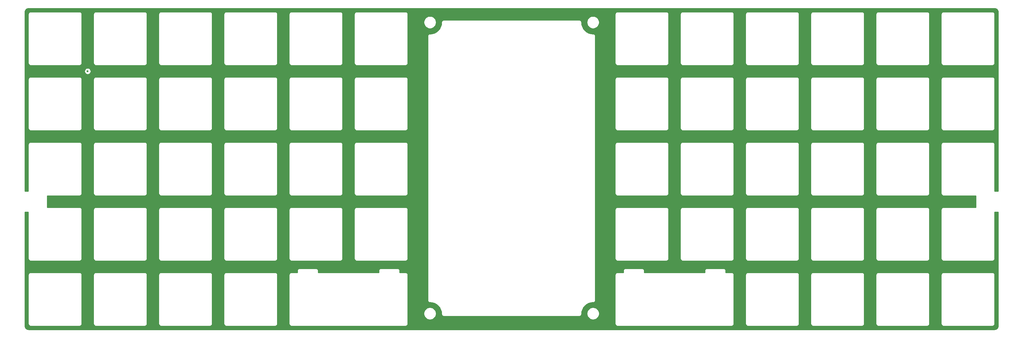
<source format=gbl>
%TF.GenerationSoftware,KiCad,Pcbnew,(5.1.10-1-10_14)*%
%TF.CreationDate,2021-09-18T15:20:21+02:00*%
%TF.ProjectId,lumberjack-full,6c756d62-6572-46a6-9163-6b2d66756c6c,rev?*%
%TF.SameCoordinates,Original*%
%TF.FileFunction,Copper,L2,Bot*%
%TF.FilePolarity,Positive*%
%FSLAX46Y46*%
G04 Gerber Fmt 4.6, Leading zero omitted, Abs format (unit mm)*
G04 Created by KiCad (PCBNEW (5.1.10-1-10_14)) date 2021-09-18 15:20:21*
%MOMM*%
%LPD*%
G01*
G04 APERTURE LIST*
%TA.AperFunction,ViaPad*%
%ADD10C,0.600000*%
%TD*%
%TA.AperFunction,NonConductor*%
%ADD11C,0.254000*%
%TD*%
%TA.AperFunction,NonConductor*%
%ADD12C,0.100000*%
%TD*%
G04 APERTURE END LIST*
D10*
%TO.N,*%
X8334375Y-58816875D03*
%TD*%
D11*
X273461820Y-40476107D02*
X273666901Y-40538024D01*
X273856053Y-40638598D01*
X274022062Y-40773992D01*
X274158613Y-40939054D01*
X274260506Y-41127502D01*
X274323852Y-41332139D01*
X274349557Y-41576708D01*
X274349558Y-93850713D01*
X273338125Y-93850713D01*
X273338125Y-80281772D01*
X273341439Y-80248125D01*
X273328213Y-80113842D01*
X273289044Y-79984719D01*
X273225437Y-79865718D01*
X273139836Y-79761414D01*
X273035532Y-79675813D01*
X272916531Y-79612206D01*
X272787408Y-79573037D01*
X272686772Y-79563125D01*
X272653125Y-79559811D01*
X272619478Y-79563125D01*
X258399272Y-79563125D01*
X258365625Y-79559811D01*
X258331978Y-79563125D01*
X258231342Y-79573037D01*
X258102219Y-79612206D01*
X257983218Y-79675813D01*
X257878914Y-79761414D01*
X257793313Y-79865718D01*
X257729706Y-79984719D01*
X257690537Y-80113842D01*
X257677311Y-80248125D01*
X257680626Y-80281782D01*
X257680625Y-94502066D01*
X257677311Y-94535713D01*
X257690537Y-94669996D01*
X257729706Y-94799119D01*
X257793313Y-94918120D01*
X257878914Y-95022424D01*
X257983218Y-95108025D01*
X258102219Y-95171632D01*
X258231342Y-95210801D01*
X258331978Y-95220713D01*
X258332872Y-95220713D01*
X258365625Y-95223939D01*
X258398378Y-95220713D01*
X267801114Y-95220713D01*
X267801115Y-98613125D01*
X258399272Y-98613125D01*
X258365625Y-98609811D01*
X258331978Y-98613125D01*
X258231342Y-98623037D01*
X258102219Y-98662206D01*
X257983218Y-98725813D01*
X257878914Y-98811414D01*
X257793313Y-98915718D01*
X257729706Y-99034719D01*
X257690537Y-99163842D01*
X257677311Y-99298125D01*
X257680626Y-99331782D01*
X257680625Y-113551978D01*
X257677311Y-113585625D01*
X257690537Y-113719908D01*
X257729706Y-113849031D01*
X257793313Y-113968032D01*
X257878914Y-114072336D01*
X257983218Y-114157937D01*
X258102219Y-114221544D01*
X258231342Y-114260713D01*
X258365625Y-114273939D01*
X258399272Y-114270625D01*
X272619478Y-114270625D01*
X272653125Y-114273939D01*
X272787408Y-114260713D01*
X272916531Y-114221544D01*
X273035532Y-114157937D01*
X273139836Y-114072336D01*
X273225437Y-113968032D01*
X273289044Y-113849031D01*
X273328213Y-113719908D01*
X273338125Y-113619272D01*
X273338125Y-113619271D01*
X273341439Y-113585625D01*
X273338125Y-113551978D01*
X273338125Y-99983217D01*
X274349557Y-99983217D01*
X274349558Y-133197543D01*
X274325367Y-133444262D01*
X274263450Y-133649341D01*
X274162878Y-133838490D01*
X274027482Y-134004502D01*
X273862418Y-134141055D01*
X273673974Y-134242945D01*
X273469336Y-134306292D01*
X273224766Y-134331997D01*
X-8896363Y-134331997D01*
X-9143072Y-134307807D01*
X-9348151Y-134245890D01*
X-9537300Y-134145318D01*
X-9703312Y-134009922D01*
X-9839865Y-133844858D01*
X-9941755Y-133656414D01*
X-10005102Y-133451776D01*
X-10030807Y-133207206D01*
X-10030807Y-118348125D01*
X-9022689Y-118348125D01*
X-9019375Y-118381772D01*
X-9019374Y-132601968D01*
X-9022689Y-132635625D01*
X-9009463Y-132769908D01*
X-8970294Y-132899031D01*
X-8906687Y-133018032D01*
X-8821086Y-133122336D01*
X-8716782Y-133207937D01*
X-8597781Y-133271544D01*
X-8468658Y-133310713D01*
X-8368022Y-133320625D01*
X-8334375Y-133323939D01*
X-8300728Y-133320625D01*
X5919478Y-133320625D01*
X5953125Y-133323939D01*
X5986772Y-133320625D01*
X6087408Y-133310713D01*
X6216531Y-133271544D01*
X6335532Y-133207937D01*
X6439836Y-133122336D01*
X6525437Y-133018032D01*
X6589044Y-132899031D01*
X6628213Y-132769908D01*
X6641439Y-132635625D01*
X6638125Y-132601978D01*
X6638125Y-118381772D01*
X6641439Y-118348125D01*
X10027311Y-118348125D01*
X10030625Y-118381772D01*
X10030626Y-132601968D01*
X10027311Y-132635625D01*
X10040537Y-132769908D01*
X10079706Y-132899031D01*
X10143313Y-133018032D01*
X10228914Y-133122336D01*
X10333218Y-133207937D01*
X10452219Y-133271544D01*
X10581342Y-133310713D01*
X10681978Y-133320625D01*
X10715625Y-133323939D01*
X10749272Y-133320625D01*
X24969478Y-133320625D01*
X25003125Y-133323939D01*
X25036772Y-133320625D01*
X25137408Y-133310713D01*
X25266531Y-133271544D01*
X25385532Y-133207937D01*
X25489836Y-133122336D01*
X25575437Y-133018032D01*
X25639044Y-132899031D01*
X25678213Y-132769908D01*
X25691439Y-132635625D01*
X25688125Y-132601978D01*
X25688125Y-118381772D01*
X25691439Y-118348125D01*
X29077311Y-118348125D01*
X29080625Y-118381772D01*
X29080626Y-132601968D01*
X29077311Y-132635625D01*
X29090537Y-132769908D01*
X29129706Y-132899031D01*
X29193313Y-133018032D01*
X29278914Y-133122336D01*
X29383218Y-133207937D01*
X29502219Y-133271544D01*
X29631342Y-133310713D01*
X29731978Y-133320625D01*
X29765625Y-133323939D01*
X29799272Y-133320625D01*
X44019478Y-133320625D01*
X44053125Y-133323939D01*
X44086772Y-133320625D01*
X44187408Y-133310713D01*
X44316531Y-133271544D01*
X44435532Y-133207937D01*
X44539836Y-133122336D01*
X44625437Y-133018032D01*
X44689044Y-132899031D01*
X44728213Y-132769908D01*
X44741439Y-132635625D01*
X44738125Y-132601978D01*
X44738125Y-118381772D01*
X44741439Y-118348125D01*
X48127311Y-118348125D01*
X48130626Y-118381782D01*
X48130625Y-132601978D01*
X48127311Y-132635625D01*
X48140537Y-132769908D01*
X48179706Y-132899031D01*
X48243313Y-133018032D01*
X48328914Y-133122336D01*
X48389339Y-133171926D01*
X48433218Y-133207937D01*
X48552219Y-133271544D01*
X48681342Y-133310713D01*
X48815625Y-133323939D01*
X48849272Y-133320625D01*
X63069478Y-133320625D01*
X63103125Y-133323939D01*
X63237408Y-133310713D01*
X63366531Y-133271544D01*
X63485532Y-133207937D01*
X63589836Y-133122336D01*
X63675437Y-133018032D01*
X63739044Y-132899031D01*
X63778213Y-132769908D01*
X63788125Y-132669272D01*
X63788125Y-132669271D01*
X63791439Y-132635625D01*
X63788125Y-132601978D01*
X63788125Y-118381772D01*
X63791428Y-118348233D01*
X67177195Y-118348233D01*
X67180626Y-118383068D01*
X67180625Y-132601978D01*
X67177311Y-132635625D01*
X67190537Y-132769908D01*
X67229706Y-132899031D01*
X67293313Y-133018032D01*
X67378914Y-133122336D01*
X67439339Y-133171926D01*
X67483218Y-133207937D01*
X67602219Y-133271544D01*
X67731342Y-133310713D01*
X67865625Y-133323939D01*
X67899272Y-133320625D01*
X101169478Y-133320625D01*
X101203125Y-133323939D01*
X101236772Y-133320625D01*
X101337408Y-133310713D01*
X101466531Y-133271544D01*
X101585532Y-133207937D01*
X101689836Y-133122336D01*
X101775437Y-133018032D01*
X101839044Y-132899031D01*
X101878213Y-132769908D01*
X101891439Y-132635625D01*
X162427311Y-132635625D01*
X162440537Y-132769908D01*
X162479706Y-132899031D01*
X162543313Y-133018032D01*
X162628914Y-133122336D01*
X162689339Y-133171926D01*
X162733218Y-133207937D01*
X162852219Y-133271544D01*
X162981342Y-133310713D01*
X163115625Y-133323939D01*
X163149272Y-133320625D01*
X196419478Y-133320625D01*
X196453125Y-133323939D01*
X196486772Y-133320625D01*
X196587408Y-133310713D01*
X196716531Y-133271544D01*
X196835532Y-133207937D01*
X196939836Y-133122336D01*
X197025437Y-133018032D01*
X197089044Y-132899031D01*
X197128213Y-132769908D01*
X197141439Y-132635625D01*
X197138125Y-132601978D01*
X197138125Y-118383058D01*
X197141555Y-118348233D01*
X197141545Y-118348125D01*
X200527311Y-118348125D01*
X200530625Y-118381772D01*
X200530626Y-132601968D01*
X200527311Y-132635625D01*
X200540537Y-132769908D01*
X200579706Y-132899031D01*
X200643313Y-133018032D01*
X200728914Y-133122336D01*
X200833218Y-133207937D01*
X200952219Y-133271544D01*
X201081342Y-133310713D01*
X201181978Y-133320625D01*
X201215625Y-133323939D01*
X201249272Y-133320625D01*
X215469478Y-133320625D01*
X215503125Y-133323939D01*
X215536772Y-133320625D01*
X215637408Y-133310713D01*
X215766531Y-133271544D01*
X215885532Y-133207937D01*
X215989836Y-133122336D01*
X216075437Y-133018032D01*
X216139044Y-132899031D01*
X216178213Y-132769908D01*
X216191439Y-132635625D01*
X216188125Y-132601978D01*
X216188125Y-118381772D01*
X216191439Y-118348125D01*
X219577311Y-118348125D01*
X219580626Y-118381782D01*
X219580625Y-132601978D01*
X219577311Y-132635625D01*
X219590537Y-132769908D01*
X219629706Y-132899031D01*
X219693313Y-133018032D01*
X219778914Y-133122336D01*
X219839339Y-133171926D01*
X219883218Y-133207937D01*
X220002219Y-133271544D01*
X220131342Y-133310713D01*
X220265625Y-133323939D01*
X220299272Y-133320625D01*
X234519478Y-133320625D01*
X234553125Y-133323939D01*
X234687408Y-133310713D01*
X234816531Y-133271544D01*
X234935532Y-133207937D01*
X235039836Y-133122336D01*
X235125437Y-133018032D01*
X235189044Y-132899031D01*
X235228213Y-132769908D01*
X235238125Y-132669272D01*
X235238125Y-132669271D01*
X235241439Y-132635625D01*
X235238125Y-132601978D01*
X235238125Y-118381772D01*
X235241439Y-118348125D01*
X238627311Y-118348125D01*
X238630626Y-118381782D01*
X238630625Y-132601978D01*
X238627311Y-132635625D01*
X238640537Y-132769908D01*
X238679706Y-132899031D01*
X238743313Y-133018032D01*
X238828914Y-133122336D01*
X238889339Y-133171926D01*
X238933218Y-133207937D01*
X239052219Y-133271544D01*
X239181342Y-133310713D01*
X239315625Y-133323939D01*
X239349272Y-133320625D01*
X253569478Y-133320625D01*
X253603125Y-133323939D01*
X253737408Y-133310713D01*
X253866531Y-133271544D01*
X253985532Y-133207937D01*
X254089836Y-133122336D01*
X254175437Y-133018032D01*
X254239044Y-132899031D01*
X254278213Y-132769908D01*
X254288125Y-132669272D01*
X254288125Y-132669271D01*
X254291439Y-132635625D01*
X254288125Y-132601978D01*
X254288125Y-118381772D01*
X254291439Y-118348125D01*
X257677311Y-118348125D01*
X257680626Y-118381782D01*
X257680625Y-132601978D01*
X257677311Y-132635625D01*
X257690537Y-132769908D01*
X257729706Y-132899031D01*
X257793313Y-133018032D01*
X257878914Y-133122336D01*
X257939339Y-133171926D01*
X257983218Y-133207937D01*
X258102219Y-133271544D01*
X258231342Y-133310713D01*
X258365625Y-133323939D01*
X258399272Y-133320625D01*
X272619478Y-133320625D01*
X272653125Y-133323939D01*
X272787408Y-133310713D01*
X272916531Y-133271544D01*
X273035532Y-133207937D01*
X273139836Y-133122336D01*
X273225437Y-133018032D01*
X273289044Y-132899031D01*
X273328213Y-132769908D01*
X273338125Y-132669272D01*
X273338125Y-132669271D01*
X273341439Y-132635625D01*
X273338125Y-132601978D01*
X273338125Y-118381772D01*
X273341439Y-118348125D01*
X273328213Y-118213842D01*
X273289044Y-118084719D01*
X273225437Y-117965718D01*
X273139836Y-117861414D01*
X273035532Y-117775813D01*
X272916531Y-117712206D01*
X272787408Y-117673037D01*
X272686772Y-117663125D01*
X272653125Y-117659811D01*
X272619478Y-117663125D01*
X258399272Y-117663125D01*
X258365625Y-117659811D01*
X258331978Y-117663125D01*
X258231342Y-117673037D01*
X258102219Y-117712206D01*
X257983218Y-117775813D01*
X257878914Y-117861414D01*
X257793313Y-117965718D01*
X257729706Y-118084719D01*
X257690537Y-118213842D01*
X257677311Y-118348125D01*
X254291439Y-118348125D01*
X254278213Y-118213842D01*
X254239044Y-118084719D01*
X254175437Y-117965718D01*
X254089836Y-117861414D01*
X253985532Y-117775813D01*
X253866531Y-117712206D01*
X253737408Y-117673037D01*
X253636772Y-117663125D01*
X253603125Y-117659811D01*
X253569478Y-117663125D01*
X239349272Y-117663125D01*
X239315625Y-117659811D01*
X239281978Y-117663125D01*
X239181342Y-117673037D01*
X239052219Y-117712206D01*
X238933218Y-117775813D01*
X238828914Y-117861414D01*
X238743313Y-117965718D01*
X238679706Y-118084719D01*
X238640537Y-118213842D01*
X238627311Y-118348125D01*
X235241439Y-118348125D01*
X235228213Y-118213842D01*
X235189044Y-118084719D01*
X235125437Y-117965718D01*
X235039836Y-117861414D01*
X234935532Y-117775813D01*
X234816531Y-117712206D01*
X234687408Y-117673037D01*
X234586772Y-117663125D01*
X234553125Y-117659811D01*
X234519478Y-117663125D01*
X220299272Y-117663125D01*
X220265625Y-117659811D01*
X220231978Y-117663125D01*
X220131342Y-117673037D01*
X220002219Y-117712206D01*
X219883218Y-117775813D01*
X219778914Y-117861414D01*
X219693313Y-117965718D01*
X219629706Y-118084719D01*
X219590537Y-118213842D01*
X219577311Y-118348125D01*
X216191439Y-118348125D01*
X216178213Y-118213842D01*
X216139044Y-118084719D01*
X216075437Y-117965718D01*
X215989836Y-117861414D01*
X215885532Y-117775813D01*
X215766531Y-117712206D01*
X215637408Y-117673037D01*
X215536772Y-117663125D01*
X215503125Y-117659811D01*
X215469478Y-117663125D01*
X201249272Y-117663125D01*
X201215625Y-117659811D01*
X201181978Y-117663125D01*
X201081342Y-117673037D01*
X200952219Y-117712206D01*
X200833218Y-117775813D01*
X200728914Y-117861414D01*
X200643313Y-117965718D01*
X200579706Y-118084719D01*
X200540537Y-118213842D01*
X200527311Y-118348125D01*
X197141545Y-118348125D01*
X197128329Y-118213950D01*
X197089160Y-118084827D01*
X197025553Y-117965826D01*
X196939952Y-117861522D01*
X196939868Y-117861453D01*
X196939836Y-117861414D01*
X196835532Y-117775813D01*
X196716531Y-117712206D01*
X196587408Y-117673037D01*
X196453125Y-117659811D01*
X196418382Y-117663233D01*
X194756989Y-117663233D01*
X194756989Y-117191254D01*
X194760303Y-117157607D01*
X194747077Y-117023324D01*
X194707908Y-116894201D01*
X194644301Y-116775200D01*
X194558700Y-116670896D01*
X194454396Y-116585295D01*
X194335395Y-116521688D01*
X194206272Y-116482519D01*
X194105636Y-116472607D01*
X194071989Y-116469293D01*
X194038342Y-116472607D01*
X189343132Y-116472607D01*
X189309485Y-116469293D01*
X189275838Y-116472607D01*
X189175202Y-116482519D01*
X189046079Y-116521688D01*
X188927078Y-116585295D01*
X188822774Y-116670896D01*
X188737173Y-116775200D01*
X188673566Y-116894201D01*
X188634397Y-117023324D01*
X188621171Y-117157607D01*
X188624485Y-117191254D01*
X188624485Y-117663233D01*
X170944469Y-117663233D01*
X170944469Y-117191254D01*
X170947783Y-117157607D01*
X170934557Y-117023324D01*
X170895388Y-116894201D01*
X170831781Y-116775200D01*
X170746180Y-116670896D01*
X170641876Y-116585295D01*
X170522875Y-116521688D01*
X170393752Y-116482519D01*
X170293116Y-116472607D01*
X170259469Y-116469293D01*
X170225822Y-116472607D01*
X165530612Y-116472607D01*
X165496965Y-116469293D01*
X165463318Y-116472607D01*
X165362682Y-116482519D01*
X165233559Y-116521688D01*
X165114558Y-116585295D01*
X165010254Y-116670896D01*
X164924653Y-116775200D01*
X164861046Y-116894201D01*
X164821877Y-117023324D01*
X164808651Y-117157607D01*
X164811965Y-117191254D01*
X164811965Y-117663202D01*
X163149293Y-117663127D01*
X163115625Y-117659811D01*
X163040739Y-117667187D01*
X162981373Y-117673031D01*
X162981358Y-117673036D01*
X162981343Y-117673037D01*
X162909969Y-117694688D01*
X162852248Y-117712195D01*
X162852237Y-117712201D01*
X162852220Y-117712206D01*
X162790172Y-117745371D01*
X162733244Y-117775796D01*
X162733231Y-117775806D01*
X162733219Y-117775813D01*
X162684080Y-117816141D01*
X162628937Y-117861392D01*
X162628927Y-117861404D01*
X162628915Y-117861414D01*
X162583681Y-117916531D01*
X162543331Y-117965693D01*
X162543324Y-117965705D01*
X162543314Y-117965718D01*
X162512900Y-118022618D01*
X162479718Y-118084691D01*
X162479713Y-118084708D01*
X162479707Y-118084719D01*
X162462206Y-118142411D01*
X162440544Y-118213812D01*
X162440543Y-118213827D01*
X162440538Y-118213842D01*
X162433922Y-118281013D01*
X162427312Y-118348094D01*
X162430626Y-118381759D01*
X162430625Y-132601978D01*
X162427311Y-132635625D01*
X101891439Y-132635625D01*
X101888125Y-132601978D01*
X101888125Y-129480886D01*
X106527391Y-129480886D01*
X106527391Y-129839282D01*
X106597311Y-130190793D01*
X106734464Y-130521908D01*
X106933578Y-130819904D01*
X107187003Y-131073329D01*
X107484999Y-131272443D01*
X107816114Y-131409596D01*
X108167625Y-131479516D01*
X108526021Y-131479516D01*
X108877532Y-131409596D01*
X109208647Y-131272443D01*
X109506643Y-131073329D01*
X109760068Y-130819904D01*
X109959182Y-130521908D01*
X110096335Y-130190793D01*
X110166255Y-129839282D01*
X110166255Y-129480886D01*
X110096335Y-129129375D01*
X109959182Y-128798260D01*
X109760068Y-128500264D01*
X109506643Y-128246839D01*
X109208647Y-128047725D01*
X108877532Y-127910572D01*
X108526021Y-127840652D01*
X108167625Y-127840652D01*
X107816114Y-127910572D01*
X107484999Y-128047725D01*
X107187003Y-128246839D01*
X106933578Y-128500264D01*
X106734464Y-128798260D01*
X106597311Y-129129375D01*
X106527391Y-129480886D01*
X101888125Y-129480886D01*
X101888125Y-118381749D01*
X101891438Y-118348094D01*
X101887002Y-118303080D01*
X101878213Y-118213842D01*
X101878207Y-118213822D01*
X101878206Y-118213812D01*
X101863531Y-118165440D01*
X101839044Y-118084719D01*
X101839036Y-118084704D01*
X101839032Y-118084691D01*
X101814216Y-118038268D01*
X101775437Y-117965718D01*
X101775424Y-117965702D01*
X101775419Y-117965693D01*
X101746541Y-117930509D01*
X101689836Y-117861414D01*
X101689821Y-117861402D01*
X101689813Y-117861392D01*
X101646142Y-117825555D01*
X101585532Y-117775813D01*
X101585517Y-117775805D01*
X101585506Y-117775796D01*
X101536944Y-117749842D01*
X101466531Y-117712206D01*
X101466512Y-117712200D01*
X101466502Y-117712195D01*
X101415767Y-117696807D01*
X101337408Y-117673037D01*
X101337391Y-117673035D01*
X101337377Y-117673031D01*
X101279098Y-117667294D01*
X101203125Y-117659811D01*
X101169458Y-117663127D01*
X99506785Y-117663202D01*
X99506785Y-117191254D01*
X99510099Y-117157607D01*
X99496873Y-117023324D01*
X99457704Y-116894201D01*
X99394097Y-116775200D01*
X99308496Y-116670896D01*
X99204192Y-116585295D01*
X99085191Y-116521688D01*
X98956068Y-116482519D01*
X98855432Y-116472607D01*
X98821785Y-116469293D01*
X98788138Y-116472607D01*
X94092928Y-116472607D01*
X94059281Y-116469293D01*
X94025634Y-116472607D01*
X93924998Y-116482519D01*
X93795875Y-116521688D01*
X93676874Y-116585295D01*
X93572570Y-116670896D01*
X93486969Y-116775200D01*
X93423362Y-116894201D01*
X93384193Y-117023324D01*
X93370967Y-117157607D01*
X93374282Y-117191264D01*
X93374282Y-117663233D01*
X75694265Y-117663233D01*
X75694265Y-117191254D01*
X75697579Y-117157607D01*
X75684353Y-117023324D01*
X75645184Y-116894201D01*
X75581577Y-116775200D01*
X75495976Y-116670896D01*
X75391672Y-116585295D01*
X75272671Y-116521688D01*
X75143548Y-116482519D01*
X75042912Y-116472607D01*
X75009265Y-116469293D01*
X74975618Y-116472607D01*
X70280408Y-116472607D01*
X70246761Y-116469293D01*
X70213114Y-116472607D01*
X70112478Y-116482519D01*
X69983355Y-116521688D01*
X69864354Y-116585295D01*
X69760050Y-116670896D01*
X69674449Y-116775200D01*
X69610842Y-116894201D01*
X69571673Y-117023324D01*
X69558447Y-117157607D01*
X69561762Y-117191264D01*
X69561762Y-117663233D01*
X67900368Y-117663233D01*
X67865625Y-117659811D01*
X67731343Y-117673037D01*
X67602220Y-117712206D01*
X67483219Y-117775813D01*
X67378915Y-117861414D01*
X67378885Y-117861451D01*
X67378798Y-117861522D01*
X67293197Y-117965826D01*
X67229590Y-118084827D01*
X67190421Y-118213950D01*
X67177195Y-118348233D01*
X63791428Y-118348233D01*
X63791439Y-118348125D01*
X63778213Y-118213842D01*
X63739044Y-118084719D01*
X63675437Y-117965718D01*
X63589836Y-117861414D01*
X63485532Y-117775813D01*
X63366531Y-117712206D01*
X63237408Y-117673037D01*
X63136772Y-117663125D01*
X63103125Y-117659811D01*
X63069478Y-117663125D01*
X48849272Y-117663125D01*
X48815625Y-117659811D01*
X48781978Y-117663125D01*
X48681342Y-117673037D01*
X48552219Y-117712206D01*
X48433218Y-117775813D01*
X48328914Y-117861414D01*
X48243313Y-117965718D01*
X48179706Y-118084719D01*
X48140537Y-118213842D01*
X48127311Y-118348125D01*
X44741439Y-118348125D01*
X44728213Y-118213842D01*
X44689044Y-118084719D01*
X44625437Y-117965718D01*
X44539836Y-117861414D01*
X44435532Y-117775813D01*
X44316531Y-117712206D01*
X44187408Y-117673037D01*
X44086772Y-117663125D01*
X44053125Y-117659811D01*
X44019478Y-117663125D01*
X29799272Y-117663125D01*
X29765625Y-117659811D01*
X29731978Y-117663125D01*
X29631342Y-117673037D01*
X29502219Y-117712206D01*
X29383218Y-117775813D01*
X29278914Y-117861414D01*
X29193313Y-117965718D01*
X29129706Y-118084719D01*
X29090537Y-118213842D01*
X29077311Y-118348125D01*
X25691439Y-118348125D01*
X25678213Y-118213842D01*
X25639044Y-118084719D01*
X25575437Y-117965718D01*
X25489836Y-117861414D01*
X25385532Y-117775813D01*
X25266531Y-117712206D01*
X25137408Y-117673037D01*
X25036772Y-117663125D01*
X25003125Y-117659811D01*
X24969478Y-117663125D01*
X10749272Y-117663125D01*
X10715625Y-117659811D01*
X10681978Y-117663125D01*
X10581342Y-117673037D01*
X10452219Y-117712206D01*
X10333218Y-117775813D01*
X10228914Y-117861414D01*
X10143313Y-117965718D01*
X10079706Y-118084719D01*
X10040537Y-118213842D01*
X10027311Y-118348125D01*
X6641439Y-118348125D01*
X6628213Y-118213842D01*
X6589044Y-118084719D01*
X6525437Y-117965718D01*
X6439836Y-117861414D01*
X6335532Y-117775813D01*
X6216531Y-117712206D01*
X6087408Y-117673037D01*
X5986772Y-117663125D01*
X5953125Y-117659811D01*
X5919478Y-117663125D01*
X-8300728Y-117663125D01*
X-8334375Y-117659811D01*
X-8368022Y-117663125D01*
X-8468658Y-117673037D01*
X-8597781Y-117712206D01*
X-8716782Y-117775813D01*
X-8821086Y-117861414D01*
X-8906687Y-117965718D01*
X-8970294Y-118084719D01*
X-9009463Y-118213842D01*
X-9022689Y-118348125D01*
X-10030807Y-118348125D01*
X-10030807Y-99983217D01*
X-9019375Y-99983217D01*
X-9019374Y-113551968D01*
X-9022689Y-113585625D01*
X-9009463Y-113719908D01*
X-8970294Y-113849031D01*
X-8906687Y-113968032D01*
X-8821086Y-114072336D01*
X-8716782Y-114157937D01*
X-8597781Y-114221544D01*
X-8468658Y-114260713D01*
X-8368022Y-114270625D01*
X-8334375Y-114273939D01*
X-8300728Y-114270625D01*
X5919478Y-114270625D01*
X5953125Y-114273939D01*
X5986772Y-114270625D01*
X6087408Y-114260713D01*
X6216531Y-114221544D01*
X6335532Y-114157937D01*
X6439836Y-114072336D01*
X6525437Y-113968032D01*
X6589044Y-113849031D01*
X6628213Y-113719908D01*
X6641439Y-113585625D01*
X6638125Y-113551978D01*
X6638125Y-99331772D01*
X6641439Y-99298125D01*
X10027311Y-99298125D01*
X10030625Y-99331772D01*
X10030626Y-113551968D01*
X10027311Y-113585625D01*
X10040537Y-113719908D01*
X10079706Y-113849031D01*
X10143313Y-113968032D01*
X10228914Y-114072336D01*
X10333218Y-114157937D01*
X10452219Y-114221544D01*
X10581342Y-114260713D01*
X10681978Y-114270625D01*
X10715625Y-114273939D01*
X10749272Y-114270625D01*
X24969478Y-114270625D01*
X25003125Y-114273939D01*
X25036772Y-114270625D01*
X25137408Y-114260713D01*
X25266531Y-114221544D01*
X25385532Y-114157937D01*
X25489836Y-114072336D01*
X25575437Y-113968032D01*
X25639044Y-113849031D01*
X25678213Y-113719908D01*
X25691439Y-113585625D01*
X25688125Y-113551978D01*
X25688125Y-99331772D01*
X25691439Y-99298125D01*
X29077311Y-99298125D01*
X29080625Y-99331772D01*
X29080626Y-113551968D01*
X29077311Y-113585625D01*
X29090537Y-113719908D01*
X29129706Y-113849031D01*
X29193313Y-113968032D01*
X29278914Y-114072336D01*
X29383218Y-114157937D01*
X29502219Y-114221544D01*
X29631342Y-114260713D01*
X29731978Y-114270625D01*
X29765625Y-114273939D01*
X29799272Y-114270625D01*
X44019478Y-114270625D01*
X44053125Y-114273939D01*
X44086772Y-114270625D01*
X44187408Y-114260713D01*
X44316531Y-114221544D01*
X44435532Y-114157937D01*
X44539836Y-114072336D01*
X44625437Y-113968032D01*
X44689044Y-113849031D01*
X44728213Y-113719908D01*
X44741439Y-113585625D01*
X44738125Y-113551978D01*
X44738125Y-99331772D01*
X44741439Y-99298125D01*
X48127311Y-99298125D01*
X48130626Y-99331782D01*
X48130625Y-113551978D01*
X48127311Y-113585625D01*
X48140537Y-113719908D01*
X48179706Y-113849031D01*
X48243313Y-113968032D01*
X48328914Y-114072336D01*
X48433218Y-114157937D01*
X48552219Y-114221544D01*
X48681342Y-114260713D01*
X48815625Y-114273939D01*
X48849272Y-114270625D01*
X63069478Y-114270625D01*
X63103125Y-114273939D01*
X63237408Y-114260713D01*
X63366531Y-114221544D01*
X63485532Y-114157937D01*
X63589836Y-114072336D01*
X63675437Y-113968032D01*
X63739044Y-113849031D01*
X63778213Y-113719908D01*
X63788125Y-113619272D01*
X63788125Y-113619271D01*
X63791439Y-113585625D01*
X63788125Y-113551978D01*
X63788125Y-99331772D01*
X63791439Y-99298125D01*
X67177311Y-99298125D01*
X67180626Y-99331782D01*
X67180625Y-113551978D01*
X67177311Y-113585625D01*
X67190537Y-113719908D01*
X67229706Y-113849031D01*
X67293313Y-113968032D01*
X67378914Y-114072336D01*
X67483218Y-114157937D01*
X67602219Y-114221544D01*
X67731342Y-114260713D01*
X67865625Y-114273939D01*
X67899272Y-114270625D01*
X82119478Y-114270625D01*
X82153125Y-114273939D01*
X82287408Y-114260713D01*
X82416531Y-114221544D01*
X82535532Y-114157937D01*
X82639836Y-114072336D01*
X82725437Y-113968032D01*
X82789044Y-113849031D01*
X82828213Y-113719908D01*
X82838125Y-113619272D01*
X82838125Y-113619271D01*
X82841439Y-113585625D01*
X82838125Y-113551978D01*
X82838125Y-99331772D01*
X82841439Y-99298125D01*
X86227311Y-99298125D01*
X86230625Y-99331772D01*
X86230626Y-113551968D01*
X86227311Y-113585625D01*
X86240537Y-113719908D01*
X86279706Y-113849031D01*
X86343313Y-113968032D01*
X86428914Y-114072336D01*
X86533218Y-114157937D01*
X86652219Y-114221544D01*
X86781342Y-114260713D01*
X86881978Y-114270625D01*
X86915625Y-114273939D01*
X86949272Y-114270625D01*
X101169478Y-114270625D01*
X101203125Y-114273939D01*
X101236772Y-114270625D01*
X101337408Y-114260713D01*
X101466531Y-114221544D01*
X101585532Y-114157937D01*
X101689836Y-114072336D01*
X101775437Y-113968032D01*
X101839044Y-113849031D01*
X101878213Y-113719908D01*
X101891439Y-113585625D01*
X101888125Y-113551978D01*
X101888125Y-99331772D01*
X101891439Y-99298125D01*
X101878213Y-99163842D01*
X101839044Y-99034719D01*
X101775437Y-98915718D01*
X101689836Y-98811414D01*
X101585532Y-98725813D01*
X101466531Y-98662206D01*
X101337408Y-98623037D01*
X101236772Y-98613125D01*
X101203125Y-98609811D01*
X101169478Y-98613125D01*
X86949272Y-98613125D01*
X86915625Y-98609811D01*
X86881978Y-98613125D01*
X86781342Y-98623037D01*
X86652219Y-98662206D01*
X86533218Y-98725813D01*
X86428914Y-98811414D01*
X86343313Y-98915718D01*
X86279706Y-99034719D01*
X86240537Y-99163842D01*
X86227311Y-99298125D01*
X82841439Y-99298125D01*
X82828213Y-99163842D01*
X82789044Y-99034719D01*
X82725437Y-98915718D01*
X82639836Y-98811414D01*
X82535532Y-98725813D01*
X82416531Y-98662206D01*
X82287408Y-98623037D01*
X82186772Y-98613125D01*
X82153125Y-98609811D01*
X82119478Y-98613125D01*
X67899272Y-98613125D01*
X67865625Y-98609811D01*
X67831978Y-98613125D01*
X67731342Y-98623037D01*
X67602219Y-98662206D01*
X67483218Y-98725813D01*
X67378914Y-98811414D01*
X67293313Y-98915718D01*
X67229706Y-99034719D01*
X67190537Y-99163842D01*
X67177311Y-99298125D01*
X63791439Y-99298125D01*
X63778213Y-99163842D01*
X63739044Y-99034719D01*
X63675437Y-98915718D01*
X63589836Y-98811414D01*
X63485532Y-98725813D01*
X63366531Y-98662206D01*
X63237408Y-98623037D01*
X63136772Y-98613125D01*
X63103125Y-98609811D01*
X63069478Y-98613125D01*
X48849272Y-98613125D01*
X48815625Y-98609811D01*
X48781978Y-98613125D01*
X48681342Y-98623037D01*
X48552219Y-98662206D01*
X48433218Y-98725813D01*
X48328914Y-98811414D01*
X48243313Y-98915718D01*
X48179706Y-99034719D01*
X48140537Y-99163842D01*
X48127311Y-99298125D01*
X44741439Y-99298125D01*
X44728213Y-99163842D01*
X44689044Y-99034719D01*
X44625437Y-98915718D01*
X44539836Y-98811414D01*
X44435532Y-98725813D01*
X44316531Y-98662206D01*
X44187408Y-98623037D01*
X44086772Y-98613125D01*
X44053125Y-98609811D01*
X44019478Y-98613125D01*
X29799272Y-98613125D01*
X29765625Y-98609811D01*
X29731978Y-98613125D01*
X29631342Y-98623037D01*
X29502219Y-98662206D01*
X29383218Y-98725813D01*
X29278914Y-98811414D01*
X29193313Y-98915718D01*
X29129706Y-99034719D01*
X29090537Y-99163842D01*
X29077311Y-99298125D01*
X25691439Y-99298125D01*
X25678213Y-99163842D01*
X25639044Y-99034719D01*
X25575437Y-98915718D01*
X25489836Y-98811414D01*
X25385532Y-98725813D01*
X25266531Y-98662206D01*
X25137408Y-98623037D01*
X25036772Y-98613125D01*
X25003125Y-98609811D01*
X24969478Y-98613125D01*
X10749272Y-98613125D01*
X10715625Y-98609811D01*
X10681978Y-98613125D01*
X10581342Y-98623037D01*
X10452219Y-98662206D01*
X10333218Y-98725813D01*
X10228914Y-98811414D01*
X10143313Y-98915718D01*
X10079706Y-99034719D01*
X10040537Y-99163842D01*
X10027311Y-99298125D01*
X6641439Y-99298125D01*
X6628213Y-99163842D01*
X6589044Y-99034719D01*
X6525437Y-98915718D01*
X6439836Y-98811414D01*
X6335532Y-98725813D01*
X6216531Y-98662206D01*
X6087408Y-98623037D01*
X5986772Y-98613125D01*
X5953125Y-98609811D01*
X5919478Y-98613125D01*
X-3482364Y-98613125D01*
X-3482364Y-95220713D01*
X5920372Y-95220713D01*
X5953125Y-95223939D01*
X5985878Y-95220713D01*
X5986772Y-95220713D01*
X6087408Y-95210801D01*
X6216531Y-95171632D01*
X6335532Y-95108025D01*
X6439836Y-95022424D01*
X6525437Y-94918120D01*
X6589044Y-94799119D01*
X6628213Y-94669996D01*
X6641439Y-94535713D01*
X6638125Y-94502066D01*
X6638125Y-80281772D01*
X6641439Y-80248125D01*
X10027311Y-80248125D01*
X10030625Y-80281772D01*
X10030626Y-94501968D01*
X10027311Y-94535625D01*
X10040537Y-94669908D01*
X10079706Y-94799031D01*
X10143313Y-94918032D01*
X10228914Y-95022336D01*
X10333218Y-95107937D01*
X10452219Y-95171544D01*
X10581342Y-95210713D01*
X10681978Y-95220625D01*
X10715625Y-95223939D01*
X10749272Y-95220625D01*
X24969478Y-95220625D01*
X25003125Y-95223939D01*
X25036772Y-95220625D01*
X25137408Y-95210713D01*
X25266531Y-95171544D01*
X25385532Y-95107937D01*
X25489836Y-95022336D01*
X25575437Y-94918032D01*
X25639044Y-94799031D01*
X25678213Y-94669908D01*
X25691439Y-94535625D01*
X25688125Y-94501978D01*
X25688125Y-80281772D01*
X25691439Y-80248125D01*
X29077311Y-80248125D01*
X29080625Y-80281772D01*
X29080626Y-94501968D01*
X29077311Y-94535625D01*
X29090537Y-94669908D01*
X29129706Y-94799031D01*
X29193313Y-94918032D01*
X29278914Y-95022336D01*
X29383218Y-95107937D01*
X29502219Y-95171544D01*
X29631342Y-95210713D01*
X29731978Y-95220625D01*
X29765625Y-95223939D01*
X29799272Y-95220625D01*
X44019478Y-95220625D01*
X44053125Y-95223939D01*
X44086772Y-95220625D01*
X44187408Y-95210713D01*
X44316531Y-95171544D01*
X44435532Y-95107937D01*
X44539836Y-95022336D01*
X44625437Y-94918032D01*
X44689044Y-94799031D01*
X44728213Y-94669908D01*
X44741439Y-94535625D01*
X44738125Y-94501978D01*
X44738125Y-80281772D01*
X44741439Y-80248125D01*
X48127311Y-80248125D01*
X48130626Y-80281782D01*
X48130625Y-94501978D01*
X48127311Y-94535625D01*
X48140537Y-94669908D01*
X48179706Y-94799031D01*
X48243313Y-94918032D01*
X48328914Y-95022336D01*
X48433218Y-95107937D01*
X48552219Y-95171544D01*
X48681342Y-95210713D01*
X48815625Y-95223939D01*
X48849272Y-95220625D01*
X63069478Y-95220625D01*
X63103125Y-95223939D01*
X63237408Y-95210713D01*
X63366531Y-95171544D01*
X63485532Y-95107937D01*
X63589836Y-95022336D01*
X63675437Y-94918032D01*
X63739044Y-94799031D01*
X63778213Y-94669908D01*
X63788125Y-94569272D01*
X63788125Y-94569271D01*
X63791439Y-94535625D01*
X63788125Y-94501978D01*
X63788125Y-80281772D01*
X63791439Y-80248125D01*
X67177311Y-80248125D01*
X67180626Y-80281782D01*
X67180625Y-94501978D01*
X67177311Y-94535625D01*
X67190537Y-94669908D01*
X67229706Y-94799031D01*
X67293313Y-94918032D01*
X67378914Y-95022336D01*
X67483218Y-95107937D01*
X67602219Y-95171544D01*
X67731342Y-95210713D01*
X67865625Y-95223939D01*
X67899272Y-95220625D01*
X82119478Y-95220625D01*
X82153125Y-95223939D01*
X82287408Y-95210713D01*
X82416531Y-95171544D01*
X82535532Y-95107937D01*
X82639836Y-95022336D01*
X82725437Y-94918032D01*
X82789044Y-94799031D01*
X82828213Y-94669908D01*
X82838125Y-94569272D01*
X82838125Y-94569271D01*
X82841439Y-94535625D01*
X82838125Y-94501978D01*
X82838125Y-80281772D01*
X82841439Y-80248125D01*
X86227311Y-80248125D01*
X86230625Y-80281772D01*
X86230626Y-94501968D01*
X86227311Y-94535625D01*
X86240537Y-94669908D01*
X86279706Y-94799031D01*
X86343313Y-94918032D01*
X86428914Y-95022336D01*
X86533218Y-95107937D01*
X86652219Y-95171544D01*
X86781342Y-95210713D01*
X86881978Y-95220625D01*
X86915625Y-95223939D01*
X86949272Y-95220625D01*
X101169478Y-95220625D01*
X101203125Y-95223939D01*
X101236772Y-95220625D01*
X101337408Y-95210713D01*
X101466531Y-95171544D01*
X101585532Y-95107937D01*
X101689836Y-95022336D01*
X101775437Y-94918032D01*
X101839044Y-94799031D01*
X101878213Y-94669908D01*
X101891439Y-94535625D01*
X101888125Y-94501978D01*
X101888125Y-80281772D01*
X101891439Y-80248125D01*
X101878213Y-80113842D01*
X101839044Y-79984719D01*
X101775437Y-79865718D01*
X101689836Y-79761414D01*
X101585532Y-79675813D01*
X101466531Y-79612206D01*
X101337408Y-79573037D01*
X101236772Y-79563125D01*
X101203125Y-79559811D01*
X101169478Y-79563125D01*
X86949272Y-79563125D01*
X86915625Y-79559811D01*
X86881978Y-79563125D01*
X86781342Y-79573037D01*
X86652219Y-79612206D01*
X86533218Y-79675813D01*
X86428914Y-79761414D01*
X86343313Y-79865718D01*
X86279706Y-79984719D01*
X86240537Y-80113842D01*
X86227311Y-80248125D01*
X82841439Y-80248125D01*
X82828213Y-80113842D01*
X82789044Y-79984719D01*
X82725437Y-79865718D01*
X82639836Y-79761414D01*
X82535532Y-79675813D01*
X82416531Y-79612206D01*
X82287408Y-79573037D01*
X82186772Y-79563125D01*
X82153125Y-79559811D01*
X82119478Y-79563125D01*
X67899272Y-79563125D01*
X67865625Y-79559811D01*
X67831978Y-79563125D01*
X67731342Y-79573037D01*
X67602219Y-79612206D01*
X67483218Y-79675813D01*
X67378914Y-79761414D01*
X67293313Y-79865718D01*
X67229706Y-79984719D01*
X67190537Y-80113842D01*
X67177311Y-80248125D01*
X63791439Y-80248125D01*
X63778213Y-80113842D01*
X63739044Y-79984719D01*
X63675437Y-79865718D01*
X63589836Y-79761414D01*
X63485532Y-79675813D01*
X63366531Y-79612206D01*
X63237408Y-79573037D01*
X63136772Y-79563125D01*
X63103125Y-79559811D01*
X63069478Y-79563125D01*
X48849272Y-79563125D01*
X48815625Y-79559811D01*
X48781978Y-79563125D01*
X48681342Y-79573037D01*
X48552219Y-79612206D01*
X48433218Y-79675813D01*
X48328914Y-79761414D01*
X48243313Y-79865718D01*
X48179706Y-79984719D01*
X48140537Y-80113842D01*
X48127311Y-80248125D01*
X44741439Y-80248125D01*
X44728213Y-80113842D01*
X44689044Y-79984719D01*
X44625437Y-79865718D01*
X44539836Y-79761414D01*
X44435532Y-79675813D01*
X44316531Y-79612206D01*
X44187408Y-79573037D01*
X44086772Y-79563125D01*
X44053125Y-79559811D01*
X44019478Y-79563125D01*
X29799272Y-79563125D01*
X29765625Y-79559811D01*
X29731978Y-79563125D01*
X29631342Y-79573037D01*
X29502219Y-79612206D01*
X29383218Y-79675813D01*
X29278914Y-79761414D01*
X29193313Y-79865718D01*
X29129706Y-79984719D01*
X29090537Y-80113842D01*
X29077311Y-80248125D01*
X25691439Y-80248125D01*
X25678213Y-80113842D01*
X25639044Y-79984719D01*
X25575437Y-79865718D01*
X25489836Y-79761414D01*
X25385532Y-79675813D01*
X25266531Y-79612206D01*
X25137408Y-79573037D01*
X25036772Y-79563125D01*
X25003125Y-79559811D01*
X24969478Y-79563125D01*
X10749272Y-79563125D01*
X10715625Y-79559811D01*
X10681978Y-79563125D01*
X10581342Y-79573037D01*
X10452219Y-79612206D01*
X10333218Y-79675813D01*
X10228914Y-79761414D01*
X10143313Y-79865718D01*
X10079706Y-79984719D01*
X10040537Y-80113842D01*
X10027311Y-80248125D01*
X6641439Y-80248125D01*
X6628213Y-80113842D01*
X6589044Y-79984719D01*
X6525437Y-79865718D01*
X6439836Y-79761414D01*
X6335532Y-79675813D01*
X6216531Y-79612206D01*
X6087408Y-79573037D01*
X5986772Y-79563125D01*
X5953125Y-79559811D01*
X5919478Y-79563125D01*
X-8300728Y-79563125D01*
X-8334375Y-79559811D01*
X-8368022Y-79563125D01*
X-8468658Y-79573037D01*
X-8597781Y-79612206D01*
X-8716782Y-79675813D01*
X-8821086Y-79761414D01*
X-8906687Y-79865718D01*
X-8970294Y-79984719D01*
X-9009463Y-80113842D01*
X-9022689Y-80248125D01*
X-9019375Y-80281772D01*
X-9019374Y-93850713D01*
X-10030807Y-93850713D01*
X-10030807Y-61198125D01*
X-9022689Y-61198125D01*
X-9019375Y-61231772D01*
X-9019374Y-75451968D01*
X-9022689Y-75485625D01*
X-9009463Y-75619908D01*
X-8970294Y-75749031D01*
X-8906687Y-75868032D01*
X-8821086Y-75972336D01*
X-8716782Y-76057937D01*
X-8597781Y-76121544D01*
X-8468658Y-76160713D01*
X-8368022Y-76170625D01*
X-8334375Y-76173939D01*
X-8300728Y-76170625D01*
X5919478Y-76170625D01*
X5953125Y-76173939D01*
X5986772Y-76170625D01*
X6087408Y-76160713D01*
X6216531Y-76121544D01*
X6335532Y-76057937D01*
X6439836Y-75972336D01*
X6525437Y-75868032D01*
X6589044Y-75749031D01*
X6628213Y-75619908D01*
X6641439Y-75485625D01*
X6638125Y-75451978D01*
X6638125Y-61231772D01*
X6641439Y-61198125D01*
X10027311Y-61198125D01*
X10030625Y-61231772D01*
X10030626Y-75451968D01*
X10027311Y-75485625D01*
X10040537Y-75619908D01*
X10079706Y-75749031D01*
X10143313Y-75868032D01*
X10228914Y-75972336D01*
X10333218Y-76057937D01*
X10452219Y-76121544D01*
X10581342Y-76160713D01*
X10681978Y-76170625D01*
X10715625Y-76173939D01*
X10749272Y-76170625D01*
X24969478Y-76170625D01*
X25003125Y-76173939D01*
X25036772Y-76170625D01*
X25137408Y-76160713D01*
X25266531Y-76121544D01*
X25385532Y-76057937D01*
X25489836Y-75972336D01*
X25575437Y-75868032D01*
X25639044Y-75749031D01*
X25678213Y-75619908D01*
X25691439Y-75485625D01*
X25688125Y-75451978D01*
X25688125Y-61231772D01*
X25691439Y-61198125D01*
X29077311Y-61198125D01*
X29080625Y-61231772D01*
X29080626Y-75451968D01*
X29077311Y-75485625D01*
X29090537Y-75619908D01*
X29129706Y-75749031D01*
X29193313Y-75868032D01*
X29278914Y-75972336D01*
X29383218Y-76057937D01*
X29502219Y-76121544D01*
X29631342Y-76160713D01*
X29731978Y-76170625D01*
X29765625Y-76173939D01*
X29799272Y-76170625D01*
X44019478Y-76170625D01*
X44053125Y-76173939D01*
X44086772Y-76170625D01*
X44187408Y-76160713D01*
X44316531Y-76121544D01*
X44435532Y-76057937D01*
X44539836Y-75972336D01*
X44625437Y-75868032D01*
X44689044Y-75749031D01*
X44728213Y-75619908D01*
X44741439Y-75485625D01*
X44738125Y-75451978D01*
X44738125Y-61231772D01*
X44741439Y-61198125D01*
X48127311Y-61198125D01*
X48130626Y-61231782D01*
X48130625Y-75451978D01*
X48127311Y-75485625D01*
X48140537Y-75619908D01*
X48179706Y-75749031D01*
X48243313Y-75868032D01*
X48328914Y-75972336D01*
X48433218Y-76057937D01*
X48552219Y-76121544D01*
X48681342Y-76160713D01*
X48815625Y-76173939D01*
X48849272Y-76170625D01*
X63069478Y-76170625D01*
X63103125Y-76173939D01*
X63237408Y-76160713D01*
X63366531Y-76121544D01*
X63485532Y-76057937D01*
X63589836Y-75972336D01*
X63675437Y-75868032D01*
X63739044Y-75749031D01*
X63778213Y-75619908D01*
X63788125Y-75519272D01*
X63788125Y-75519271D01*
X63791439Y-75485625D01*
X63788125Y-75451978D01*
X63788125Y-61231772D01*
X63791439Y-61198125D01*
X67177311Y-61198125D01*
X67180626Y-61231782D01*
X67180625Y-75451978D01*
X67177311Y-75485625D01*
X67190537Y-75619908D01*
X67229706Y-75749031D01*
X67293313Y-75868032D01*
X67378914Y-75972336D01*
X67483218Y-76057937D01*
X67602219Y-76121544D01*
X67731342Y-76160713D01*
X67865625Y-76173939D01*
X67899272Y-76170625D01*
X82119478Y-76170625D01*
X82153125Y-76173939D01*
X82287408Y-76160713D01*
X82416531Y-76121544D01*
X82535532Y-76057937D01*
X82639836Y-75972336D01*
X82725437Y-75868032D01*
X82789044Y-75749031D01*
X82828213Y-75619908D01*
X82838125Y-75519272D01*
X82838125Y-75519271D01*
X82841439Y-75485625D01*
X82838125Y-75451978D01*
X82838125Y-61231772D01*
X82841439Y-61198125D01*
X86227311Y-61198125D01*
X86230625Y-61231772D01*
X86230626Y-75451968D01*
X86227311Y-75485625D01*
X86240537Y-75619908D01*
X86279706Y-75749031D01*
X86343313Y-75868032D01*
X86428914Y-75972336D01*
X86533218Y-76057937D01*
X86652219Y-76121544D01*
X86781342Y-76160713D01*
X86881978Y-76170625D01*
X86915625Y-76173939D01*
X86949272Y-76170625D01*
X101169478Y-76170625D01*
X101203125Y-76173939D01*
X101236772Y-76170625D01*
X101337408Y-76160713D01*
X101466531Y-76121544D01*
X101585532Y-76057937D01*
X101689836Y-75972336D01*
X101775437Y-75868032D01*
X101839044Y-75749031D01*
X101878213Y-75619908D01*
X101891439Y-75485625D01*
X101888125Y-75451978D01*
X101888125Y-61231772D01*
X101891439Y-61198125D01*
X101878213Y-61063842D01*
X101839044Y-60934719D01*
X101775437Y-60815718D01*
X101689836Y-60711414D01*
X101585532Y-60625813D01*
X101466531Y-60562206D01*
X101337408Y-60523037D01*
X101236772Y-60513125D01*
X101203125Y-60509811D01*
X101169478Y-60513125D01*
X86949272Y-60513125D01*
X86915625Y-60509811D01*
X86881978Y-60513125D01*
X86781342Y-60523037D01*
X86652219Y-60562206D01*
X86533218Y-60625813D01*
X86428914Y-60711414D01*
X86343313Y-60815718D01*
X86279706Y-60934719D01*
X86240537Y-61063842D01*
X86227311Y-61198125D01*
X82841439Y-61198125D01*
X82828213Y-61063842D01*
X82789044Y-60934719D01*
X82725437Y-60815718D01*
X82639836Y-60711414D01*
X82535532Y-60625813D01*
X82416531Y-60562206D01*
X82287408Y-60523037D01*
X82186772Y-60513125D01*
X82153125Y-60509811D01*
X82119478Y-60513125D01*
X67899272Y-60513125D01*
X67865625Y-60509811D01*
X67831978Y-60513125D01*
X67731342Y-60523037D01*
X67602219Y-60562206D01*
X67483218Y-60625813D01*
X67378914Y-60711414D01*
X67293313Y-60815718D01*
X67229706Y-60934719D01*
X67190537Y-61063842D01*
X67177311Y-61198125D01*
X63791439Y-61198125D01*
X63778213Y-61063842D01*
X63739044Y-60934719D01*
X63675437Y-60815718D01*
X63589836Y-60711414D01*
X63485532Y-60625813D01*
X63366531Y-60562206D01*
X63237408Y-60523037D01*
X63136772Y-60513125D01*
X63103125Y-60509811D01*
X63069478Y-60513125D01*
X48849272Y-60513125D01*
X48815625Y-60509811D01*
X48781978Y-60513125D01*
X48681342Y-60523037D01*
X48552219Y-60562206D01*
X48433218Y-60625813D01*
X48328914Y-60711414D01*
X48243313Y-60815718D01*
X48179706Y-60934719D01*
X48140537Y-61063842D01*
X48127311Y-61198125D01*
X44741439Y-61198125D01*
X44728213Y-61063842D01*
X44689044Y-60934719D01*
X44625437Y-60815718D01*
X44539836Y-60711414D01*
X44435532Y-60625813D01*
X44316531Y-60562206D01*
X44187408Y-60523037D01*
X44086772Y-60513125D01*
X44053125Y-60509811D01*
X44019478Y-60513125D01*
X29799272Y-60513125D01*
X29765625Y-60509811D01*
X29731978Y-60513125D01*
X29631342Y-60523037D01*
X29502219Y-60562206D01*
X29383218Y-60625813D01*
X29278914Y-60711414D01*
X29193313Y-60815718D01*
X29129706Y-60934719D01*
X29090537Y-61063842D01*
X29077311Y-61198125D01*
X25691439Y-61198125D01*
X25678213Y-61063842D01*
X25639044Y-60934719D01*
X25575437Y-60815718D01*
X25489836Y-60711414D01*
X25385532Y-60625813D01*
X25266531Y-60562206D01*
X25137408Y-60523037D01*
X25036772Y-60513125D01*
X25003125Y-60509811D01*
X24969478Y-60513125D01*
X10749272Y-60513125D01*
X10715625Y-60509811D01*
X10681978Y-60513125D01*
X10581342Y-60523037D01*
X10452219Y-60562206D01*
X10333218Y-60625813D01*
X10228914Y-60711414D01*
X10143313Y-60815718D01*
X10079706Y-60934719D01*
X10040537Y-61063842D01*
X10027311Y-61198125D01*
X6641439Y-61198125D01*
X6628213Y-61063842D01*
X6589044Y-60934719D01*
X6525437Y-60815718D01*
X6439836Y-60711414D01*
X6335532Y-60625813D01*
X6216531Y-60562206D01*
X6087408Y-60523037D01*
X5986772Y-60513125D01*
X5953125Y-60509811D01*
X5919478Y-60513125D01*
X-8300728Y-60513125D01*
X-8334375Y-60509811D01*
X-8368022Y-60513125D01*
X-8468658Y-60523037D01*
X-8597781Y-60562206D01*
X-8716782Y-60625813D01*
X-8821086Y-60711414D01*
X-8906687Y-60815718D01*
X-8970294Y-60934719D01*
X-9009463Y-61063842D01*
X-9022689Y-61198125D01*
X-10030807Y-61198125D01*
X-10030807Y-58724786D01*
X7399375Y-58724786D01*
X7399375Y-58908964D01*
X7435307Y-59089604D01*
X7505789Y-59259764D01*
X7608113Y-59412903D01*
X7738347Y-59543137D01*
X7891486Y-59645461D01*
X8061646Y-59715943D01*
X8242286Y-59751875D01*
X8426464Y-59751875D01*
X8607104Y-59715943D01*
X8777264Y-59645461D01*
X8930403Y-59543137D01*
X9060637Y-59412903D01*
X9162961Y-59259764D01*
X9233443Y-59089604D01*
X9269375Y-58908964D01*
X9269375Y-58724786D01*
X9233443Y-58544146D01*
X9162961Y-58373986D01*
X9060637Y-58220847D01*
X8930403Y-58090613D01*
X8777264Y-57988289D01*
X8607104Y-57917807D01*
X8426464Y-57881875D01*
X8242286Y-57881875D01*
X8061646Y-57917807D01*
X7891486Y-57988289D01*
X7738347Y-58090613D01*
X7608113Y-58220847D01*
X7505789Y-58373986D01*
X7435307Y-58544146D01*
X7399375Y-58724786D01*
X-10030807Y-58724786D01*
X-10030807Y-42148125D01*
X-9022689Y-42148125D01*
X-9019375Y-42181772D01*
X-9019374Y-56401968D01*
X-9022689Y-56435625D01*
X-9009463Y-56569908D01*
X-8970294Y-56699031D01*
X-8906687Y-56818032D01*
X-8821086Y-56922336D01*
X-8716782Y-57007937D01*
X-8597781Y-57071544D01*
X-8468658Y-57110713D01*
X-8368022Y-57120625D01*
X-8334375Y-57123939D01*
X-8300728Y-57120625D01*
X5919478Y-57120625D01*
X5953125Y-57123939D01*
X5986772Y-57120625D01*
X6087408Y-57110713D01*
X6216531Y-57071544D01*
X6335532Y-57007937D01*
X6439836Y-56922336D01*
X6525437Y-56818032D01*
X6589044Y-56699031D01*
X6628213Y-56569908D01*
X6641439Y-56435625D01*
X6638125Y-56401978D01*
X6638125Y-42181772D01*
X6641439Y-42148125D01*
X10027311Y-42148125D01*
X10030625Y-42181772D01*
X10030626Y-56401968D01*
X10027311Y-56435625D01*
X10040537Y-56569908D01*
X10079706Y-56699031D01*
X10143313Y-56818032D01*
X10228914Y-56922336D01*
X10333218Y-57007937D01*
X10452219Y-57071544D01*
X10581342Y-57110713D01*
X10681978Y-57120625D01*
X10715625Y-57123939D01*
X10749272Y-57120625D01*
X24969478Y-57120625D01*
X25003125Y-57123939D01*
X25036772Y-57120625D01*
X25137408Y-57110713D01*
X25266531Y-57071544D01*
X25385532Y-57007937D01*
X25489836Y-56922336D01*
X25575437Y-56818032D01*
X25639044Y-56699031D01*
X25678213Y-56569908D01*
X25691439Y-56435625D01*
X25688125Y-56401978D01*
X25688125Y-42181772D01*
X25691439Y-42148125D01*
X29077311Y-42148125D01*
X29080625Y-42181772D01*
X29080626Y-56401968D01*
X29077311Y-56435625D01*
X29090537Y-56569908D01*
X29129706Y-56699031D01*
X29193313Y-56818032D01*
X29278914Y-56922336D01*
X29383218Y-57007937D01*
X29502219Y-57071544D01*
X29631342Y-57110713D01*
X29731978Y-57120625D01*
X29765625Y-57123939D01*
X29799272Y-57120625D01*
X44019478Y-57120625D01*
X44053125Y-57123939D01*
X44086772Y-57120625D01*
X44187408Y-57110713D01*
X44316531Y-57071544D01*
X44435532Y-57007937D01*
X44539836Y-56922336D01*
X44625437Y-56818032D01*
X44689044Y-56699031D01*
X44728213Y-56569908D01*
X44741439Y-56435625D01*
X44738125Y-56401978D01*
X44738125Y-42181772D01*
X44741439Y-42148125D01*
X48127311Y-42148125D01*
X48130626Y-42181782D01*
X48130625Y-56401978D01*
X48127311Y-56435625D01*
X48140537Y-56569908D01*
X48179706Y-56699031D01*
X48243313Y-56818032D01*
X48328914Y-56922336D01*
X48433218Y-57007937D01*
X48552219Y-57071544D01*
X48681342Y-57110713D01*
X48815625Y-57123939D01*
X48849272Y-57120625D01*
X63069478Y-57120625D01*
X63103125Y-57123939D01*
X63237408Y-57110713D01*
X63366531Y-57071544D01*
X63485532Y-57007937D01*
X63589836Y-56922336D01*
X63675437Y-56818032D01*
X63739044Y-56699031D01*
X63778213Y-56569908D01*
X63788125Y-56469272D01*
X63788125Y-56469271D01*
X63791439Y-56435625D01*
X63788125Y-56401978D01*
X63788125Y-42181772D01*
X63791439Y-42148125D01*
X67177311Y-42148125D01*
X67180626Y-42181782D01*
X67180625Y-56401978D01*
X67177311Y-56435625D01*
X67190537Y-56569908D01*
X67229706Y-56699031D01*
X67293313Y-56818032D01*
X67378914Y-56922336D01*
X67483218Y-57007937D01*
X67602219Y-57071544D01*
X67731342Y-57110713D01*
X67865625Y-57123939D01*
X67899272Y-57120625D01*
X82119478Y-57120625D01*
X82153125Y-57123939D01*
X82287408Y-57110713D01*
X82416531Y-57071544D01*
X82535532Y-57007937D01*
X82639836Y-56922336D01*
X82725437Y-56818032D01*
X82789044Y-56699031D01*
X82828213Y-56569908D01*
X82838125Y-56469272D01*
X82838125Y-56469271D01*
X82841439Y-56435625D01*
X82838125Y-56401978D01*
X82838125Y-42181772D01*
X82841439Y-42148125D01*
X86227311Y-42148125D01*
X86230625Y-42181772D01*
X86230626Y-56401968D01*
X86227311Y-56435625D01*
X86240537Y-56569908D01*
X86279706Y-56699031D01*
X86343313Y-56818032D01*
X86428914Y-56922336D01*
X86533218Y-57007937D01*
X86652219Y-57071544D01*
X86781342Y-57110713D01*
X86881978Y-57120625D01*
X86915625Y-57123939D01*
X86949272Y-57120625D01*
X101169478Y-57120625D01*
X101203125Y-57123939D01*
X101236772Y-57120625D01*
X101337408Y-57110713D01*
X101466531Y-57071544D01*
X101585532Y-57007937D01*
X101689836Y-56922336D01*
X101775437Y-56818032D01*
X101839044Y-56699031D01*
X101878213Y-56569908D01*
X101891439Y-56435625D01*
X101888125Y-56401978D01*
X101888125Y-48543854D01*
X107661875Y-48543854D01*
X107661928Y-125763643D01*
X107671840Y-125864279D01*
X107711009Y-125993402D01*
X107774616Y-126112403D01*
X107860217Y-126216707D01*
X107964521Y-126302308D01*
X108083522Y-126365915D01*
X108212645Y-126405084D01*
X108279895Y-126411707D01*
X108280083Y-126411727D01*
X108282950Y-126412008D01*
X108346927Y-126418309D01*
X108347069Y-126418295D01*
X108999524Y-126482269D01*
X109627261Y-126671793D01*
X110206235Y-126979640D01*
X110714385Y-127394077D01*
X111132362Y-127899324D01*
X111444238Y-128476126D01*
X111638143Y-129102531D01*
X111707905Y-129766276D01*
X111706738Y-129778121D01*
X111719964Y-129912404D01*
X111759133Y-130041527D01*
X111822740Y-130160528D01*
X111908341Y-130264832D01*
X112012645Y-130350433D01*
X112131646Y-130414040D01*
X112260769Y-130453209D01*
X112361405Y-130463121D01*
X151957449Y-130463121D01*
X152058085Y-130453209D01*
X152187208Y-130414040D01*
X152306209Y-130350433D01*
X152410513Y-130264832D01*
X152496114Y-130160528D01*
X152559721Y-130041527D01*
X152598890Y-129912404D01*
X152605522Y-129845070D01*
X152605533Y-129844965D01*
X152605688Y-129843387D01*
X152612116Y-129778121D01*
X152612102Y-129777974D01*
X152641278Y-129480409D01*
X154152443Y-129480409D01*
X154152443Y-129838805D01*
X154222363Y-130190316D01*
X154359516Y-130521431D01*
X154558630Y-130819427D01*
X154812055Y-131072852D01*
X155110051Y-131271966D01*
X155441166Y-131409119D01*
X155792677Y-131479039D01*
X156151073Y-131479039D01*
X156502584Y-131409119D01*
X156833699Y-131271966D01*
X157131695Y-131072852D01*
X157385120Y-130819427D01*
X157584234Y-130521431D01*
X157721387Y-130190316D01*
X157791307Y-129838805D01*
X157791307Y-129480409D01*
X157721387Y-129128898D01*
X157584234Y-128797783D01*
X157385120Y-128499787D01*
X157131695Y-128246362D01*
X156833699Y-128047248D01*
X156502584Y-127910095D01*
X156151073Y-127840175D01*
X155792677Y-127840175D01*
X155441166Y-127910095D01*
X155110051Y-128047248D01*
X154812055Y-128246362D01*
X154558630Y-128499787D01*
X154359516Y-128797783D01*
X154222363Y-129128898D01*
X154152443Y-129480409D01*
X152641278Y-129480409D01*
X152676075Y-129125524D01*
X152865599Y-128497787D01*
X153173446Y-127918813D01*
X153587883Y-127410663D01*
X154093130Y-126992686D01*
X154669932Y-126680810D01*
X155296337Y-126486905D01*
X155960086Y-126417143D01*
X155971927Y-126418309D01*
X156106210Y-126405083D01*
X156235333Y-126365914D01*
X156354334Y-126302307D01*
X156458638Y-126216706D01*
X156544239Y-126112402D01*
X156607846Y-125993401D01*
X156647015Y-125864278D01*
X156656927Y-125763642D01*
X156656909Y-99298125D01*
X162427311Y-99298125D01*
X162430626Y-99331782D01*
X162430625Y-113551978D01*
X162427311Y-113585625D01*
X162440537Y-113719908D01*
X162479706Y-113849031D01*
X162543313Y-113968032D01*
X162628914Y-114072336D01*
X162733218Y-114157937D01*
X162852219Y-114221544D01*
X162981342Y-114260713D01*
X163115625Y-114273939D01*
X163149272Y-114270625D01*
X177369478Y-114270625D01*
X177403125Y-114273939D01*
X177537408Y-114260713D01*
X177666531Y-114221544D01*
X177785532Y-114157937D01*
X177889836Y-114072336D01*
X177975437Y-113968032D01*
X178039044Y-113849031D01*
X178078213Y-113719908D01*
X178088125Y-113619272D01*
X178088125Y-113619271D01*
X178091439Y-113585625D01*
X178088125Y-113551978D01*
X178088125Y-99331772D01*
X178091439Y-99298125D01*
X181477311Y-99298125D01*
X181480625Y-99331772D01*
X181480626Y-113551968D01*
X181477311Y-113585625D01*
X181490537Y-113719908D01*
X181529706Y-113849031D01*
X181593313Y-113968032D01*
X181678914Y-114072336D01*
X181783218Y-114157937D01*
X181902219Y-114221544D01*
X182031342Y-114260713D01*
X182131978Y-114270625D01*
X182165625Y-114273939D01*
X182199272Y-114270625D01*
X196419478Y-114270625D01*
X196453125Y-114273939D01*
X196486772Y-114270625D01*
X196587408Y-114260713D01*
X196716531Y-114221544D01*
X196835532Y-114157937D01*
X196939836Y-114072336D01*
X197025437Y-113968032D01*
X197089044Y-113849031D01*
X197128213Y-113719908D01*
X197141439Y-113585625D01*
X197138125Y-113551978D01*
X197138125Y-99331772D01*
X197141439Y-99298125D01*
X200527311Y-99298125D01*
X200530625Y-99331772D01*
X200530626Y-113551968D01*
X200527311Y-113585625D01*
X200540537Y-113719908D01*
X200579706Y-113849031D01*
X200643313Y-113968032D01*
X200728914Y-114072336D01*
X200833218Y-114157937D01*
X200952219Y-114221544D01*
X201081342Y-114260713D01*
X201181978Y-114270625D01*
X201215625Y-114273939D01*
X201249272Y-114270625D01*
X215469478Y-114270625D01*
X215503125Y-114273939D01*
X215536772Y-114270625D01*
X215637408Y-114260713D01*
X215766531Y-114221544D01*
X215885532Y-114157937D01*
X215989836Y-114072336D01*
X216075437Y-113968032D01*
X216139044Y-113849031D01*
X216178213Y-113719908D01*
X216191439Y-113585625D01*
X216188125Y-113551978D01*
X216188125Y-99331772D01*
X216191439Y-99298125D01*
X219577311Y-99298125D01*
X219580626Y-99331782D01*
X219580625Y-113551978D01*
X219577311Y-113585625D01*
X219590537Y-113719908D01*
X219629706Y-113849031D01*
X219693313Y-113968032D01*
X219778914Y-114072336D01*
X219883218Y-114157937D01*
X220002219Y-114221544D01*
X220131342Y-114260713D01*
X220265625Y-114273939D01*
X220299272Y-114270625D01*
X234519478Y-114270625D01*
X234553125Y-114273939D01*
X234687408Y-114260713D01*
X234816531Y-114221544D01*
X234935532Y-114157937D01*
X235039836Y-114072336D01*
X235125437Y-113968032D01*
X235189044Y-113849031D01*
X235228213Y-113719908D01*
X235238125Y-113619272D01*
X235238125Y-113619271D01*
X235241439Y-113585625D01*
X235238125Y-113551978D01*
X235238125Y-99331772D01*
X235241439Y-99298125D01*
X238627311Y-99298125D01*
X238630626Y-99331782D01*
X238630625Y-113551978D01*
X238627311Y-113585625D01*
X238640537Y-113719908D01*
X238679706Y-113849031D01*
X238743313Y-113968032D01*
X238828914Y-114072336D01*
X238933218Y-114157937D01*
X239052219Y-114221544D01*
X239181342Y-114260713D01*
X239315625Y-114273939D01*
X239349272Y-114270625D01*
X253569478Y-114270625D01*
X253603125Y-114273939D01*
X253737408Y-114260713D01*
X253866531Y-114221544D01*
X253985532Y-114157937D01*
X254089836Y-114072336D01*
X254175437Y-113968032D01*
X254239044Y-113849031D01*
X254278213Y-113719908D01*
X254288125Y-113619272D01*
X254288125Y-113619271D01*
X254291439Y-113585625D01*
X254288125Y-113551978D01*
X254288125Y-99331772D01*
X254291439Y-99298125D01*
X254278213Y-99163842D01*
X254239044Y-99034719D01*
X254175437Y-98915718D01*
X254089836Y-98811414D01*
X253985532Y-98725813D01*
X253866531Y-98662206D01*
X253737408Y-98623037D01*
X253636772Y-98613125D01*
X253603125Y-98609811D01*
X253569478Y-98613125D01*
X239349272Y-98613125D01*
X239315625Y-98609811D01*
X239281978Y-98613125D01*
X239181342Y-98623037D01*
X239052219Y-98662206D01*
X238933218Y-98725813D01*
X238828914Y-98811414D01*
X238743313Y-98915718D01*
X238679706Y-99034719D01*
X238640537Y-99163842D01*
X238627311Y-99298125D01*
X235241439Y-99298125D01*
X235228213Y-99163842D01*
X235189044Y-99034719D01*
X235125437Y-98915718D01*
X235039836Y-98811414D01*
X234935532Y-98725813D01*
X234816531Y-98662206D01*
X234687408Y-98623037D01*
X234586772Y-98613125D01*
X234553125Y-98609811D01*
X234519478Y-98613125D01*
X220299272Y-98613125D01*
X220265625Y-98609811D01*
X220231978Y-98613125D01*
X220131342Y-98623037D01*
X220002219Y-98662206D01*
X219883218Y-98725813D01*
X219778914Y-98811414D01*
X219693313Y-98915718D01*
X219629706Y-99034719D01*
X219590537Y-99163842D01*
X219577311Y-99298125D01*
X216191439Y-99298125D01*
X216178213Y-99163842D01*
X216139044Y-99034719D01*
X216075437Y-98915718D01*
X215989836Y-98811414D01*
X215885532Y-98725813D01*
X215766531Y-98662206D01*
X215637408Y-98623037D01*
X215536772Y-98613125D01*
X215503125Y-98609811D01*
X215469478Y-98613125D01*
X201249272Y-98613125D01*
X201215625Y-98609811D01*
X201181978Y-98613125D01*
X201081342Y-98623037D01*
X200952219Y-98662206D01*
X200833218Y-98725813D01*
X200728914Y-98811414D01*
X200643313Y-98915718D01*
X200579706Y-99034719D01*
X200540537Y-99163842D01*
X200527311Y-99298125D01*
X197141439Y-99298125D01*
X197128213Y-99163842D01*
X197089044Y-99034719D01*
X197025437Y-98915718D01*
X196939836Y-98811414D01*
X196835532Y-98725813D01*
X196716531Y-98662206D01*
X196587408Y-98623037D01*
X196486772Y-98613125D01*
X196453125Y-98609811D01*
X196419478Y-98613125D01*
X182199272Y-98613125D01*
X182165625Y-98609811D01*
X182131978Y-98613125D01*
X182031342Y-98623037D01*
X181902219Y-98662206D01*
X181783218Y-98725813D01*
X181678914Y-98811414D01*
X181593313Y-98915718D01*
X181529706Y-99034719D01*
X181490537Y-99163842D01*
X181477311Y-99298125D01*
X178091439Y-99298125D01*
X178078213Y-99163842D01*
X178039044Y-99034719D01*
X177975437Y-98915718D01*
X177889836Y-98811414D01*
X177785532Y-98725813D01*
X177666531Y-98662206D01*
X177537408Y-98623037D01*
X177436772Y-98613125D01*
X177403125Y-98609811D01*
X177369478Y-98613125D01*
X163149272Y-98613125D01*
X163115625Y-98609811D01*
X163081978Y-98613125D01*
X162981342Y-98623037D01*
X162852219Y-98662206D01*
X162733218Y-98725813D01*
X162628914Y-98811414D01*
X162543313Y-98915718D01*
X162479706Y-99034719D01*
X162440537Y-99163842D01*
X162427311Y-99298125D01*
X156656909Y-99298125D01*
X156656896Y-80248125D01*
X162427311Y-80248125D01*
X162430626Y-80281782D01*
X162430625Y-94501978D01*
X162427311Y-94535625D01*
X162440537Y-94669908D01*
X162479706Y-94799031D01*
X162543313Y-94918032D01*
X162628914Y-95022336D01*
X162733218Y-95107937D01*
X162852219Y-95171544D01*
X162981342Y-95210713D01*
X163115625Y-95223939D01*
X163149272Y-95220625D01*
X177369478Y-95220625D01*
X177403125Y-95223939D01*
X177537408Y-95210713D01*
X177666531Y-95171544D01*
X177785532Y-95107937D01*
X177889836Y-95022336D01*
X177975437Y-94918032D01*
X178039044Y-94799031D01*
X178078213Y-94669908D01*
X178088125Y-94569272D01*
X178088125Y-94569271D01*
X178091439Y-94535625D01*
X178088125Y-94501978D01*
X178088125Y-80281772D01*
X178091439Y-80248125D01*
X181477311Y-80248125D01*
X181480625Y-80281772D01*
X181480626Y-94501968D01*
X181477311Y-94535625D01*
X181490537Y-94669908D01*
X181529706Y-94799031D01*
X181593313Y-94918032D01*
X181678914Y-95022336D01*
X181783218Y-95107937D01*
X181902219Y-95171544D01*
X182031342Y-95210713D01*
X182131978Y-95220625D01*
X182165625Y-95223939D01*
X182199272Y-95220625D01*
X196419478Y-95220625D01*
X196453125Y-95223939D01*
X196486772Y-95220625D01*
X196587408Y-95210713D01*
X196716531Y-95171544D01*
X196835532Y-95107937D01*
X196939836Y-95022336D01*
X197025437Y-94918032D01*
X197089044Y-94799031D01*
X197128213Y-94669908D01*
X197141439Y-94535625D01*
X197138125Y-94501978D01*
X197138125Y-80281772D01*
X197141439Y-80248125D01*
X200527311Y-80248125D01*
X200530625Y-80281772D01*
X200530626Y-94501968D01*
X200527311Y-94535625D01*
X200540537Y-94669908D01*
X200579706Y-94799031D01*
X200643313Y-94918032D01*
X200728914Y-95022336D01*
X200833218Y-95107937D01*
X200952219Y-95171544D01*
X201081342Y-95210713D01*
X201181978Y-95220625D01*
X201215625Y-95223939D01*
X201249272Y-95220625D01*
X215469478Y-95220625D01*
X215503125Y-95223939D01*
X215536772Y-95220625D01*
X215637408Y-95210713D01*
X215766531Y-95171544D01*
X215885532Y-95107937D01*
X215989836Y-95022336D01*
X216075437Y-94918032D01*
X216139044Y-94799031D01*
X216178213Y-94669908D01*
X216191439Y-94535625D01*
X216188125Y-94501978D01*
X216188125Y-80281772D01*
X216191439Y-80248125D01*
X219577311Y-80248125D01*
X219580626Y-80281782D01*
X219580625Y-94501978D01*
X219577311Y-94535625D01*
X219590537Y-94669908D01*
X219629706Y-94799031D01*
X219693313Y-94918032D01*
X219778914Y-95022336D01*
X219883218Y-95107937D01*
X220002219Y-95171544D01*
X220131342Y-95210713D01*
X220265625Y-95223939D01*
X220299272Y-95220625D01*
X234519478Y-95220625D01*
X234553125Y-95223939D01*
X234687408Y-95210713D01*
X234816531Y-95171544D01*
X234935532Y-95107937D01*
X235039836Y-95022336D01*
X235125437Y-94918032D01*
X235189044Y-94799031D01*
X235228213Y-94669908D01*
X235238125Y-94569272D01*
X235238125Y-94569271D01*
X235241439Y-94535625D01*
X235238125Y-94501978D01*
X235238125Y-80281772D01*
X235241439Y-80248125D01*
X238627311Y-80248125D01*
X238630626Y-80281782D01*
X238630625Y-94501978D01*
X238627311Y-94535625D01*
X238640537Y-94669908D01*
X238679706Y-94799031D01*
X238743313Y-94918032D01*
X238828914Y-95022336D01*
X238933218Y-95107937D01*
X239052219Y-95171544D01*
X239181342Y-95210713D01*
X239315625Y-95223939D01*
X239349272Y-95220625D01*
X253569478Y-95220625D01*
X253603125Y-95223939D01*
X253737408Y-95210713D01*
X253866531Y-95171544D01*
X253985532Y-95107937D01*
X254089836Y-95022336D01*
X254175437Y-94918032D01*
X254239044Y-94799031D01*
X254278213Y-94669908D01*
X254288125Y-94569272D01*
X254288125Y-94569271D01*
X254291439Y-94535625D01*
X254288125Y-94501978D01*
X254288125Y-80281772D01*
X254291439Y-80248125D01*
X254278213Y-80113842D01*
X254239044Y-79984719D01*
X254175437Y-79865718D01*
X254089836Y-79761414D01*
X253985532Y-79675813D01*
X253866531Y-79612206D01*
X253737408Y-79573037D01*
X253636772Y-79563125D01*
X253603125Y-79559811D01*
X253569478Y-79563125D01*
X239349272Y-79563125D01*
X239315625Y-79559811D01*
X239281978Y-79563125D01*
X239181342Y-79573037D01*
X239052219Y-79612206D01*
X238933218Y-79675813D01*
X238828914Y-79761414D01*
X238743313Y-79865718D01*
X238679706Y-79984719D01*
X238640537Y-80113842D01*
X238627311Y-80248125D01*
X235241439Y-80248125D01*
X235228213Y-80113842D01*
X235189044Y-79984719D01*
X235125437Y-79865718D01*
X235039836Y-79761414D01*
X234935532Y-79675813D01*
X234816531Y-79612206D01*
X234687408Y-79573037D01*
X234586772Y-79563125D01*
X234553125Y-79559811D01*
X234519478Y-79563125D01*
X220299272Y-79563125D01*
X220265625Y-79559811D01*
X220231978Y-79563125D01*
X220131342Y-79573037D01*
X220002219Y-79612206D01*
X219883218Y-79675813D01*
X219778914Y-79761414D01*
X219693313Y-79865718D01*
X219629706Y-79984719D01*
X219590537Y-80113842D01*
X219577311Y-80248125D01*
X216191439Y-80248125D01*
X216178213Y-80113842D01*
X216139044Y-79984719D01*
X216075437Y-79865718D01*
X215989836Y-79761414D01*
X215885532Y-79675813D01*
X215766531Y-79612206D01*
X215637408Y-79573037D01*
X215536772Y-79563125D01*
X215503125Y-79559811D01*
X215469478Y-79563125D01*
X201249272Y-79563125D01*
X201215625Y-79559811D01*
X201181978Y-79563125D01*
X201081342Y-79573037D01*
X200952219Y-79612206D01*
X200833218Y-79675813D01*
X200728914Y-79761414D01*
X200643313Y-79865718D01*
X200579706Y-79984719D01*
X200540537Y-80113842D01*
X200527311Y-80248125D01*
X197141439Y-80248125D01*
X197128213Y-80113842D01*
X197089044Y-79984719D01*
X197025437Y-79865718D01*
X196939836Y-79761414D01*
X196835532Y-79675813D01*
X196716531Y-79612206D01*
X196587408Y-79573037D01*
X196486772Y-79563125D01*
X196453125Y-79559811D01*
X196419478Y-79563125D01*
X182199272Y-79563125D01*
X182165625Y-79559811D01*
X182131978Y-79563125D01*
X182031342Y-79573037D01*
X181902219Y-79612206D01*
X181783218Y-79675813D01*
X181678914Y-79761414D01*
X181593313Y-79865718D01*
X181529706Y-79984719D01*
X181490537Y-80113842D01*
X181477311Y-80248125D01*
X178091439Y-80248125D01*
X178078213Y-80113842D01*
X178039044Y-79984719D01*
X177975437Y-79865718D01*
X177889836Y-79761414D01*
X177785532Y-79675813D01*
X177666531Y-79612206D01*
X177537408Y-79573037D01*
X177436772Y-79563125D01*
X177403125Y-79559811D01*
X177369478Y-79563125D01*
X163149272Y-79563125D01*
X163115625Y-79559811D01*
X163081978Y-79563125D01*
X162981342Y-79573037D01*
X162852219Y-79612206D01*
X162733218Y-79675813D01*
X162628914Y-79761414D01*
X162543313Y-79865718D01*
X162479706Y-79984719D01*
X162440537Y-80113842D01*
X162427311Y-80248125D01*
X156656896Y-80248125D01*
X156656883Y-61198125D01*
X162427311Y-61198125D01*
X162430626Y-61231782D01*
X162430625Y-75451978D01*
X162427311Y-75485625D01*
X162440537Y-75619908D01*
X162479706Y-75749031D01*
X162543313Y-75868032D01*
X162628914Y-75972336D01*
X162733218Y-76057937D01*
X162852219Y-76121544D01*
X162981342Y-76160713D01*
X163115625Y-76173939D01*
X163149272Y-76170625D01*
X177369478Y-76170625D01*
X177403125Y-76173939D01*
X177537408Y-76160713D01*
X177666531Y-76121544D01*
X177785532Y-76057937D01*
X177889836Y-75972336D01*
X177975437Y-75868032D01*
X178039044Y-75749031D01*
X178078213Y-75619908D01*
X178088125Y-75519272D01*
X178088125Y-75519271D01*
X178091439Y-75485625D01*
X178088125Y-75451978D01*
X178088125Y-61231772D01*
X178091439Y-61198125D01*
X181477311Y-61198125D01*
X181480625Y-61231772D01*
X181480626Y-75451968D01*
X181477311Y-75485625D01*
X181490537Y-75619908D01*
X181529706Y-75749031D01*
X181593313Y-75868032D01*
X181678914Y-75972336D01*
X181783218Y-76057937D01*
X181902219Y-76121544D01*
X182031342Y-76160713D01*
X182131978Y-76170625D01*
X182165625Y-76173939D01*
X182199272Y-76170625D01*
X196419478Y-76170625D01*
X196453125Y-76173939D01*
X196486772Y-76170625D01*
X196587408Y-76160713D01*
X196716531Y-76121544D01*
X196835532Y-76057937D01*
X196939836Y-75972336D01*
X197025437Y-75868032D01*
X197089044Y-75749031D01*
X197128213Y-75619908D01*
X197141439Y-75485625D01*
X197138125Y-75451978D01*
X197138125Y-61231772D01*
X197141439Y-61198125D01*
X200527311Y-61198125D01*
X200530625Y-61231772D01*
X200530626Y-75451968D01*
X200527311Y-75485625D01*
X200540537Y-75619908D01*
X200579706Y-75749031D01*
X200643313Y-75868032D01*
X200728914Y-75972336D01*
X200833218Y-76057937D01*
X200952219Y-76121544D01*
X201081342Y-76160713D01*
X201181978Y-76170625D01*
X201215625Y-76173939D01*
X201249272Y-76170625D01*
X215469478Y-76170625D01*
X215503125Y-76173939D01*
X215536772Y-76170625D01*
X215637408Y-76160713D01*
X215766531Y-76121544D01*
X215885532Y-76057937D01*
X215989836Y-75972336D01*
X216075437Y-75868032D01*
X216139044Y-75749031D01*
X216178213Y-75619908D01*
X216191439Y-75485625D01*
X216188125Y-75451978D01*
X216188125Y-61231772D01*
X216191439Y-61198125D01*
X219577311Y-61198125D01*
X219580626Y-61231782D01*
X219580625Y-75451978D01*
X219577311Y-75485625D01*
X219590537Y-75619908D01*
X219629706Y-75749031D01*
X219693313Y-75868032D01*
X219778914Y-75972336D01*
X219883218Y-76057937D01*
X220002219Y-76121544D01*
X220131342Y-76160713D01*
X220265625Y-76173939D01*
X220299272Y-76170625D01*
X234519478Y-76170625D01*
X234553125Y-76173939D01*
X234687408Y-76160713D01*
X234816531Y-76121544D01*
X234935532Y-76057937D01*
X235039836Y-75972336D01*
X235125437Y-75868032D01*
X235189044Y-75749031D01*
X235228213Y-75619908D01*
X235238125Y-75519272D01*
X235238125Y-75519271D01*
X235241439Y-75485625D01*
X235238125Y-75451978D01*
X235238125Y-61231772D01*
X235241439Y-61198125D01*
X238627311Y-61198125D01*
X238630626Y-61231782D01*
X238630625Y-75451978D01*
X238627311Y-75485625D01*
X238640537Y-75619908D01*
X238679706Y-75749031D01*
X238743313Y-75868032D01*
X238828914Y-75972336D01*
X238933218Y-76057937D01*
X239052219Y-76121544D01*
X239181342Y-76160713D01*
X239315625Y-76173939D01*
X239349272Y-76170625D01*
X253569478Y-76170625D01*
X253603125Y-76173939D01*
X253737408Y-76160713D01*
X253866531Y-76121544D01*
X253985532Y-76057937D01*
X254089836Y-75972336D01*
X254175437Y-75868032D01*
X254239044Y-75749031D01*
X254278213Y-75619908D01*
X254288125Y-75519272D01*
X254288125Y-75519271D01*
X254291439Y-75485625D01*
X254288125Y-75451978D01*
X254288125Y-61231772D01*
X254291439Y-61198125D01*
X257677311Y-61198125D01*
X257680626Y-61231782D01*
X257680625Y-75451978D01*
X257677311Y-75485625D01*
X257690537Y-75619908D01*
X257729706Y-75749031D01*
X257793313Y-75868032D01*
X257878914Y-75972336D01*
X257983218Y-76057937D01*
X258102219Y-76121544D01*
X258231342Y-76160713D01*
X258365625Y-76173939D01*
X258399272Y-76170625D01*
X272619478Y-76170625D01*
X272653125Y-76173939D01*
X272787408Y-76160713D01*
X272916531Y-76121544D01*
X273035532Y-76057937D01*
X273139836Y-75972336D01*
X273225437Y-75868032D01*
X273289044Y-75749031D01*
X273328213Y-75619908D01*
X273338125Y-75519272D01*
X273338125Y-75519271D01*
X273341439Y-75485625D01*
X273338125Y-75451978D01*
X273338125Y-61231772D01*
X273341439Y-61198125D01*
X273328213Y-61063842D01*
X273289044Y-60934719D01*
X273225437Y-60815718D01*
X273139836Y-60711414D01*
X273035532Y-60625813D01*
X272916531Y-60562206D01*
X272787408Y-60523037D01*
X272686772Y-60513125D01*
X272653125Y-60509811D01*
X272619478Y-60513125D01*
X258399272Y-60513125D01*
X258365625Y-60509811D01*
X258331978Y-60513125D01*
X258231342Y-60523037D01*
X258102219Y-60562206D01*
X257983218Y-60625813D01*
X257878914Y-60711414D01*
X257793313Y-60815718D01*
X257729706Y-60934719D01*
X257690537Y-61063842D01*
X257677311Y-61198125D01*
X254291439Y-61198125D01*
X254278213Y-61063842D01*
X254239044Y-60934719D01*
X254175437Y-60815718D01*
X254089836Y-60711414D01*
X253985532Y-60625813D01*
X253866531Y-60562206D01*
X253737408Y-60523037D01*
X253636772Y-60513125D01*
X253603125Y-60509811D01*
X253569478Y-60513125D01*
X239349272Y-60513125D01*
X239315625Y-60509811D01*
X239281978Y-60513125D01*
X239181342Y-60523037D01*
X239052219Y-60562206D01*
X238933218Y-60625813D01*
X238828914Y-60711414D01*
X238743313Y-60815718D01*
X238679706Y-60934719D01*
X238640537Y-61063842D01*
X238627311Y-61198125D01*
X235241439Y-61198125D01*
X235228213Y-61063842D01*
X235189044Y-60934719D01*
X235125437Y-60815718D01*
X235039836Y-60711414D01*
X234935532Y-60625813D01*
X234816531Y-60562206D01*
X234687408Y-60523037D01*
X234586772Y-60513125D01*
X234553125Y-60509811D01*
X234519478Y-60513125D01*
X220299272Y-60513125D01*
X220265625Y-60509811D01*
X220231978Y-60513125D01*
X220131342Y-60523037D01*
X220002219Y-60562206D01*
X219883218Y-60625813D01*
X219778914Y-60711414D01*
X219693313Y-60815718D01*
X219629706Y-60934719D01*
X219590537Y-61063842D01*
X219577311Y-61198125D01*
X216191439Y-61198125D01*
X216178213Y-61063842D01*
X216139044Y-60934719D01*
X216075437Y-60815718D01*
X215989836Y-60711414D01*
X215885532Y-60625813D01*
X215766531Y-60562206D01*
X215637408Y-60523037D01*
X215536772Y-60513125D01*
X215503125Y-60509811D01*
X215469478Y-60513125D01*
X201249272Y-60513125D01*
X201215625Y-60509811D01*
X201181978Y-60513125D01*
X201081342Y-60523037D01*
X200952219Y-60562206D01*
X200833218Y-60625813D01*
X200728914Y-60711414D01*
X200643313Y-60815718D01*
X200579706Y-60934719D01*
X200540537Y-61063842D01*
X200527311Y-61198125D01*
X197141439Y-61198125D01*
X197128213Y-61063842D01*
X197089044Y-60934719D01*
X197025437Y-60815718D01*
X196939836Y-60711414D01*
X196835532Y-60625813D01*
X196716531Y-60562206D01*
X196587408Y-60523037D01*
X196486772Y-60513125D01*
X196453125Y-60509811D01*
X196419478Y-60513125D01*
X182199272Y-60513125D01*
X182165625Y-60509811D01*
X182131978Y-60513125D01*
X182031342Y-60523037D01*
X181902219Y-60562206D01*
X181783218Y-60625813D01*
X181678914Y-60711414D01*
X181593313Y-60815718D01*
X181529706Y-60934719D01*
X181490537Y-61063842D01*
X181477311Y-61198125D01*
X178091439Y-61198125D01*
X178078213Y-61063842D01*
X178039044Y-60934719D01*
X177975437Y-60815718D01*
X177889836Y-60711414D01*
X177785532Y-60625813D01*
X177666531Y-60562206D01*
X177537408Y-60523037D01*
X177436772Y-60513125D01*
X177403125Y-60509811D01*
X177369478Y-60513125D01*
X163149272Y-60513125D01*
X163115625Y-60509811D01*
X163081978Y-60513125D01*
X162981342Y-60523037D01*
X162852219Y-60562206D01*
X162733218Y-60625813D01*
X162628914Y-60711414D01*
X162543313Y-60815718D01*
X162479706Y-60934719D01*
X162440537Y-61063842D01*
X162427311Y-61198125D01*
X156656883Y-61198125D01*
X156656874Y-48543853D01*
X156646962Y-48443217D01*
X156607793Y-48314094D01*
X156544186Y-48195093D01*
X156458585Y-48090789D01*
X156354281Y-48005188D01*
X156235280Y-47941581D01*
X156106157Y-47902412D01*
X156038923Y-47895790D01*
X156038720Y-47895769D01*
X156035628Y-47895466D01*
X155971875Y-47889187D01*
X155971734Y-47889201D01*
X155319278Y-47825227D01*
X154691538Y-47635701D01*
X154112567Y-47327856D01*
X153604417Y-46913419D01*
X153186440Y-46408172D01*
X152874564Y-45831370D01*
X152680659Y-45204966D01*
X152610897Y-44541220D01*
X152612064Y-44529375D01*
X152598838Y-44395092D01*
X152585415Y-44350841D01*
X154152391Y-44350841D01*
X154152391Y-44709237D01*
X154222311Y-45060748D01*
X154359464Y-45391863D01*
X154558578Y-45689859D01*
X154812003Y-45943284D01*
X155109999Y-46142398D01*
X155441114Y-46279551D01*
X155792625Y-46349471D01*
X156151021Y-46349471D01*
X156502532Y-46279551D01*
X156833647Y-46142398D01*
X157131643Y-45943284D01*
X157385068Y-45689859D01*
X157584182Y-45391863D01*
X157721335Y-45060748D01*
X157791255Y-44709237D01*
X157791255Y-44350841D01*
X157721335Y-43999330D01*
X157584182Y-43668215D01*
X157385068Y-43370219D01*
X157131643Y-43116794D01*
X156833647Y-42917680D01*
X156502532Y-42780527D01*
X156151021Y-42710607D01*
X155792625Y-42710607D01*
X155441114Y-42780527D01*
X155109999Y-42917680D01*
X154812003Y-43116794D01*
X154558578Y-43370219D01*
X154359464Y-43668215D01*
X154222311Y-43999330D01*
X154152391Y-44350841D01*
X152585415Y-44350841D01*
X152559669Y-44265969D01*
X152496062Y-44146968D01*
X152410461Y-44042664D01*
X152306157Y-43957063D01*
X152187156Y-43893456D01*
X152058033Y-43854287D01*
X151957397Y-43844375D01*
X112361353Y-43844375D01*
X112260717Y-43854287D01*
X112131594Y-43893456D01*
X112012593Y-43957063D01*
X111908289Y-44042664D01*
X111822688Y-44146968D01*
X111759081Y-44265969D01*
X111719912Y-44395092D01*
X111713282Y-44462410D01*
X111713269Y-44462530D01*
X111713093Y-44464330D01*
X111706686Y-44529375D01*
X111706700Y-44529521D01*
X111642727Y-45181972D01*
X111453201Y-45809712D01*
X111145356Y-46388683D01*
X110730919Y-46896833D01*
X110225672Y-47314810D01*
X109648870Y-47626686D01*
X109022466Y-47820591D01*
X108358716Y-47890353D01*
X108346875Y-47889187D01*
X108212592Y-47902413D01*
X108083469Y-47941582D01*
X107964468Y-48005189D01*
X107860164Y-48090790D01*
X107774563Y-48195094D01*
X107710956Y-48314095D01*
X107671787Y-48443218D01*
X107661875Y-48543854D01*
X101888125Y-48543854D01*
X101888125Y-44350841D01*
X106527391Y-44350841D01*
X106527391Y-44709237D01*
X106597311Y-45060748D01*
X106734464Y-45391863D01*
X106933578Y-45689859D01*
X107187003Y-45943284D01*
X107484999Y-46142398D01*
X107816114Y-46279551D01*
X108167625Y-46349471D01*
X108526021Y-46349471D01*
X108877532Y-46279551D01*
X109208647Y-46142398D01*
X109506643Y-45943284D01*
X109760068Y-45689859D01*
X109959182Y-45391863D01*
X110096335Y-45060748D01*
X110166255Y-44709237D01*
X110166255Y-44350841D01*
X110096335Y-43999330D01*
X109959182Y-43668215D01*
X109760068Y-43370219D01*
X109506643Y-43116794D01*
X109208647Y-42917680D01*
X108877532Y-42780527D01*
X108526021Y-42710607D01*
X108167625Y-42710607D01*
X107816114Y-42780527D01*
X107484999Y-42917680D01*
X107187003Y-43116794D01*
X106933578Y-43370219D01*
X106734464Y-43668215D01*
X106597311Y-43999330D01*
X106527391Y-44350841D01*
X101888125Y-44350841D01*
X101888125Y-42181772D01*
X101891439Y-42148125D01*
X162427311Y-42148125D01*
X162430626Y-42181782D01*
X162430625Y-56401978D01*
X162427311Y-56435625D01*
X162440537Y-56569908D01*
X162479706Y-56699031D01*
X162543313Y-56818032D01*
X162628914Y-56922336D01*
X162733218Y-57007937D01*
X162852219Y-57071544D01*
X162981342Y-57110713D01*
X163115625Y-57123939D01*
X163149272Y-57120625D01*
X177369478Y-57120625D01*
X177403125Y-57123939D01*
X177537408Y-57110713D01*
X177666531Y-57071544D01*
X177785532Y-57007937D01*
X177889836Y-56922336D01*
X177975437Y-56818032D01*
X178039044Y-56699031D01*
X178078213Y-56569908D01*
X178088125Y-56469272D01*
X178088125Y-56469271D01*
X178091439Y-56435625D01*
X178088125Y-56401978D01*
X178088125Y-42181772D01*
X178091439Y-42148125D01*
X181477311Y-42148125D01*
X181480625Y-42181772D01*
X181480626Y-56401968D01*
X181477311Y-56435625D01*
X181490537Y-56569908D01*
X181529706Y-56699031D01*
X181593313Y-56818032D01*
X181678914Y-56922336D01*
X181783218Y-57007937D01*
X181902219Y-57071544D01*
X182031342Y-57110713D01*
X182131978Y-57120625D01*
X182165625Y-57123939D01*
X182199272Y-57120625D01*
X196419478Y-57120625D01*
X196453125Y-57123939D01*
X196486772Y-57120625D01*
X196587408Y-57110713D01*
X196716531Y-57071544D01*
X196835532Y-57007937D01*
X196939836Y-56922336D01*
X197025437Y-56818032D01*
X197089044Y-56699031D01*
X197128213Y-56569908D01*
X197141439Y-56435625D01*
X197138125Y-56401978D01*
X197138125Y-42181772D01*
X197141439Y-42148125D01*
X200527311Y-42148125D01*
X200530625Y-42181772D01*
X200530626Y-56401968D01*
X200527311Y-56435625D01*
X200540537Y-56569908D01*
X200579706Y-56699031D01*
X200643313Y-56818032D01*
X200728914Y-56922336D01*
X200833218Y-57007937D01*
X200952219Y-57071544D01*
X201081342Y-57110713D01*
X201181978Y-57120625D01*
X201215625Y-57123939D01*
X201249272Y-57120625D01*
X215469478Y-57120625D01*
X215503125Y-57123939D01*
X215536772Y-57120625D01*
X215637408Y-57110713D01*
X215766531Y-57071544D01*
X215885532Y-57007937D01*
X215989836Y-56922336D01*
X216075437Y-56818032D01*
X216139044Y-56699031D01*
X216178213Y-56569908D01*
X216191439Y-56435625D01*
X216188125Y-56401978D01*
X216188125Y-42181772D01*
X216191439Y-42148125D01*
X219577311Y-42148125D01*
X219580626Y-42181782D01*
X219580625Y-56401978D01*
X219577311Y-56435625D01*
X219590537Y-56569908D01*
X219629706Y-56699031D01*
X219693313Y-56818032D01*
X219778914Y-56922336D01*
X219883218Y-57007937D01*
X220002219Y-57071544D01*
X220131342Y-57110713D01*
X220265625Y-57123939D01*
X220299272Y-57120625D01*
X234519478Y-57120625D01*
X234553125Y-57123939D01*
X234687408Y-57110713D01*
X234816531Y-57071544D01*
X234935532Y-57007937D01*
X235039836Y-56922336D01*
X235125437Y-56818032D01*
X235189044Y-56699031D01*
X235228213Y-56569908D01*
X235238125Y-56469272D01*
X235238125Y-56469271D01*
X235241439Y-56435625D01*
X235238125Y-56401978D01*
X235238125Y-42181772D01*
X235241439Y-42148125D01*
X238627311Y-42148125D01*
X238630626Y-42181782D01*
X238630625Y-56401978D01*
X238627311Y-56435625D01*
X238640537Y-56569908D01*
X238679706Y-56699031D01*
X238743313Y-56818032D01*
X238828914Y-56922336D01*
X238933218Y-57007937D01*
X239052219Y-57071544D01*
X239181342Y-57110713D01*
X239315625Y-57123939D01*
X239349272Y-57120625D01*
X253569478Y-57120625D01*
X253603125Y-57123939D01*
X253737408Y-57110713D01*
X253866531Y-57071544D01*
X253985532Y-57007937D01*
X254089836Y-56922336D01*
X254175437Y-56818032D01*
X254239044Y-56699031D01*
X254278213Y-56569908D01*
X254288125Y-56469272D01*
X254288125Y-56469271D01*
X254291439Y-56435625D01*
X254288125Y-56401978D01*
X254288125Y-42181772D01*
X254291439Y-42148125D01*
X257677311Y-42148125D01*
X257680626Y-42181782D01*
X257680625Y-56401978D01*
X257677311Y-56435625D01*
X257690537Y-56569908D01*
X257729706Y-56699031D01*
X257793313Y-56818032D01*
X257878914Y-56922336D01*
X257983218Y-57007937D01*
X258102219Y-57071544D01*
X258231342Y-57110713D01*
X258365625Y-57123939D01*
X258399272Y-57120625D01*
X272619478Y-57120625D01*
X272653125Y-57123939D01*
X272787408Y-57110713D01*
X272916531Y-57071544D01*
X273035532Y-57007937D01*
X273139836Y-56922336D01*
X273225437Y-56818032D01*
X273289044Y-56699031D01*
X273328213Y-56569908D01*
X273338125Y-56469272D01*
X273338125Y-56469271D01*
X273341439Y-56435625D01*
X273338125Y-56401978D01*
X273338125Y-42181772D01*
X273341439Y-42148125D01*
X273328213Y-42013842D01*
X273289044Y-41884719D01*
X273225437Y-41765718D01*
X273139836Y-41661414D01*
X273035532Y-41575813D01*
X272916531Y-41512206D01*
X272787408Y-41473037D01*
X272686772Y-41463125D01*
X272653125Y-41459811D01*
X272619478Y-41463125D01*
X258399272Y-41463125D01*
X258365625Y-41459811D01*
X258331978Y-41463125D01*
X258231342Y-41473037D01*
X258102219Y-41512206D01*
X257983218Y-41575813D01*
X257878914Y-41661414D01*
X257793313Y-41765718D01*
X257729706Y-41884719D01*
X257690537Y-42013842D01*
X257677311Y-42148125D01*
X254291439Y-42148125D01*
X254278213Y-42013842D01*
X254239044Y-41884719D01*
X254175437Y-41765718D01*
X254089836Y-41661414D01*
X253985532Y-41575813D01*
X253866531Y-41512206D01*
X253737408Y-41473037D01*
X253636772Y-41463125D01*
X253603125Y-41459811D01*
X253569478Y-41463125D01*
X239349272Y-41463125D01*
X239315625Y-41459811D01*
X239281978Y-41463125D01*
X239181342Y-41473037D01*
X239052219Y-41512206D01*
X238933218Y-41575813D01*
X238828914Y-41661414D01*
X238743313Y-41765718D01*
X238679706Y-41884719D01*
X238640537Y-42013842D01*
X238627311Y-42148125D01*
X235241439Y-42148125D01*
X235228213Y-42013842D01*
X235189044Y-41884719D01*
X235125437Y-41765718D01*
X235039836Y-41661414D01*
X234935532Y-41575813D01*
X234816531Y-41512206D01*
X234687408Y-41473037D01*
X234586772Y-41463125D01*
X234553125Y-41459811D01*
X234519478Y-41463125D01*
X220299272Y-41463125D01*
X220265625Y-41459811D01*
X220231978Y-41463125D01*
X220131342Y-41473037D01*
X220002219Y-41512206D01*
X219883218Y-41575813D01*
X219778914Y-41661414D01*
X219693313Y-41765718D01*
X219629706Y-41884719D01*
X219590537Y-42013842D01*
X219577311Y-42148125D01*
X216191439Y-42148125D01*
X216178213Y-42013842D01*
X216139044Y-41884719D01*
X216075437Y-41765718D01*
X215989836Y-41661414D01*
X215885532Y-41575813D01*
X215766531Y-41512206D01*
X215637408Y-41473037D01*
X215536772Y-41463125D01*
X215503125Y-41459811D01*
X215469478Y-41463125D01*
X201249272Y-41463125D01*
X201215625Y-41459811D01*
X201181978Y-41463125D01*
X201081342Y-41473037D01*
X200952219Y-41512206D01*
X200833218Y-41575813D01*
X200728914Y-41661414D01*
X200643313Y-41765718D01*
X200579706Y-41884719D01*
X200540537Y-42013842D01*
X200527311Y-42148125D01*
X197141439Y-42148125D01*
X197128213Y-42013842D01*
X197089044Y-41884719D01*
X197025437Y-41765718D01*
X196939836Y-41661414D01*
X196835532Y-41575813D01*
X196716531Y-41512206D01*
X196587408Y-41473037D01*
X196486772Y-41463125D01*
X196453125Y-41459811D01*
X196419478Y-41463125D01*
X182199272Y-41463125D01*
X182165625Y-41459811D01*
X182131978Y-41463125D01*
X182031342Y-41473037D01*
X181902219Y-41512206D01*
X181783218Y-41575813D01*
X181678914Y-41661414D01*
X181593313Y-41765718D01*
X181529706Y-41884719D01*
X181490537Y-42013842D01*
X181477311Y-42148125D01*
X178091439Y-42148125D01*
X178078213Y-42013842D01*
X178039044Y-41884719D01*
X177975437Y-41765718D01*
X177889836Y-41661414D01*
X177785532Y-41575813D01*
X177666531Y-41512206D01*
X177537408Y-41473037D01*
X177436772Y-41463125D01*
X177403125Y-41459811D01*
X177369478Y-41463125D01*
X163149272Y-41463125D01*
X163115625Y-41459811D01*
X163081978Y-41463125D01*
X162981342Y-41473037D01*
X162852219Y-41512206D01*
X162733218Y-41575813D01*
X162628914Y-41661414D01*
X162543313Y-41765718D01*
X162479706Y-41884719D01*
X162440537Y-42013842D01*
X162427311Y-42148125D01*
X101891439Y-42148125D01*
X101878213Y-42013842D01*
X101839044Y-41884719D01*
X101775437Y-41765718D01*
X101689836Y-41661414D01*
X101585532Y-41575813D01*
X101466531Y-41512206D01*
X101337408Y-41473037D01*
X101236772Y-41463125D01*
X101203125Y-41459811D01*
X101169478Y-41463125D01*
X86949272Y-41463125D01*
X86915625Y-41459811D01*
X86881978Y-41463125D01*
X86781342Y-41473037D01*
X86652219Y-41512206D01*
X86533218Y-41575813D01*
X86428914Y-41661414D01*
X86343313Y-41765718D01*
X86279706Y-41884719D01*
X86240537Y-42013842D01*
X86227311Y-42148125D01*
X82841439Y-42148125D01*
X82828213Y-42013842D01*
X82789044Y-41884719D01*
X82725437Y-41765718D01*
X82639836Y-41661414D01*
X82535532Y-41575813D01*
X82416531Y-41512206D01*
X82287408Y-41473037D01*
X82186772Y-41463125D01*
X82153125Y-41459811D01*
X82119478Y-41463125D01*
X67899272Y-41463125D01*
X67865625Y-41459811D01*
X67831978Y-41463125D01*
X67731342Y-41473037D01*
X67602219Y-41512206D01*
X67483218Y-41575813D01*
X67378914Y-41661414D01*
X67293313Y-41765718D01*
X67229706Y-41884719D01*
X67190537Y-42013842D01*
X67177311Y-42148125D01*
X63791439Y-42148125D01*
X63778213Y-42013842D01*
X63739044Y-41884719D01*
X63675437Y-41765718D01*
X63589836Y-41661414D01*
X63485532Y-41575813D01*
X63366531Y-41512206D01*
X63237408Y-41473037D01*
X63136772Y-41463125D01*
X63103125Y-41459811D01*
X63069478Y-41463125D01*
X48849272Y-41463125D01*
X48815625Y-41459811D01*
X48781978Y-41463125D01*
X48681342Y-41473037D01*
X48552219Y-41512206D01*
X48433218Y-41575813D01*
X48328914Y-41661414D01*
X48243313Y-41765718D01*
X48179706Y-41884719D01*
X48140537Y-42013842D01*
X48127311Y-42148125D01*
X44741439Y-42148125D01*
X44728213Y-42013842D01*
X44689044Y-41884719D01*
X44625437Y-41765718D01*
X44539836Y-41661414D01*
X44435532Y-41575813D01*
X44316531Y-41512206D01*
X44187408Y-41473037D01*
X44086772Y-41463125D01*
X44053125Y-41459811D01*
X44019478Y-41463125D01*
X29799272Y-41463125D01*
X29765625Y-41459811D01*
X29731978Y-41463125D01*
X29631342Y-41473037D01*
X29502219Y-41512206D01*
X29383218Y-41575813D01*
X29278914Y-41661414D01*
X29193313Y-41765718D01*
X29129706Y-41884719D01*
X29090537Y-42013842D01*
X29077311Y-42148125D01*
X25691439Y-42148125D01*
X25678213Y-42013842D01*
X25639044Y-41884719D01*
X25575437Y-41765718D01*
X25489836Y-41661414D01*
X25385532Y-41575813D01*
X25266531Y-41512206D01*
X25137408Y-41473037D01*
X25036772Y-41463125D01*
X25003125Y-41459811D01*
X24969478Y-41463125D01*
X10749272Y-41463125D01*
X10715625Y-41459811D01*
X10681978Y-41463125D01*
X10581342Y-41473037D01*
X10452219Y-41512206D01*
X10333218Y-41575813D01*
X10228914Y-41661414D01*
X10143313Y-41765718D01*
X10079706Y-41884719D01*
X10040537Y-42013842D01*
X10027311Y-42148125D01*
X6641439Y-42148125D01*
X6628213Y-42013842D01*
X6589044Y-41884719D01*
X6525437Y-41765718D01*
X6439836Y-41661414D01*
X6335532Y-41575813D01*
X6216531Y-41512206D01*
X6087408Y-41473037D01*
X5986772Y-41463125D01*
X5953125Y-41459811D01*
X5919478Y-41463125D01*
X-8300728Y-41463125D01*
X-8334375Y-41459811D01*
X-8368022Y-41463125D01*
X-8468658Y-41473037D01*
X-8597781Y-41512206D01*
X-8716782Y-41575813D01*
X-8821086Y-41661414D01*
X-8906687Y-41765718D01*
X-8970294Y-41884719D01*
X-9009463Y-42013842D01*
X-9022689Y-42148125D01*
X-10030807Y-42148125D01*
X-10030807Y-41586360D01*
X-10006617Y-41339654D01*
X-9944700Y-41134573D01*
X-9844126Y-40945421D01*
X-9708732Y-40779412D01*
X-9543670Y-40642861D01*
X-9355222Y-40540968D01*
X-9150585Y-40477622D01*
X-8906016Y-40451917D01*
X273215114Y-40451917D01*
X273461820Y-40476107D01*
%TA.AperFunction,NonConductor*%
D12*
G36*
X273461820Y-40476107D02*
G01*
X273666901Y-40538024D01*
X273856053Y-40638598D01*
X274022062Y-40773992D01*
X274158613Y-40939054D01*
X274260506Y-41127502D01*
X274323852Y-41332139D01*
X274349557Y-41576708D01*
X274349558Y-93850713D01*
X273338125Y-93850713D01*
X273338125Y-80281772D01*
X273341439Y-80248125D01*
X273328213Y-80113842D01*
X273289044Y-79984719D01*
X273225437Y-79865718D01*
X273139836Y-79761414D01*
X273035532Y-79675813D01*
X272916531Y-79612206D01*
X272787408Y-79573037D01*
X272686772Y-79563125D01*
X272653125Y-79559811D01*
X272619478Y-79563125D01*
X258399272Y-79563125D01*
X258365625Y-79559811D01*
X258331978Y-79563125D01*
X258231342Y-79573037D01*
X258102219Y-79612206D01*
X257983218Y-79675813D01*
X257878914Y-79761414D01*
X257793313Y-79865718D01*
X257729706Y-79984719D01*
X257690537Y-80113842D01*
X257677311Y-80248125D01*
X257680626Y-80281782D01*
X257680625Y-94502066D01*
X257677311Y-94535713D01*
X257690537Y-94669996D01*
X257729706Y-94799119D01*
X257793313Y-94918120D01*
X257878914Y-95022424D01*
X257983218Y-95108025D01*
X258102219Y-95171632D01*
X258231342Y-95210801D01*
X258331978Y-95220713D01*
X258332872Y-95220713D01*
X258365625Y-95223939D01*
X258398378Y-95220713D01*
X267801114Y-95220713D01*
X267801115Y-98613125D01*
X258399272Y-98613125D01*
X258365625Y-98609811D01*
X258331978Y-98613125D01*
X258231342Y-98623037D01*
X258102219Y-98662206D01*
X257983218Y-98725813D01*
X257878914Y-98811414D01*
X257793313Y-98915718D01*
X257729706Y-99034719D01*
X257690537Y-99163842D01*
X257677311Y-99298125D01*
X257680626Y-99331782D01*
X257680625Y-113551978D01*
X257677311Y-113585625D01*
X257690537Y-113719908D01*
X257729706Y-113849031D01*
X257793313Y-113968032D01*
X257878914Y-114072336D01*
X257983218Y-114157937D01*
X258102219Y-114221544D01*
X258231342Y-114260713D01*
X258365625Y-114273939D01*
X258399272Y-114270625D01*
X272619478Y-114270625D01*
X272653125Y-114273939D01*
X272787408Y-114260713D01*
X272916531Y-114221544D01*
X273035532Y-114157937D01*
X273139836Y-114072336D01*
X273225437Y-113968032D01*
X273289044Y-113849031D01*
X273328213Y-113719908D01*
X273338125Y-113619272D01*
X273338125Y-113619271D01*
X273341439Y-113585625D01*
X273338125Y-113551978D01*
X273338125Y-99983217D01*
X274349557Y-99983217D01*
X274349558Y-133197543D01*
X274325367Y-133444262D01*
X274263450Y-133649341D01*
X274162878Y-133838490D01*
X274027482Y-134004502D01*
X273862418Y-134141055D01*
X273673974Y-134242945D01*
X273469336Y-134306292D01*
X273224766Y-134331997D01*
X-8896363Y-134331997D01*
X-9143072Y-134307807D01*
X-9348151Y-134245890D01*
X-9537300Y-134145318D01*
X-9703312Y-134009922D01*
X-9839865Y-133844858D01*
X-9941755Y-133656414D01*
X-10005102Y-133451776D01*
X-10030807Y-133207206D01*
X-10030807Y-118348125D01*
X-9022689Y-118348125D01*
X-9019375Y-118381772D01*
X-9019374Y-132601968D01*
X-9022689Y-132635625D01*
X-9009463Y-132769908D01*
X-8970294Y-132899031D01*
X-8906687Y-133018032D01*
X-8821086Y-133122336D01*
X-8716782Y-133207937D01*
X-8597781Y-133271544D01*
X-8468658Y-133310713D01*
X-8368022Y-133320625D01*
X-8334375Y-133323939D01*
X-8300728Y-133320625D01*
X5919478Y-133320625D01*
X5953125Y-133323939D01*
X5986772Y-133320625D01*
X6087408Y-133310713D01*
X6216531Y-133271544D01*
X6335532Y-133207937D01*
X6439836Y-133122336D01*
X6525437Y-133018032D01*
X6589044Y-132899031D01*
X6628213Y-132769908D01*
X6641439Y-132635625D01*
X6638125Y-132601978D01*
X6638125Y-118381772D01*
X6641439Y-118348125D01*
X10027311Y-118348125D01*
X10030625Y-118381772D01*
X10030626Y-132601968D01*
X10027311Y-132635625D01*
X10040537Y-132769908D01*
X10079706Y-132899031D01*
X10143313Y-133018032D01*
X10228914Y-133122336D01*
X10333218Y-133207937D01*
X10452219Y-133271544D01*
X10581342Y-133310713D01*
X10681978Y-133320625D01*
X10715625Y-133323939D01*
X10749272Y-133320625D01*
X24969478Y-133320625D01*
X25003125Y-133323939D01*
X25036772Y-133320625D01*
X25137408Y-133310713D01*
X25266531Y-133271544D01*
X25385532Y-133207937D01*
X25489836Y-133122336D01*
X25575437Y-133018032D01*
X25639044Y-132899031D01*
X25678213Y-132769908D01*
X25691439Y-132635625D01*
X25688125Y-132601978D01*
X25688125Y-118381772D01*
X25691439Y-118348125D01*
X29077311Y-118348125D01*
X29080625Y-118381772D01*
X29080626Y-132601968D01*
X29077311Y-132635625D01*
X29090537Y-132769908D01*
X29129706Y-132899031D01*
X29193313Y-133018032D01*
X29278914Y-133122336D01*
X29383218Y-133207937D01*
X29502219Y-133271544D01*
X29631342Y-133310713D01*
X29731978Y-133320625D01*
X29765625Y-133323939D01*
X29799272Y-133320625D01*
X44019478Y-133320625D01*
X44053125Y-133323939D01*
X44086772Y-133320625D01*
X44187408Y-133310713D01*
X44316531Y-133271544D01*
X44435532Y-133207937D01*
X44539836Y-133122336D01*
X44625437Y-133018032D01*
X44689044Y-132899031D01*
X44728213Y-132769908D01*
X44741439Y-132635625D01*
X44738125Y-132601978D01*
X44738125Y-118381772D01*
X44741439Y-118348125D01*
X48127311Y-118348125D01*
X48130626Y-118381782D01*
X48130625Y-132601978D01*
X48127311Y-132635625D01*
X48140537Y-132769908D01*
X48179706Y-132899031D01*
X48243313Y-133018032D01*
X48328914Y-133122336D01*
X48389339Y-133171926D01*
X48433218Y-133207937D01*
X48552219Y-133271544D01*
X48681342Y-133310713D01*
X48815625Y-133323939D01*
X48849272Y-133320625D01*
X63069478Y-133320625D01*
X63103125Y-133323939D01*
X63237408Y-133310713D01*
X63366531Y-133271544D01*
X63485532Y-133207937D01*
X63589836Y-133122336D01*
X63675437Y-133018032D01*
X63739044Y-132899031D01*
X63778213Y-132769908D01*
X63788125Y-132669272D01*
X63788125Y-132669271D01*
X63791439Y-132635625D01*
X63788125Y-132601978D01*
X63788125Y-118381772D01*
X63791428Y-118348233D01*
X67177195Y-118348233D01*
X67180626Y-118383068D01*
X67180625Y-132601978D01*
X67177311Y-132635625D01*
X67190537Y-132769908D01*
X67229706Y-132899031D01*
X67293313Y-133018032D01*
X67378914Y-133122336D01*
X67439339Y-133171926D01*
X67483218Y-133207937D01*
X67602219Y-133271544D01*
X67731342Y-133310713D01*
X67865625Y-133323939D01*
X67899272Y-133320625D01*
X101169478Y-133320625D01*
X101203125Y-133323939D01*
X101236772Y-133320625D01*
X101337408Y-133310713D01*
X101466531Y-133271544D01*
X101585532Y-133207937D01*
X101689836Y-133122336D01*
X101775437Y-133018032D01*
X101839044Y-132899031D01*
X101878213Y-132769908D01*
X101891439Y-132635625D01*
X162427311Y-132635625D01*
X162440537Y-132769908D01*
X162479706Y-132899031D01*
X162543313Y-133018032D01*
X162628914Y-133122336D01*
X162689339Y-133171926D01*
X162733218Y-133207937D01*
X162852219Y-133271544D01*
X162981342Y-133310713D01*
X163115625Y-133323939D01*
X163149272Y-133320625D01*
X196419478Y-133320625D01*
X196453125Y-133323939D01*
X196486772Y-133320625D01*
X196587408Y-133310713D01*
X196716531Y-133271544D01*
X196835532Y-133207937D01*
X196939836Y-133122336D01*
X197025437Y-133018032D01*
X197089044Y-132899031D01*
X197128213Y-132769908D01*
X197141439Y-132635625D01*
X197138125Y-132601978D01*
X197138125Y-118383058D01*
X197141555Y-118348233D01*
X197141545Y-118348125D01*
X200527311Y-118348125D01*
X200530625Y-118381772D01*
X200530626Y-132601968D01*
X200527311Y-132635625D01*
X200540537Y-132769908D01*
X200579706Y-132899031D01*
X200643313Y-133018032D01*
X200728914Y-133122336D01*
X200833218Y-133207937D01*
X200952219Y-133271544D01*
X201081342Y-133310713D01*
X201181978Y-133320625D01*
X201215625Y-133323939D01*
X201249272Y-133320625D01*
X215469478Y-133320625D01*
X215503125Y-133323939D01*
X215536772Y-133320625D01*
X215637408Y-133310713D01*
X215766531Y-133271544D01*
X215885532Y-133207937D01*
X215989836Y-133122336D01*
X216075437Y-133018032D01*
X216139044Y-132899031D01*
X216178213Y-132769908D01*
X216191439Y-132635625D01*
X216188125Y-132601978D01*
X216188125Y-118381772D01*
X216191439Y-118348125D01*
X219577311Y-118348125D01*
X219580626Y-118381782D01*
X219580625Y-132601978D01*
X219577311Y-132635625D01*
X219590537Y-132769908D01*
X219629706Y-132899031D01*
X219693313Y-133018032D01*
X219778914Y-133122336D01*
X219839339Y-133171926D01*
X219883218Y-133207937D01*
X220002219Y-133271544D01*
X220131342Y-133310713D01*
X220265625Y-133323939D01*
X220299272Y-133320625D01*
X234519478Y-133320625D01*
X234553125Y-133323939D01*
X234687408Y-133310713D01*
X234816531Y-133271544D01*
X234935532Y-133207937D01*
X235039836Y-133122336D01*
X235125437Y-133018032D01*
X235189044Y-132899031D01*
X235228213Y-132769908D01*
X235238125Y-132669272D01*
X235238125Y-132669271D01*
X235241439Y-132635625D01*
X235238125Y-132601978D01*
X235238125Y-118381772D01*
X235241439Y-118348125D01*
X238627311Y-118348125D01*
X238630626Y-118381782D01*
X238630625Y-132601978D01*
X238627311Y-132635625D01*
X238640537Y-132769908D01*
X238679706Y-132899031D01*
X238743313Y-133018032D01*
X238828914Y-133122336D01*
X238889339Y-133171926D01*
X238933218Y-133207937D01*
X239052219Y-133271544D01*
X239181342Y-133310713D01*
X239315625Y-133323939D01*
X239349272Y-133320625D01*
X253569478Y-133320625D01*
X253603125Y-133323939D01*
X253737408Y-133310713D01*
X253866531Y-133271544D01*
X253985532Y-133207937D01*
X254089836Y-133122336D01*
X254175437Y-133018032D01*
X254239044Y-132899031D01*
X254278213Y-132769908D01*
X254288125Y-132669272D01*
X254288125Y-132669271D01*
X254291439Y-132635625D01*
X254288125Y-132601978D01*
X254288125Y-118381772D01*
X254291439Y-118348125D01*
X257677311Y-118348125D01*
X257680626Y-118381782D01*
X257680625Y-132601978D01*
X257677311Y-132635625D01*
X257690537Y-132769908D01*
X257729706Y-132899031D01*
X257793313Y-133018032D01*
X257878914Y-133122336D01*
X257939339Y-133171926D01*
X257983218Y-133207937D01*
X258102219Y-133271544D01*
X258231342Y-133310713D01*
X258365625Y-133323939D01*
X258399272Y-133320625D01*
X272619478Y-133320625D01*
X272653125Y-133323939D01*
X272787408Y-133310713D01*
X272916531Y-133271544D01*
X273035532Y-133207937D01*
X273139836Y-133122336D01*
X273225437Y-133018032D01*
X273289044Y-132899031D01*
X273328213Y-132769908D01*
X273338125Y-132669272D01*
X273338125Y-132669271D01*
X273341439Y-132635625D01*
X273338125Y-132601978D01*
X273338125Y-118381772D01*
X273341439Y-118348125D01*
X273328213Y-118213842D01*
X273289044Y-118084719D01*
X273225437Y-117965718D01*
X273139836Y-117861414D01*
X273035532Y-117775813D01*
X272916531Y-117712206D01*
X272787408Y-117673037D01*
X272686772Y-117663125D01*
X272653125Y-117659811D01*
X272619478Y-117663125D01*
X258399272Y-117663125D01*
X258365625Y-117659811D01*
X258331978Y-117663125D01*
X258231342Y-117673037D01*
X258102219Y-117712206D01*
X257983218Y-117775813D01*
X257878914Y-117861414D01*
X257793313Y-117965718D01*
X257729706Y-118084719D01*
X257690537Y-118213842D01*
X257677311Y-118348125D01*
X254291439Y-118348125D01*
X254278213Y-118213842D01*
X254239044Y-118084719D01*
X254175437Y-117965718D01*
X254089836Y-117861414D01*
X253985532Y-117775813D01*
X253866531Y-117712206D01*
X253737408Y-117673037D01*
X253636772Y-117663125D01*
X253603125Y-117659811D01*
X253569478Y-117663125D01*
X239349272Y-117663125D01*
X239315625Y-117659811D01*
X239281978Y-117663125D01*
X239181342Y-117673037D01*
X239052219Y-117712206D01*
X238933218Y-117775813D01*
X238828914Y-117861414D01*
X238743313Y-117965718D01*
X238679706Y-118084719D01*
X238640537Y-118213842D01*
X238627311Y-118348125D01*
X235241439Y-118348125D01*
X235228213Y-118213842D01*
X235189044Y-118084719D01*
X235125437Y-117965718D01*
X235039836Y-117861414D01*
X234935532Y-117775813D01*
X234816531Y-117712206D01*
X234687408Y-117673037D01*
X234586772Y-117663125D01*
X234553125Y-117659811D01*
X234519478Y-117663125D01*
X220299272Y-117663125D01*
X220265625Y-117659811D01*
X220231978Y-117663125D01*
X220131342Y-117673037D01*
X220002219Y-117712206D01*
X219883218Y-117775813D01*
X219778914Y-117861414D01*
X219693313Y-117965718D01*
X219629706Y-118084719D01*
X219590537Y-118213842D01*
X219577311Y-118348125D01*
X216191439Y-118348125D01*
X216178213Y-118213842D01*
X216139044Y-118084719D01*
X216075437Y-117965718D01*
X215989836Y-117861414D01*
X215885532Y-117775813D01*
X215766531Y-117712206D01*
X215637408Y-117673037D01*
X215536772Y-117663125D01*
X215503125Y-117659811D01*
X215469478Y-117663125D01*
X201249272Y-117663125D01*
X201215625Y-117659811D01*
X201181978Y-117663125D01*
X201081342Y-117673037D01*
X200952219Y-117712206D01*
X200833218Y-117775813D01*
X200728914Y-117861414D01*
X200643313Y-117965718D01*
X200579706Y-118084719D01*
X200540537Y-118213842D01*
X200527311Y-118348125D01*
X197141545Y-118348125D01*
X197128329Y-118213950D01*
X197089160Y-118084827D01*
X197025553Y-117965826D01*
X196939952Y-117861522D01*
X196939868Y-117861453D01*
X196939836Y-117861414D01*
X196835532Y-117775813D01*
X196716531Y-117712206D01*
X196587408Y-117673037D01*
X196453125Y-117659811D01*
X196418382Y-117663233D01*
X194756989Y-117663233D01*
X194756989Y-117191254D01*
X194760303Y-117157607D01*
X194747077Y-117023324D01*
X194707908Y-116894201D01*
X194644301Y-116775200D01*
X194558700Y-116670896D01*
X194454396Y-116585295D01*
X194335395Y-116521688D01*
X194206272Y-116482519D01*
X194105636Y-116472607D01*
X194071989Y-116469293D01*
X194038342Y-116472607D01*
X189343132Y-116472607D01*
X189309485Y-116469293D01*
X189275838Y-116472607D01*
X189175202Y-116482519D01*
X189046079Y-116521688D01*
X188927078Y-116585295D01*
X188822774Y-116670896D01*
X188737173Y-116775200D01*
X188673566Y-116894201D01*
X188634397Y-117023324D01*
X188621171Y-117157607D01*
X188624485Y-117191254D01*
X188624485Y-117663233D01*
X170944469Y-117663233D01*
X170944469Y-117191254D01*
X170947783Y-117157607D01*
X170934557Y-117023324D01*
X170895388Y-116894201D01*
X170831781Y-116775200D01*
X170746180Y-116670896D01*
X170641876Y-116585295D01*
X170522875Y-116521688D01*
X170393752Y-116482519D01*
X170293116Y-116472607D01*
X170259469Y-116469293D01*
X170225822Y-116472607D01*
X165530612Y-116472607D01*
X165496965Y-116469293D01*
X165463318Y-116472607D01*
X165362682Y-116482519D01*
X165233559Y-116521688D01*
X165114558Y-116585295D01*
X165010254Y-116670896D01*
X164924653Y-116775200D01*
X164861046Y-116894201D01*
X164821877Y-117023324D01*
X164808651Y-117157607D01*
X164811965Y-117191254D01*
X164811965Y-117663202D01*
X163149293Y-117663127D01*
X163115625Y-117659811D01*
X163040739Y-117667187D01*
X162981373Y-117673031D01*
X162981358Y-117673036D01*
X162981343Y-117673037D01*
X162909969Y-117694688D01*
X162852248Y-117712195D01*
X162852237Y-117712201D01*
X162852220Y-117712206D01*
X162790172Y-117745371D01*
X162733244Y-117775796D01*
X162733231Y-117775806D01*
X162733219Y-117775813D01*
X162684080Y-117816141D01*
X162628937Y-117861392D01*
X162628927Y-117861404D01*
X162628915Y-117861414D01*
X162583681Y-117916531D01*
X162543331Y-117965693D01*
X162543324Y-117965705D01*
X162543314Y-117965718D01*
X162512900Y-118022618D01*
X162479718Y-118084691D01*
X162479713Y-118084708D01*
X162479707Y-118084719D01*
X162462206Y-118142411D01*
X162440544Y-118213812D01*
X162440543Y-118213827D01*
X162440538Y-118213842D01*
X162433922Y-118281013D01*
X162427312Y-118348094D01*
X162430626Y-118381759D01*
X162430625Y-132601978D01*
X162427311Y-132635625D01*
X101891439Y-132635625D01*
X101888125Y-132601978D01*
X101888125Y-129480886D01*
X106527391Y-129480886D01*
X106527391Y-129839282D01*
X106597311Y-130190793D01*
X106734464Y-130521908D01*
X106933578Y-130819904D01*
X107187003Y-131073329D01*
X107484999Y-131272443D01*
X107816114Y-131409596D01*
X108167625Y-131479516D01*
X108526021Y-131479516D01*
X108877532Y-131409596D01*
X109208647Y-131272443D01*
X109506643Y-131073329D01*
X109760068Y-130819904D01*
X109959182Y-130521908D01*
X110096335Y-130190793D01*
X110166255Y-129839282D01*
X110166255Y-129480886D01*
X110096335Y-129129375D01*
X109959182Y-128798260D01*
X109760068Y-128500264D01*
X109506643Y-128246839D01*
X109208647Y-128047725D01*
X108877532Y-127910572D01*
X108526021Y-127840652D01*
X108167625Y-127840652D01*
X107816114Y-127910572D01*
X107484999Y-128047725D01*
X107187003Y-128246839D01*
X106933578Y-128500264D01*
X106734464Y-128798260D01*
X106597311Y-129129375D01*
X106527391Y-129480886D01*
X101888125Y-129480886D01*
X101888125Y-118381749D01*
X101891438Y-118348094D01*
X101887002Y-118303080D01*
X101878213Y-118213842D01*
X101878207Y-118213822D01*
X101878206Y-118213812D01*
X101863531Y-118165440D01*
X101839044Y-118084719D01*
X101839036Y-118084704D01*
X101839032Y-118084691D01*
X101814216Y-118038268D01*
X101775437Y-117965718D01*
X101775424Y-117965702D01*
X101775419Y-117965693D01*
X101746541Y-117930509D01*
X101689836Y-117861414D01*
X101689821Y-117861402D01*
X101689813Y-117861392D01*
X101646142Y-117825555D01*
X101585532Y-117775813D01*
X101585517Y-117775805D01*
X101585506Y-117775796D01*
X101536944Y-117749842D01*
X101466531Y-117712206D01*
X101466512Y-117712200D01*
X101466502Y-117712195D01*
X101415767Y-117696807D01*
X101337408Y-117673037D01*
X101337391Y-117673035D01*
X101337377Y-117673031D01*
X101279098Y-117667294D01*
X101203125Y-117659811D01*
X101169458Y-117663127D01*
X99506785Y-117663202D01*
X99506785Y-117191254D01*
X99510099Y-117157607D01*
X99496873Y-117023324D01*
X99457704Y-116894201D01*
X99394097Y-116775200D01*
X99308496Y-116670896D01*
X99204192Y-116585295D01*
X99085191Y-116521688D01*
X98956068Y-116482519D01*
X98855432Y-116472607D01*
X98821785Y-116469293D01*
X98788138Y-116472607D01*
X94092928Y-116472607D01*
X94059281Y-116469293D01*
X94025634Y-116472607D01*
X93924998Y-116482519D01*
X93795875Y-116521688D01*
X93676874Y-116585295D01*
X93572570Y-116670896D01*
X93486969Y-116775200D01*
X93423362Y-116894201D01*
X93384193Y-117023324D01*
X93370967Y-117157607D01*
X93374282Y-117191264D01*
X93374282Y-117663233D01*
X75694265Y-117663233D01*
X75694265Y-117191254D01*
X75697579Y-117157607D01*
X75684353Y-117023324D01*
X75645184Y-116894201D01*
X75581577Y-116775200D01*
X75495976Y-116670896D01*
X75391672Y-116585295D01*
X75272671Y-116521688D01*
X75143548Y-116482519D01*
X75042912Y-116472607D01*
X75009265Y-116469293D01*
X74975618Y-116472607D01*
X70280408Y-116472607D01*
X70246761Y-116469293D01*
X70213114Y-116472607D01*
X70112478Y-116482519D01*
X69983355Y-116521688D01*
X69864354Y-116585295D01*
X69760050Y-116670896D01*
X69674449Y-116775200D01*
X69610842Y-116894201D01*
X69571673Y-117023324D01*
X69558447Y-117157607D01*
X69561762Y-117191264D01*
X69561762Y-117663233D01*
X67900368Y-117663233D01*
X67865625Y-117659811D01*
X67731343Y-117673037D01*
X67602220Y-117712206D01*
X67483219Y-117775813D01*
X67378915Y-117861414D01*
X67378885Y-117861451D01*
X67378798Y-117861522D01*
X67293197Y-117965826D01*
X67229590Y-118084827D01*
X67190421Y-118213950D01*
X67177195Y-118348233D01*
X63791428Y-118348233D01*
X63791439Y-118348125D01*
X63778213Y-118213842D01*
X63739044Y-118084719D01*
X63675437Y-117965718D01*
X63589836Y-117861414D01*
X63485532Y-117775813D01*
X63366531Y-117712206D01*
X63237408Y-117673037D01*
X63136772Y-117663125D01*
X63103125Y-117659811D01*
X63069478Y-117663125D01*
X48849272Y-117663125D01*
X48815625Y-117659811D01*
X48781978Y-117663125D01*
X48681342Y-117673037D01*
X48552219Y-117712206D01*
X48433218Y-117775813D01*
X48328914Y-117861414D01*
X48243313Y-117965718D01*
X48179706Y-118084719D01*
X48140537Y-118213842D01*
X48127311Y-118348125D01*
X44741439Y-118348125D01*
X44728213Y-118213842D01*
X44689044Y-118084719D01*
X44625437Y-117965718D01*
X44539836Y-117861414D01*
X44435532Y-117775813D01*
X44316531Y-117712206D01*
X44187408Y-117673037D01*
X44086772Y-117663125D01*
X44053125Y-117659811D01*
X44019478Y-117663125D01*
X29799272Y-117663125D01*
X29765625Y-117659811D01*
X29731978Y-117663125D01*
X29631342Y-117673037D01*
X29502219Y-117712206D01*
X29383218Y-117775813D01*
X29278914Y-117861414D01*
X29193313Y-117965718D01*
X29129706Y-118084719D01*
X29090537Y-118213842D01*
X29077311Y-118348125D01*
X25691439Y-118348125D01*
X25678213Y-118213842D01*
X25639044Y-118084719D01*
X25575437Y-117965718D01*
X25489836Y-117861414D01*
X25385532Y-117775813D01*
X25266531Y-117712206D01*
X25137408Y-117673037D01*
X25036772Y-117663125D01*
X25003125Y-117659811D01*
X24969478Y-117663125D01*
X10749272Y-117663125D01*
X10715625Y-117659811D01*
X10681978Y-117663125D01*
X10581342Y-117673037D01*
X10452219Y-117712206D01*
X10333218Y-117775813D01*
X10228914Y-117861414D01*
X10143313Y-117965718D01*
X10079706Y-118084719D01*
X10040537Y-118213842D01*
X10027311Y-118348125D01*
X6641439Y-118348125D01*
X6628213Y-118213842D01*
X6589044Y-118084719D01*
X6525437Y-117965718D01*
X6439836Y-117861414D01*
X6335532Y-117775813D01*
X6216531Y-117712206D01*
X6087408Y-117673037D01*
X5986772Y-117663125D01*
X5953125Y-117659811D01*
X5919478Y-117663125D01*
X-8300728Y-117663125D01*
X-8334375Y-117659811D01*
X-8368022Y-117663125D01*
X-8468658Y-117673037D01*
X-8597781Y-117712206D01*
X-8716782Y-117775813D01*
X-8821086Y-117861414D01*
X-8906687Y-117965718D01*
X-8970294Y-118084719D01*
X-9009463Y-118213842D01*
X-9022689Y-118348125D01*
X-10030807Y-118348125D01*
X-10030807Y-99983217D01*
X-9019375Y-99983217D01*
X-9019374Y-113551968D01*
X-9022689Y-113585625D01*
X-9009463Y-113719908D01*
X-8970294Y-113849031D01*
X-8906687Y-113968032D01*
X-8821086Y-114072336D01*
X-8716782Y-114157937D01*
X-8597781Y-114221544D01*
X-8468658Y-114260713D01*
X-8368022Y-114270625D01*
X-8334375Y-114273939D01*
X-8300728Y-114270625D01*
X5919478Y-114270625D01*
X5953125Y-114273939D01*
X5986772Y-114270625D01*
X6087408Y-114260713D01*
X6216531Y-114221544D01*
X6335532Y-114157937D01*
X6439836Y-114072336D01*
X6525437Y-113968032D01*
X6589044Y-113849031D01*
X6628213Y-113719908D01*
X6641439Y-113585625D01*
X6638125Y-113551978D01*
X6638125Y-99331772D01*
X6641439Y-99298125D01*
X10027311Y-99298125D01*
X10030625Y-99331772D01*
X10030626Y-113551968D01*
X10027311Y-113585625D01*
X10040537Y-113719908D01*
X10079706Y-113849031D01*
X10143313Y-113968032D01*
X10228914Y-114072336D01*
X10333218Y-114157937D01*
X10452219Y-114221544D01*
X10581342Y-114260713D01*
X10681978Y-114270625D01*
X10715625Y-114273939D01*
X10749272Y-114270625D01*
X24969478Y-114270625D01*
X25003125Y-114273939D01*
X25036772Y-114270625D01*
X25137408Y-114260713D01*
X25266531Y-114221544D01*
X25385532Y-114157937D01*
X25489836Y-114072336D01*
X25575437Y-113968032D01*
X25639044Y-113849031D01*
X25678213Y-113719908D01*
X25691439Y-113585625D01*
X25688125Y-113551978D01*
X25688125Y-99331772D01*
X25691439Y-99298125D01*
X29077311Y-99298125D01*
X29080625Y-99331772D01*
X29080626Y-113551968D01*
X29077311Y-113585625D01*
X29090537Y-113719908D01*
X29129706Y-113849031D01*
X29193313Y-113968032D01*
X29278914Y-114072336D01*
X29383218Y-114157937D01*
X29502219Y-114221544D01*
X29631342Y-114260713D01*
X29731978Y-114270625D01*
X29765625Y-114273939D01*
X29799272Y-114270625D01*
X44019478Y-114270625D01*
X44053125Y-114273939D01*
X44086772Y-114270625D01*
X44187408Y-114260713D01*
X44316531Y-114221544D01*
X44435532Y-114157937D01*
X44539836Y-114072336D01*
X44625437Y-113968032D01*
X44689044Y-113849031D01*
X44728213Y-113719908D01*
X44741439Y-113585625D01*
X44738125Y-113551978D01*
X44738125Y-99331772D01*
X44741439Y-99298125D01*
X48127311Y-99298125D01*
X48130626Y-99331782D01*
X48130625Y-113551978D01*
X48127311Y-113585625D01*
X48140537Y-113719908D01*
X48179706Y-113849031D01*
X48243313Y-113968032D01*
X48328914Y-114072336D01*
X48433218Y-114157937D01*
X48552219Y-114221544D01*
X48681342Y-114260713D01*
X48815625Y-114273939D01*
X48849272Y-114270625D01*
X63069478Y-114270625D01*
X63103125Y-114273939D01*
X63237408Y-114260713D01*
X63366531Y-114221544D01*
X63485532Y-114157937D01*
X63589836Y-114072336D01*
X63675437Y-113968032D01*
X63739044Y-113849031D01*
X63778213Y-113719908D01*
X63788125Y-113619272D01*
X63788125Y-113619271D01*
X63791439Y-113585625D01*
X63788125Y-113551978D01*
X63788125Y-99331772D01*
X63791439Y-99298125D01*
X67177311Y-99298125D01*
X67180626Y-99331782D01*
X67180625Y-113551978D01*
X67177311Y-113585625D01*
X67190537Y-113719908D01*
X67229706Y-113849031D01*
X67293313Y-113968032D01*
X67378914Y-114072336D01*
X67483218Y-114157937D01*
X67602219Y-114221544D01*
X67731342Y-114260713D01*
X67865625Y-114273939D01*
X67899272Y-114270625D01*
X82119478Y-114270625D01*
X82153125Y-114273939D01*
X82287408Y-114260713D01*
X82416531Y-114221544D01*
X82535532Y-114157937D01*
X82639836Y-114072336D01*
X82725437Y-113968032D01*
X82789044Y-113849031D01*
X82828213Y-113719908D01*
X82838125Y-113619272D01*
X82838125Y-113619271D01*
X82841439Y-113585625D01*
X82838125Y-113551978D01*
X82838125Y-99331772D01*
X82841439Y-99298125D01*
X86227311Y-99298125D01*
X86230625Y-99331772D01*
X86230626Y-113551968D01*
X86227311Y-113585625D01*
X86240537Y-113719908D01*
X86279706Y-113849031D01*
X86343313Y-113968032D01*
X86428914Y-114072336D01*
X86533218Y-114157937D01*
X86652219Y-114221544D01*
X86781342Y-114260713D01*
X86881978Y-114270625D01*
X86915625Y-114273939D01*
X86949272Y-114270625D01*
X101169478Y-114270625D01*
X101203125Y-114273939D01*
X101236772Y-114270625D01*
X101337408Y-114260713D01*
X101466531Y-114221544D01*
X101585532Y-114157937D01*
X101689836Y-114072336D01*
X101775437Y-113968032D01*
X101839044Y-113849031D01*
X101878213Y-113719908D01*
X101891439Y-113585625D01*
X101888125Y-113551978D01*
X101888125Y-99331772D01*
X101891439Y-99298125D01*
X101878213Y-99163842D01*
X101839044Y-99034719D01*
X101775437Y-98915718D01*
X101689836Y-98811414D01*
X101585532Y-98725813D01*
X101466531Y-98662206D01*
X101337408Y-98623037D01*
X101236772Y-98613125D01*
X101203125Y-98609811D01*
X101169478Y-98613125D01*
X86949272Y-98613125D01*
X86915625Y-98609811D01*
X86881978Y-98613125D01*
X86781342Y-98623037D01*
X86652219Y-98662206D01*
X86533218Y-98725813D01*
X86428914Y-98811414D01*
X86343313Y-98915718D01*
X86279706Y-99034719D01*
X86240537Y-99163842D01*
X86227311Y-99298125D01*
X82841439Y-99298125D01*
X82828213Y-99163842D01*
X82789044Y-99034719D01*
X82725437Y-98915718D01*
X82639836Y-98811414D01*
X82535532Y-98725813D01*
X82416531Y-98662206D01*
X82287408Y-98623037D01*
X82186772Y-98613125D01*
X82153125Y-98609811D01*
X82119478Y-98613125D01*
X67899272Y-98613125D01*
X67865625Y-98609811D01*
X67831978Y-98613125D01*
X67731342Y-98623037D01*
X67602219Y-98662206D01*
X67483218Y-98725813D01*
X67378914Y-98811414D01*
X67293313Y-98915718D01*
X67229706Y-99034719D01*
X67190537Y-99163842D01*
X67177311Y-99298125D01*
X63791439Y-99298125D01*
X63778213Y-99163842D01*
X63739044Y-99034719D01*
X63675437Y-98915718D01*
X63589836Y-98811414D01*
X63485532Y-98725813D01*
X63366531Y-98662206D01*
X63237408Y-98623037D01*
X63136772Y-98613125D01*
X63103125Y-98609811D01*
X63069478Y-98613125D01*
X48849272Y-98613125D01*
X48815625Y-98609811D01*
X48781978Y-98613125D01*
X48681342Y-98623037D01*
X48552219Y-98662206D01*
X48433218Y-98725813D01*
X48328914Y-98811414D01*
X48243313Y-98915718D01*
X48179706Y-99034719D01*
X48140537Y-99163842D01*
X48127311Y-99298125D01*
X44741439Y-99298125D01*
X44728213Y-99163842D01*
X44689044Y-99034719D01*
X44625437Y-98915718D01*
X44539836Y-98811414D01*
X44435532Y-98725813D01*
X44316531Y-98662206D01*
X44187408Y-98623037D01*
X44086772Y-98613125D01*
X44053125Y-98609811D01*
X44019478Y-98613125D01*
X29799272Y-98613125D01*
X29765625Y-98609811D01*
X29731978Y-98613125D01*
X29631342Y-98623037D01*
X29502219Y-98662206D01*
X29383218Y-98725813D01*
X29278914Y-98811414D01*
X29193313Y-98915718D01*
X29129706Y-99034719D01*
X29090537Y-99163842D01*
X29077311Y-99298125D01*
X25691439Y-99298125D01*
X25678213Y-99163842D01*
X25639044Y-99034719D01*
X25575437Y-98915718D01*
X25489836Y-98811414D01*
X25385532Y-98725813D01*
X25266531Y-98662206D01*
X25137408Y-98623037D01*
X25036772Y-98613125D01*
X25003125Y-98609811D01*
X24969478Y-98613125D01*
X10749272Y-98613125D01*
X10715625Y-98609811D01*
X10681978Y-98613125D01*
X10581342Y-98623037D01*
X10452219Y-98662206D01*
X10333218Y-98725813D01*
X10228914Y-98811414D01*
X10143313Y-98915718D01*
X10079706Y-99034719D01*
X10040537Y-99163842D01*
X10027311Y-99298125D01*
X6641439Y-99298125D01*
X6628213Y-99163842D01*
X6589044Y-99034719D01*
X6525437Y-98915718D01*
X6439836Y-98811414D01*
X6335532Y-98725813D01*
X6216531Y-98662206D01*
X6087408Y-98623037D01*
X5986772Y-98613125D01*
X5953125Y-98609811D01*
X5919478Y-98613125D01*
X-3482364Y-98613125D01*
X-3482364Y-95220713D01*
X5920372Y-95220713D01*
X5953125Y-95223939D01*
X5985878Y-95220713D01*
X5986772Y-95220713D01*
X6087408Y-95210801D01*
X6216531Y-95171632D01*
X6335532Y-95108025D01*
X6439836Y-95022424D01*
X6525437Y-94918120D01*
X6589044Y-94799119D01*
X6628213Y-94669996D01*
X6641439Y-94535713D01*
X6638125Y-94502066D01*
X6638125Y-80281772D01*
X6641439Y-80248125D01*
X10027311Y-80248125D01*
X10030625Y-80281772D01*
X10030626Y-94501968D01*
X10027311Y-94535625D01*
X10040537Y-94669908D01*
X10079706Y-94799031D01*
X10143313Y-94918032D01*
X10228914Y-95022336D01*
X10333218Y-95107937D01*
X10452219Y-95171544D01*
X10581342Y-95210713D01*
X10681978Y-95220625D01*
X10715625Y-95223939D01*
X10749272Y-95220625D01*
X24969478Y-95220625D01*
X25003125Y-95223939D01*
X25036772Y-95220625D01*
X25137408Y-95210713D01*
X25266531Y-95171544D01*
X25385532Y-95107937D01*
X25489836Y-95022336D01*
X25575437Y-94918032D01*
X25639044Y-94799031D01*
X25678213Y-94669908D01*
X25691439Y-94535625D01*
X25688125Y-94501978D01*
X25688125Y-80281772D01*
X25691439Y-80248125D01*
X29077311Y-80248125D01*
X29080625Y-80281772D01*
X29080626Y-94501968D01*
X29077311Y-94535625D01*
X29090537Y-94669908D01*
X29129706Y-94799031D01*
X29193313Y-94918032D01*
X29278914Y-95022336D01*
X29383218Y-95107937D01*
X29502219Y-95171544D01*
X29631342Y-95210713D01*
X29731978Y-95220625D01*
X29765625Y-95223939D01*
X29799272Y-95220625D01*
X44019478Y-95220625D01*
X44053125Y-95223939D01*
X44086772Y-95220625D01*
X44187408Y-95210713D01*
X44316531Y-95171544D01*
X44435532Y-95107937D01*
X44539836Y-95022336D01*
X44625437Y-94918032D01*
X44689044Y-94799031D01*
X44728213Y-94669908D01*
X44741439Y-94535625D01*
X44738125Y-94501978D01*
X44738125Y-80281772D01*
X44741439Y-80248125D01*
X48127311Y-80248125D01*
X48130626Y-80281782D01*
X48130625Y-94501978D01*
X48127311Y-94535625D01*
X48140537Y-94669908D01*
X48179706Y-94799031D01*
X48243313Y-94918032D01*
X48328914Y-95022336D01*
X48433218Y-95107937D01*
X48552219Y-95171544D01*
X48681342Y-95210713D01*
X48815625Y-95223939D01*
X48849272Y-95220625D01*
X63069478Y-95220625D01*
X63103125Y-95223939D01*
X63237408Y-95210713D01*
X63366531Y-95171544D01*
X63485532Y-95107937D01*
X63589836Y-95022336D01*
X63675437Y-94918032D01*
X63739044Y-94799031D01*
X63778213Y-94669908D01*
X63788125Y-94569272D01*
X63788125Y-94569271D01*
X63791439Y-94535625D01*
X63788125Y-94501978D01*
X63788125Y-80281772D01*
X63791439Y-80248125D01*
X67177311Y-80248125D01*
X67180626Y-80281782D01*
X67180625Y-94501978D01*
X67177311Y-94535625D01*
X67190537Y-94669908D01*
X67229706Y-94799031D01*
X67293313Y-94918032D01*
X67378914Y-95022336D01*
X67483218Y-95107937D01*
X67602219Y-95171544D01*
X67731342Y-95210713D01*
X67865625Y-95223939D01*
X67899272Y-95220625D01*
X82119478Y-95220625D01*
X82153125Y-95223939D01*
X82287408Y-95210713D01*
X82416531Y-95171544D01*
X82535532Y-95107937D01*
X82639836Y-95022336D01*
X82725437Y-94918032D01*
X82789044Y-94799031D01*
X82828213Y-94669908D01*
X82838125Y-94569272D01*
X82838125Y-94569271D01*
X82841439Y-94535625D01*
X82838125Y-94501978D01*
X82838125Y-80281772D01*
X82841439Y-80248125D01*
X86227311Y-80248125D01*
X86230625Y-80281772D01*
X86230626Y-94501968D01*
X86227311Y-94535625D01*
X86240537Y-94669908D01*
X86279706Y-94799031D01*
X86343313Y-94918032D01*
X86428914Y-95022336D01*
X86533218Y-95107937D01*
X86652219Y-95171544D01*
X86781342Y-95210713D01*
X86881978Y-95220625D01*
X86915625Y-95223939D01*
X86949272Y-95220625D01*
X101169478Y-95220625D01*
X101203125Y-95223939D01*
X101236772Y-95220625D01*
X101337408Y-95210713D01*
X101466531Y-95171544D01*
X101585532Y-95107937D01*
X101689836Y-95022336D01*
X101775437Y-94918032D01*
X101839044Y-94799031D01*
X101878213Y-94669908D01*
X101891439Y-94535625D01*
X101888125Y-94501978D01*
X101888125Y-80281772D01*
X101891439Y-80248125D01*
X101878213Y-80113842D01*
X101839044Y-79984719D01*
X101775437Y-79865718D01*
X101689836Y-79761414D01*
X101585532Y-79675813D01*
X101466531Y-79612206D01*
X101337408Y-79573037D01*
X101236772Y-79563125D01*
X101203125Y-79559811D01*
X101169478Y-79563125D01*
X86949272Y-79563125D01*
X86915625Y-79559811D01*
X86881978Y-79563125D01*
X86781342Y-79573037D01*
X86652219Y-79612206D01*
X86533218Y-79675813D01*
X86428914Y-79761414D01*
X86343313Y-79865718D01*
X86279706Y-79984719D01*
X86240537Y-80113842D01*
X86227311Y-80248125D01*
X82841439Y-80248125D01*
X82828213Y-80113842D01*
X82789044Y-79984719D01*
X82725437Y-79865718D01*
X82639836Y-79761414D01*
X82535532Y-79675813D01*
X82416531Y-79612206D01*
X82287408Y-79573037D01*
X82186772Y-79563125D01*
X82153125Y-79559811D01*
X82119478Y-79563125D01*
X67899272Y-79563125D01*
X67865625Y-79559811D01*
X67831978Y-79563125D01*
X67731342Y-79573037D01*
X67602219Y-79612206D01*
X67483218Y-79675813D01*
X67378914Y-79761414D01*
X67293313Y-79865718D01*
X67229706Y-79984719D01*
X67190537Y-80113842D01*
X67177311Y-80248125D01*
X63791439Y-80248125D01*
X63778213Y-80113842D01*
X63739044Y-79984719D01*
X63675437Y-79865718D01*
X63589836Y-79761414D01*
X63485532Y-79675813D01*
X63366531Y-79612206D01*
X63237408Y-79573037D01*
X63136772Y-79563125D01*
X63103125Y-79559811D01*
X63069478Y-79563125D01*
X48849272Y-79563125D01*
X48815625Y-79559811D01*
X48781978Y-79563125D01*
X48681342Y-79573037D01*
X48552219Y-79612206D01*
X48433218Y-79675813D01*
X48328914Y-79761414D01*
X48243313Y-79865718D01*
X48179706Y-79984719D01*
X48140537Y-80113842D01*
X48127311Y-80248125D01*
X44741439Y-80248125D01*
X44728213Y-80113842D01*
X44689044Y-79984719D01*
X44625437Y-79865718D01*
X44539836Y-79761414D01*
X44435532Y-79675813D01*
X44316531Y-79612206D01*
X44187408Y-79573037D01*
X44086772Y-79563125D01*
X44053125Y-79559811D01*
X44019478Y-79563125D01*
X29799272Y-79563125D01*
X29765625Y-79559811D01*
X29731978Y-79563125D01*
X29631342Y-79573037D01*
X29502219Y-79612206D01*
X29383218Y-79675813D01*
X29278914Y-79761414D01*
X29193313Y-79865718D01*
X29129706Y-79984719D01*
X29090537Y-80113842D01*
X29077311Y-80248125D01*
X25691439Y-80248125D01*
X25678213Y-80113842D01*
X25639044Y-79984719D01*
X25575437Y-79865718D01*
X25489836Y-79761414D01*
X25385532Y-79675813D01*
X25266531Y-79612206D01*
X25137408Y-79573037D01*
X25036772Y-79563125D01*
X25003125Y-79559811D01*
X24969478Y-79563125D01*
X10749272Y-79563125D01*
X10715625Y-79559811D01*
X10681978Y-79563125D01*
X10581342Y-79573037D01*
X10452219Y-79612206D01*
X10333218Y-79675813D01*
X10228914Y-79761414D01*
X10143313Y-79865718D01*
X10079706Y-79984719D01*
X10040537Y-80113842D01*
X10027311Y-80248125D01*
X6641439Y-80248125D01*
X6628213Y-80113842D01*
X6589044Y-79984719D01*
X6525437Y-79865718D01*
X6439836Y-79761414D01*
X6335532Y-79675813D01*
X6216531Y-79612206D01*
X6087408Y-79573037D01*
X5986772Y-79563125D01*
X5953125Y-79559811D01*
X5919478Y-79563125D01*
X-8300728Y-79563125D01*
X-8334375Y-79559811D01*
X-8368022Y-79563125D01*
X-8468658Y-79573037D01*
X-8597781Y-79612206D01*
X-8716782Y-79675813D01*
X-8821086Y-79761414D01*
X-8906687Y-79865718D01*
X-8970294Y-79984719D01*
X-9009463Y-80113842D01*
X-9022689Y-80248125D01*
X-9019375Y-80281772D01*
X-9019374Y-93850713D01*
X-10030807Y-93850713D01*
X-10030807Y-61198125D01*
X-9022689Y-61198125D01*
X-9019375Y-61231772D01*
X-9019374Y-75451968D01*
X-9022689Y-75485625D01*
X-9009463Y-75619908D01*
X-8970294Y-75749031D01*
X-8906687Y-75868032D01*
X-8821086Y-75972336D01*
X-8716782Y-76057937D01*
X-8597781Y-76121544D01*
X-8468658Y-76160713D01*
X-8368022Y-76170625D01*
X-8334375Y-76173939D01*
X-8300728Y-76170625D01*
X5919478Y-76170625D01*
X5953125Y-76173939D01*
X5986772Y-76170625D01*
X6087408Y-76160713D01*
X6216531Y-76121544D01*
X6335532Y-76057937D01*
X6439836Y-75972336D01*
X6525437Y-75868032D01*
X6589044Y-75749031D01*
X6628213Y-75619908D01*
X6641439Y-75485625D01*
X6638125Y-75451978D01*
X6638125Y-61231772D01*
X6641439Y-61198125D01*
X10027311Y-61198125D01*
X10030625Y-61231772D01*
X10030626Y-75451968D01*
X10027311Y-75485625D01*
X10040537Y-75619908D01*
X10079706Y-75749031D01*
X10143313Y-75868032D01*
X10228914Y-75972336D01*
X10333218Y-76057937D01*
X10452219Y-76121544D01*
X10581342Y-76160713D01*
X10681978Y-76170625D01*
X10715625Y-76173939D01*
X10749272Y-76170625D01*
X24969478Y-76170625D01*
X25003125Y-76173939D01*
X25036772Y-76170625D01*
X25137408Y-76160713D01*
X25266531Y-76121544D01*
X25385532Y-76057937D01*
X25489836Y-75972336D01*
X25575437Y-75868032D01*
X25639044Y-75749031D01*
X25678213Y-75619908D01*
X25691439Y-75485625D01*
X25688125Y-75451978D01*
X25688125Y-61231772D01*
X25691439Y-61198125D01*
X29077311Y-61198125D01*
X29080625Y-61231772D01*
X29080626Y-75451968D01*
X29077311Y-75485625D01*
X29090537Y-75619908D01*
X29129706Y-75749031D01*
X29193313Y-75868032D01*
X29278914Y-75972336D01*
X29383218Y-76057937D01*
X29502219Y-76121544D01*
X29631342Y-76160713D01*
X29731978Y-76170625D01*
X29765625Y-76173939D01*
X29799272Y-76170625D01*
X44019478Y-76170625D01*
X44053125Y-76173939D01*
X44086772Y-76170625D01*
X44187408Y-76160713D01*
X44316531Y-76121544D01*
X44435532Y-76057937D01*
X44539836Y-75972336D01*
X44625437Y-75868032D01*
X44689044Y-75749031D01*
X44728213Y-75619908D01*
X44741439Y-75485625D01*
X44738125Y-75451978D01*
X44738125Y-61231772D01*
X44741439Y-61198125D01*
X48127311Y-61198125D01*
X48130626Y-61231782D01*
X48130625Y-75451978D01*
X48127311Y-75485625D01*
X48140537Y-75619908D01*
X48179706Y-75749031D01*
X48243313Y-75868032D01*
X48328914Y-75972336D01*
X48433218Y-76057937D01*
X48552219Y-76121544D01*
X48681342Y-76160713D01*
X48815625Y-76173939D01*
X48849272Y-76170625D01*
X63069478Y-76170625D01*
X63103125Y-76173939D01*
X63237408Y-76160713D01*
X63366531Y-76121544D01*
X63485532Y-76057937D01*
X63589836Y-75972336D01*
X63675437Y-75868032D01*
X63739044Y-75749031D01*
X63778213Y-75619908D01*
X63788125Y-75519272D01*
X63788125Y-75519271D01*
X63791439Y-75485625D01*
X63788125Y-75451978D01*
X63788125Y-61231772D01*
X63791439Y-61198125D01*
X67177311Y-61198125D01*
X67180626Y-61231782D01*
X67180625Y-75451978D01*
X67177311Y-75485625D01*
X67190537Y-75619908D01*
X67229706Y-75749031D01*
X67293313Y-75868032D01*
X67378914Y-75972336D01*
X67483218Y-76057937D01*
X67602219Y-76121544D01*
X67731342Y-76160713D01*
X67865625Y-76173939D01*
X67899272Y-76170625D01*
X82119478Y-76170625D01*
X82153125Y-76173939D01*
X82287408Y-76160713D01*
X82416531Y-76121544D01*
X82535532Y-76057937D01*
X82639836Y-75972336D01*
X82725437Y-75868032D01*
X82789044Y-75749031D01*
X82828213Y-75619908D01*
X82838125Y-75519272D01*
X82838125Y-75519271D01*
X82841439Y-75485625D01*
X82838125Y-75451978D01*
X82838125Y-61231772D01*
X82841439Y-61198125D01*
X86227311Y-61198125D01*
X86230625Y-61231772D01*
X86230626Y-75451968D01*
X86227311Y-75485625D01*
X86240537Y-75619908D01*
X86279706Y-75749031D01*
X86343313Y-75868032D01*
X86428914Y-75972336D01*
X86533218Y-76057937D01*
X86652219Y-76121544D01*
X86781342Y-76160713D01*
X86881978Y-76170625D01*
X86915625Y-76173939D01*
X86949272Y-76170625D01*
X101169478Y-76170625D01*
X101203125Y-76173939D01*
X101236772Y-76170625D01*
X101337408Y-76160713D01*
X101466531Y-76121544D01*
X101585532Y-76057937D01*
X101689836Y-75972336D01*
X101775437Y-75868032D01*
X101839044Y-75749031D01*
X101878213Y-75619908D01*
X101891439Y-75485625D01*
X101888125Y-75451978D01*
X101888125Y-61231772D01*
X101891439Y-61198125D01*
X101878213Y-61063842D01*
X101839044Y-60934719D01*
X101775437Y-60815718D01*
X101689836Y-60711414D01*
X101585532Y-60625813D01*
X101466531Y-60562206D01*
X101337408Y-60523037D01*
X101236772Y-60513125D01*
X101203125Y-60509811D01*
X101169478Y-60513125D01*
X86949272Y-60513125D01*
X86915625Y-60509811D01*
X86881978Y-60513125D01*
X86781342Y-60523037D01*
X86652219Y-60562206D01*
X86533218Y-60625813D01*
X86428914Y-60711414D01*
X86343313Y-60815718D01*
X86279706Y-60934719D01*
X86240537Y-61063842D01*
X86227311Y-61198125D01*
X82841439Y-61198125D01*
X82828213Y-61063842D01*
X82789044Y-60934719D01*
X82725437Y-60815718D01*
X82639836Y-60711414D01*
X82535532Y-60625813D01*
X82416531Y-60562206D01*
X82287408Y-60523037D01*
X82186772Y-60513125D01*
X82153125Y-60509811D01*
X82119478Y-60513125D01*
X67899272Y-60513125D01*
X67865625Y-60509811D01*
X67831978Y-60513125D01*
X67731342Y-60523037D01*
X67602219Y-60562206D01*
X67483218Y-60625813D01*
X67378914Y-60711414D01*
X67293313Y-60815718D01*
X67229706Y-60934719D01*
X67190537Y-61063842D01*
X67177311Y-61198125D01*
X63791439Y-61198125D01*
X63778213Y-61063842D01*
X63739044Y-60934719D01*
X63675437Y-60815718D01*
X63589836Y-60711414D01*
X63485532Y-60625813D01*
X63366531Y-60562206D01*
X63237408Y-60523037D01*
X63136772Y-60513125D01*
X63103125Y-60509811D01*
X63069478Y-60513125D01*
X48849272Y-60513125D01*
X48815625Y-60509811D01*
X48781978Y-60513125D01*
X48681342Y-60523037D01*
X48552219Y-60562206D01*
X48433218Y-60625813D01*
X48328914Y-60711414D01*
X48243313Y-60815718D01*
X48179706Y-60934719D01*
X48140537Y-61063842D01*
X48127311Y-61198125D01*
X44741439Y-61198125D01*
X44728213Y-61063842D01*
X44689044Y-60934719D01*
X44625437Y-60815718D01*
X44539836Y-60711414D01*
X44435532Y-60625813D01*
X44316531Y-60562206D01*
X44187408Y-60523037D01*
X44086772Y-60513125D01*
X44053125Y-60509811D01*
X44019478Y-60513125D01*
X29799272Y-60513125D01*
X29765625Y-60509811D01*
X29731978Y-60513125D01*
X29631342Y-60523037D01*
X29502219Y-60562206D01*
X29383218Y-60625813D01*
X29278914Y-60711414D01*
X29193313Y-60815718D01*
X29129706Y-60934719D01*
X29090537Y-61063842D01*
X29077311Y-61198125D01*
X25691439Y-61198125D01*
X25678213Y-61063842D01*
X25639044Y-60934719D01*
X25575437Y-60815718D01*
X25489836Y-60711414D01*
X25385532Y-60625813D01*
X25266531Y-60562206D01*
X25137408Y-60523037D01*
X25036772Y-60513125D01*
X25003125Y-60509811D01*
X24969478Y-60513125D01*
X10749272Y-60513125D01*
X10715625Y-60509811D01*
X10681978Y-60513125D01*
X10581342Y-60523037D01*
X10452219Y-60562206D01*
X10333218Y-60625813D01*
X10228914Y-60711414D01*
X10143313Y-60815718D01*
X10079706Y-60934719D01*
X10040537Y-61063842D01*
X10027311Y-61198125D01*
X6641439Y-61198125D01*
X6628213Y-61063842D01*
X6589044Y-60934719D01*
X6525437Y-60815718D01*
X6439836Y-60711414D01*
X6335532Y-60625813D01*
X6216531Y-60562206D01*
X6087408Y-60523037D01*
X5986772Y-60513125D01*
X5953125Y-60509811D01*
X5919478Y-60513125D01*
X-8300728Y-60513125D01*
X-8334375Y-60509811D01*
X-8368022Y-60513125D01*
X-8468658Y-60523037D01*
X-8597781Y-60562206D01*
X-8716782Y-60625813D01*
X-8821086Y-60711414D01*
X-8906687Y-60815718D01*
X-8970294Y-60934719D01*
X-9009463Y-61063842D01*
X-9022689Y-61198125D01*
X-10030807Y-61198125D01*
X-10030807Y-58724786D01*
X7399375Y-58724786D01*
X7399375Y-58908964D01*
X7435307Y-59089604D01*
X7505789Y-59259764D01*
X7608113Y-59412903D01*
X7738347Y-59543137D01*
X7891486Y-59645461D01*
X8061646Y-59715943D01*
X8242286Y-59751875D01*
X8426464Y-59751875D01*
X8607104Y-59715943D01*
X8777264Y-59645461D01*
X8930403Y-59543137D01*
X9060637Y-59412903D01*
X9162961Y-59259764D01*
X9233443Y-59089604D01*
X9269375Y-58908964D01*
X9269375Y-58724786D01*
X9233443Y-58544146D01*
X9162961Y-58373986D01*
X9060637Y-58220847D01*
X8930403Y-58090613D01*
X8777264Y-57988289D01*
X8607104Y-57917807D01*
X8426464Y-57881875D01*
X8242286Y-57881875D01*
X8061646Y-57917807D01*
X7891486Y-57988289D01*
X7738347Y-58090613D01*
X7608113Y-58220847D01*
X7505789Y-58373986D01*
X7435307Y-58544146D01*
X7399375Y-58724786D01*
X-10030807Y-58724786D01*
X-10030807Y-42148125D01*
X-9022689Y-42148125D01*
X-9019375Y-42181772D01*
X-9019374Y-56401968D01*
X-9022689Y-56435625D01*
X-9009463Y-56569908D01*
X-8970294Y-56699031D01*
X-8906687Y-56818032D01*
X-8821086Y-56922336D01*
X-8716782Y-57007937D01*
X-8597781Y-57071544D01*
X-8468658Y-57110713D01*
X-8368022Y-57120625D01*
X-8334375Y-57123939D01*
X-8300728Y-57120625D01*
X5919478Y-57120625D01*
X5953125Y-57123939D01*
X5986772Y-57120625D01*
X6087408Y-57110713D01*
X6216531Y-57071544D01*
X6335532Y-57007937D01*
X6439836Y-56922336D01*
X6525437Y-56818032D01*
X6589044Y-56699031D01*
X6628213Y-56569908D01*
X6641439Y-56435625D01*
X6638125Y-56401978D01*
X6638125Y-42181772D01*
X6641439Y-42148125D01*
X10027311Y-42148125D01*
X10030625Y-42181772D01*
X10030626Y-56401968D01*
X10027311Y-56435625D01*
X10040537Y-56569908D01*
X10079706Y-56699031D01*
X10143313Y-56818032D01*
X10228914Y-56922336D01*
X10333218Y-57007937D01*
X10452219Y-57071544D01*
X10581342Y-57110713D01*
X10681978Y-57120625D01*
X10715625Y-57123939D01*
X10749272Y-57120625D01*
X24969478Y-57120625D01*
X25003125Y-57123939D01*
X25036772Y-57120625D01*
X25137408Y-57110713D01*
X25266531Y-57071544D01*
X25385532Y-57007937D01*
X25489836Y-56922336D01*
X25575437Y-56818032D01*
X25639044Y-56699031D01*
X25678213Y-56569908D01*
X25691439Y-56435625D01*
X25688125Y-56401978D01*
X25688125Y-42181772D01*
X25691439Y-42148125D01*
X29077311Y-42148125D01*
X29080625Y-42181772D01*
X29080626Y-56401968D01*
X29077311Y-56435625D01*
X29090537Y-56569908D01*
X29129706Y-56699031D01*
X29193313Y-56818032D01*
X29278914Y-56922336D01*
X29383218Y-57007937D01*
X29502219Y-57071544D01*
X29631342Y-57110713D01*
X29731978Y-57120625D01*
X29765625Y-57123939D01*
X29799272Y-57120625D01*
X44019478Y-57120625D01*
X44053125Y-57123939D01*
X44086772Y-57120625D01*
X44187408Y-57110713D01*
X44316531Y-57071544D01*
X44435532Y-57007937D01*
X44539836Y-56922336D01*
X44625437Y-56818032D01*
X44689044Y-56699031D01*
X44728213Y-56569908D01*
X44741439Y-56435625D01*
X44738125Y-56401978D01*
X44738125Y-42181772D01*
X44741439Y-42148125D01*
X48127311Y-42148125D01*
X48130626Y-42181782D01*
X48130625Y-56401978D01*
X48127311Y-56435625D01*
X48140537Y-56569908D01*
X48179706Y-56699031D01*
X48243313Y-56818032D01*
X48328914Y-56922336D01*
X48433218Y-57007937D01*
X48552219Y-57071544D01*
X48681342Y-57110713D01*
X48815625Y-57123939D01*
X48849272Y-57120625D01*
X63069478Y-57120625D01*
X63103125Y-57123939D01*
X63237408Y-57110713D01*
X63366531Y-57071544D01*
X63485532Y-57007937D01*
X63589836Y-56922336D01*
X63675437Y-56818032D01*
X63739044Y-56699031D01*
X63778213Y-56569908D01*
X63788125Y-56469272D01*
X63788125Y-56469271D01*
X63791439Y-56435625D01*
X63788125Y-56401978D01*
X63788125Y-42181772D01*
X63791439Y-42148125D01*
X67177311Y-42148125D01*
X67180626Y-42181782D01*
X67180625Y-56401978D01*
X67177311Y-56435625D01*
X67190537Y-56569908D01*
X67229706Y-56699031D01*
X67293313Y-56818032D01*
X67378914Y-56922336D01*
X67483218Y-57007937D01*
X67602219Y-57071544D01*
X67731342Y-57110713D01*
X67865625Y-57123939D01*
X67899272Y-57120625D01*
X82119478Y-57120625D01*
X82153125Y-57123939D01*
X82287408Y-57110713D01*
X82416531Y-57071544D01*
X82535532Y-57007937D01*
X82639836Y-56922336D01*
X82725437Y-56818032D01*
X82789044Y-56699031D01*
X82828213Y-56569908D01*
X82838125Y-56469272D01*
X82838125Y-56469271D01*
X82841439Y-56435625D01*
X82838125Y-56401978D01*
X82838125Y-42181772D01*
X82841439Y-42148125D01*
X86227311Y-42148125D01*
X86230625Y-42181772D01*
X86230626Y-56401968D01*
X86227311Y-56435625D01*
X86240537Y-56569908D01*
X86279706Y-56699031D01*
X86343313Y-56818032D01*
X86428914Y-56922336D01*
X86533218Y-57007937D01*
X86652219Y-57071544D01*
X86781342Y-57110713D01*
X86881978Y-57120625D01*
X86915625Y-57123939D01*
X86949272Y-57120625D01*
X101169478Y-57120625D01*
X101203125Y-57123939D01*
X101236772Y-57120625D01*
X101337408Y-57110713D01*
X101466531Y-57071544D01*
X101585532Y-57007937D01*
X101689836Y-56922336D01*
X101775437Y-56818032D01*
X101839044Y-56699031D01*
X101878213Y-56569908D01*
X101891439Y-56435625D01*
X101888125Y-56401978D01*
X101888125Y-48543854D01*
X107661875Y-48543854D01*
X107661928Y-125763643D01*
X107671840Y-125864279D01*
X107711009Y-125993402D01*
X107774616Y-126112403D01*
X107860217Y-126216707D01*
X107964521Y-126302308D01*
X108083522Y-126365915D01*
X108212645Y-126405084D01*
X108279895Y-126411707D01*
X108280083Y-126411727D01*
X108282950Y-126412008D01*
X108346927Y-126418309D01*
X108347069Y-126418295D01*
X108999524Y-126482269D01*
X109627261Y-126671793D01*
X110206235Y-126979640D01*
X110714385Y-127394077D01*
X111132362Y-127899324D01*
X111444238Y-128476126D01*
X111638143Y-129102531D01*
X111707905Y-129766276D01*
X111706738Y-129778121D01*
X111719964Y-129912404D01*
X111759133Y-130041527D01*
X111822740Y-130160528D01*
X111908341Y-130264832D01*
X112012645Y-130350433D01*
X112131646Y-130414040D01*
X112260769Y-130453209D01*
X112361405Y-130463121D01*
X151957449Y-130463121D01*
X152058085Y-130453209D01*
X152187208Y-130414040D01*
X152306209Y-130350433D01*
X152410513Y-130264832D01*
X152496114Y-130160528D01*
X152559721Y-130041527D01*
X152598890Y-129912404D01*
X152605522Y-129845070D01*
X152605533Y-129844965D01*
X152605688Y-129843387D01*
X152612116Y-129778121D01*
X152612102Y-129777974D01*
X152641278Y-129480409D01*
X154152443Y-129480409D01*
X154152443Y-129838805D01*
X154222363Y-130190316D01*
X154359516Y-130521431D01*
X154558630Y-130819427D01*
X154812055Y-131072852D01*
X155110051Y-131271966D01*
X155441166Y-131409119D01*
X155792677Y-131479039D01*
X156151073Y-131479039D01*
X156502584Y-131409119D01*
X156833699Y-131271966D01*
X157131695Y-131072852D01*
X157385120Y-130819427D01*
X157584234Y-130521431D01*
X157721387Y-130190316D01*
X157791307Y-129838805D01*
X157791307Y-129480409D01*
X157721387Y-129128898D01*
X157584234Y-128797783D01*
X157385120Y-128499787D01*
X157131695Y-128246362D01*
X156833699Y-128047248D01*
X156502584Y-127910095D01*
X156151073Y-127840175D01*
X155792677Y-127840175D01*
X155441166Y-127910095D01*
X155110051Y-128047248D01*
X154812055Y-128246362D01*
X154558630Y-128499787D01*
X154359516Y-128797783D01*
X154222363Y-129128898D01*
X154152443Y-129480409D01*
X152641278Y-129480409D01*
X152676075Y-129125524D01*
X152865599Y-128497787D01*
X153173446Y-127918813D01*
X153587883Y-127410663D01*
X154093130Y-126992686D01*
X154669932Y-126680810D01*
X155296337Y-126486905D01*
X155960086Y-126417143D01*
X155971927Y-126418309D01*
X156106210Y-126405083D01*
X156235333Y-126365914D01*
X156354334Y-126302307D01*
X156458638Y-126216706D01*
X156544239Y-126112402D01*
X156607846Y-125993401D01*
X156647015Y-125864278D01*
X156656927Y-125763642D01*
X156656909Y-99298125D01*
X162427311Y-99298125D01*
X162430626Y-99331782D01*
X162430625Y-113551978D01*
X162427311Y-113585625D01*
X162440537Y-113719908D01*
X162479706Y-113849031D01*
X162543313Y-113968032D01*
X162628914Y-114072336D01*
X162733218Y-114157937D01*
X162852219Y-114221544D01*
X162981342Y-114260713D01*
X163115625Y-114273939D01*
X163149272Y-114270625D01*
X177369478Y-114270625D01*
X177403125Y-114273939D01*
X177537408Y-114260713D01*
X177666531Y-114221544D01*
X177785532Y-114157937D01*
X177889836Y-114072336D01*
X177975437Y-113968032D01*
X178039044Y-113849031D01*
X178078213Y-113719908D01*
X178088125Y-113619272D01*
X178088125Y-113619271D01*
X178091439Y-113585625D01*
X178088125Y-113551978D01*
X178088125Y-99331772D01*
X178091439Y-99298125D01*
X181477311Y-99298125D01*
X181480625Y-99331772D01*
X181480626Y-113551968D01*
X181477311Y-113585625D01*
X181490537Y-113719908D01*
X181529706Y-113849031D01*
X181593313Y-113968032D01*
X181678914Y-114072336D01*
X181783218Y-114157937D01*
X181902219Y-114221544D01*
X182031342Y-114260713D01*
X182131978Y-114270625D01*
X182165625Y-114273939D01*
X182199272Y-114270625D01*
X196419478Y-114270625D01*
X196453125Y-114273939D01*
X196486772Y-114270625D01*
X196587408Y-114260713D01*
X196716531Y-114221544D01*
X196835532Y-114157937D01*
X196939836Y-114072336D01*
X197025437Y-113968032D01*
X197089044Y-113849031D01*
X197128213Y-113719908D01*
X197141439Y-113585625D01*
X197138125Y-113551978D01*
X197138125Y-99331772D01*
X197141439Y-99298125D01*
X200527311Y-99298125D01*
X200530625Y-99331772D01*
X200530626Y-113551968D01*
X200527311Y-113585625D01*
X200540537Y-113719908D01*
X200579706Y-113849031D01*
X200643313Y-113968032D01*
X200728914Y-114072336D01*
X200833218Y-114157937D01*
X200952219Y-114221544D01*
X201081342Y-114260713D01*
X201181978Y-114270625D01*
X201215625Y-114273939D01*
X201249272Y-114270625D01*
X215469478Y-114270625D01*
X215503125Y-114273939D01*
X215536772Y-114270625D01*
X215637408Y-114260713D01*
X215766531Y-114221544D01*
X215885532Y-114157937D01*
X215989836Y-114072336D01*
X216075437Y-113968032D01*
X216139044Y-113849031D01*
X216178213Y-113719908D01*
X216191439Y-113585625D01*
X216188125Y-113551978D01*
X216188125Y-99331772D01*
X216191439Y-99298125D01*
X219577311Y-99298125D01*
X219580626Y-99331782D01*
X219580625Y-113551978D01*
X219577311Y-113585625D01*
X219590537Y-113719908D01*
X219629706Y-113849031D01*
X219693313Y-113968032D01*
X219778914Y-114072336D01*
X219883218Y-114157937D01*
X220002219Y-114221544D01*
X220131342Y-114260713D01*
X220265625Y-114273939D01*
X220299272Y-114270625D01*
X234519478Y-114270625D01*
X234553125Y-114273939D01*
X234687408Y-114260713D01*
X234816531Y-114221544D01*
X234935532Y-114157937D01*
X235039836Y-114072336D01*
X235125437Y-113968032D01*
X235189044Y-113849031D01*
X235228213Y-113719908D01*
X235238125Y-113619272D01*
X235238125Y-113619271D01*
X235241439Y-113585625D01*
X235238125Y-113551978D01*
X235238125Y-99331772D01*
X235241439Y-99298125D01*
X238627311Y-99298125D01*
X238630626Y-99331782D01*
X238630625Y-113551978D01*
X238627311Y-113585625D01*
X238640537Y-113719908D01*
X238679706Y-113849031D01*
X238743313Y-113968032D01*
X238828914Y-114072336D01*
X238933218Y-114157937D01*
X239052219Y-114221544D01*
X239181342Y-114260713D01*
X239315625Y-114273939D01*
X239349272Y-114270625D01*
X253569478Y-114270625D01*
X253603125Y-114273939D01*
X253737408Y-114260713D01*
X253866531Y-114221544D01*
X253985532Y-114157937D01*
X254089836Y-114072336D01*
X254175437Y-113968032D01*
X254239044Y-113849031D01*
X254278213Y-113719908D01*
X254288125Y-113619272D01*
X254288125Y-113619271D01*
X254291439Y-113585625D01*
X254288125Y-113551978D01*
X254288125Y-99331772D01*
X254291439Y-99298125D01*
X254278213Y-99163842D01*
X254239044Y-99034719D01*
X254175437Y-98915718D01*
X254089836Y-98811414D01*
X253985532Y-98725813D01*
X253866531Y-98662206D01*
X253737408Y-98623037D01*
X253636772Y-98613125D01*
X253603125Y-98609811D01*
X253569478Y-98613125D01*
X239349272Y-98613125D01*
X239315625Y-98609811D01*
X239281978Y-98613125D01*
X239181342Y-98623037D01*
X239052219Y-98662206D01*
X238933218Y-98725813D01*
X238828914Y-98811414D01*
X238743313Y-98915718D01*
X238679706Y-99034719D01*
X238640537Y-99163842D01*
X238627311Y-99298125D01*
X235241439Y-99298125D01*
X235228213Y-99163842D01*
X235189044Y-99034719D01*
X235125437Y-98915718D01*
X235039836Y-98811414D01*
X234935532Y-98725813D01*
X234816531Y-98662206D01*
X234687408Y-98623037D01*
X234586772Y-98613125D01*
X234553125Y-98609811D01*
X234519478Y-98613125D01*
X220299272Y-98613125D01*
X220265625Y-98609811D01*
X220231978Y-98613125D01*
X220131342Y-98623037D01*
X220002219Y-98662206D01*
X219883218Y-98725813D01*
X219778914Y-98811414D01*
X219693313Y-98915718D01*
X219629706Y-99034719D01*
X219590537Y-99163842D01*
X219577311Y-99298125D01*
X216191439Y-99298125D01*
X216178213Y-99163842D01*
X216139044Y-99034719D01*
X216075437Y-98915718D01*
X215989836Y-98811414D01*
X215885532Y-98725813D01*
X215766531Y-98662206D01*
X215637408Y-98623037D01*
X215536772Y-98613125D01*
X215503125Y-98609811D01*
X215469478Y-98613125D01*
X201249272Y-98613125D01*
X201215625Y-98609811D01*
X201181978Y-98613125D01*
X201081342Y-98623037D01*
X200952219Y-98662206D01*
X200833218Y-98725813D01*
X200728914Y-98811414D01*
X200643313Y-98915718D01*
X200579706Y-99034719D01*
X200540537Y-99163842D01*
X200527311Y-99298125D01*
X197141439Y-99298125D01*
X197128213Y-99163842D01*
X197089044Y-99034719D01*
X197025437Y-98915718D01*
X196939836Y-98811414D01*
X196835532Y-98725813D01*
X196716531Y-98662206D01*
X196587408Y-98623037D01*
X196486772Y-98613125D01*
X196453125Y-98609811D01*
X196419478Y-98613125D01*
X182199272Y-98613125D01*
X182165625Y-98609811D01*
X182131978Y-98613125D01*
X182031342Y-98623037D01*
X181902219Y-98662206D01*
X181783218Y-98725813D01*
X181678914Y-98811414D01*
X181593313Y-98915718D01*
X181529706Y-99034719D01*
X181490537Y-99163842D01*
X181477311Y-99298125D01*
X178091439Y-99298125D01*
X178078213Y-99163842D01*
X178039044Y-99034719D01*
X177975437Y-98915718D01*
X177889836Y-98811414D01*
X177785532Y-98725813D01*
X177666531Y-98662206D01*
X177537408Y-98623037D01*
X177436772Y-98613125D01*
X177403125Y-98609811D01*
X177369478Y-98613125D01*
X163149272Y-98613125D01*
X163115625Y-98609811D01*
X163081978Y-98613125D01*
X162981342Y-98623037D01*
X162852219Y-98662206D01*
X162733218Y-98725813D01*
X162628914Y-98811414D01*
X162543313Y-98915718D01*
X162479706Y-99034719D01*
X162440537Y-99163842D01*
X162427311Y-99298125D01*
X156656909Y-99298125D01*
X156656896Y-80248125D01*
X162427311Y-80248125D01*
X162430626Y-80281782D01*
X162430625Y-94501978D01*
X162427311Y-94535625D01*
X162440537Y-94669908D01*
X162479706Y-94799031D01*
X162543313Y-94918032D01*
X162628914Y-95022336D01*
X162733218Y-95107937D01*
X162852219Y-95171544D01*
X162981342Y-95210713D01*
X163115625Y-95223939D01*
X163149272Y-95220625D01*
X177369478Y-95220625D01*
X177403125Y-95223939D01*
X177537408Y-95210713D01*
X177666531Y-95171544D01*
X177785532Y-95107937D01*
X177889836Y-95022336D01*
X177975437Y-94918032D01*
X178039044Y-94799031D01*
X178078213Y-94669908D01*
X178088125Y-94569272D01*
X178088125Y-94569271D01*
X178091439Y-94535625D01*
X178088125Y-94501978D01*
X178088125Y-80281772D01*
X178091439Y-80248125D01*
X181477311Y-80248125D01*
X181480625Y-80281772D01*
X181480626Y-94501968D01*
X181477311Y-94535625D01*
X181490537Y-94669908D01*
X181529706Y-94799031D01*
X181593313Y-94918032D01*
X181678914Y-95022336D01*
X181783218Y-95107937D01*
X181902219Y-95171544D01*
X182031342Y-95210713D01*
X182131978Y-95220625D01*
X182165625Y-95223939D01*
X182199272Y-95220625D01*
X196419478Y-95220625D01*
X196453125Y-95223939D01*
X196486772Y-95220625D01*
X196587408Y-95210713D01*
X196716531Y-95171544D01*
X196835532Y-95107937D01*
X196939836Y-95022336D01*
X197025437Y-94918032D01*
X197089044Y-94799031D01*
X197128213Y-94669908D01*
X197141439Y-94535625D01*
X197138125Y-94501978D01*
X197138125Y-80281772D01*
X197141439Y-80248125D01*
X200527311Y-80248125D01*
X200530625Y-80281772D01*
X200530626Y-94501968D01*
X200527311Y-94535625D01*
X200540537Y-94669908D01*
X200579706Y-94799031D01*
X200643313Y-94918032D01*
X200728914Y-95022336D01*
X200833218Y-95107937D01*
X200952219Y-95171544D01*
X201081342Y-95210713D01*
X201181978Y-95220625D01*
X201215625Y-95223939D01*
X201249272Y-95220625D01*
X215469478Y-95220625D01*
X215503125Y-95223939D01*
X215536772Y-95220625D01*
X215637408Y-95210713D01*
X215766531Y-95171544D01*
X215885532Y-95107937D01*
X215989836Y-95022336D01*
X216075437Y-94918032D01*
X216139044Y-94799031D01*
X216178213Y-94669908D01*
X216191439Y-94535625D01*
X216188125Y-94501978D01*
X216188125Y-80281772D01*
X216191439Y-80248125D01*
X219577311Y-80248125D01*
X219580626Y-80281782D01*
X219580625Y-94501978D01*
X219577311Y-94535625D01*
X219590537Y-94669908D01*
X219629706Y-94799031D01*
X219693313Y-94918032D01*
X219778914Y-95022336D01*
X219883218Y-95107937D01*
X220002219Y-95171544D01*
X220131342Y-95210713D01*
X220265625Y-95223939D01*
X220299272Y-95220625D01*
X234519478Y-95220625D01*
X234553125Y-95223939D01*
X234687408Y-95210713D01*
X234816531Y-95171544D01*
X234935532Y-95107937D01*
X235039836Y-95022336D01*
X235125437Y-94918032D01*
X235189044Y-94799031D01*
X235228213Y-94669908D01*
X235238125Y-94569272D01*
X235238125Y-94569271D01*
X235241439Y-94535625D01*
X235238125Y-94501978D01*
X235238125Y-80281772D01*
X235241439Y-80248125D01*
X238627311Y-80248125D01*
X238630626Y-80281782D01*
X238630625Y-94501978D01*
X238627311Y-94535625D01*
X238640537Y-94669908D01*
X238679706Y-94799031D01*
X238743313Y-94918032D01*
X238828914Y-95022336D01*
X238933218Y-95107937D01*
X239052219Y-95171544D01*
X239181342Y-95210713D01*
X239315625Y-95223939D01*
X239349272Y-95220625D01*
X253569478Y-95220625D01*
X253603125Y-95223939D01*
X253737408Y-95210713D01*
X253866531Y-95171544D01*
X253985532Y-95107937D01*
X254089836Y-95022336D01*
X254175437Y-94918032D01*
X254239044Y-94799031D01*
X254278213Y-94669908D01*
X254288125Y-94569272D01*
X254288125Y-94569271D01*
X254291439Y-94535625D01*
X254288125Y-94501978D01*
X254288125Y-80281772D01*
X254291439Y-80248125D01*
X254278213Y-80113842D01*
X254239044Y-79984719D01*
X254175437Y-79865718D01*
X254089836Y-79761414D01*
X253985532Y-79675813D01*
X253866531Y-79612206D01*
X253737408Y-79573037D01*
X253636772Y-79563125D01*
X253603125Y-79559811D01*
X253569478Y-79563125D01*
X239349272Y-79563125D01*
X239315625Y-79559811D01*
X239281978Y-79563125D01*
X239181342Y-79573037D01*
X239052219Y-79612206D01*
X238933218Y-79675813D01*
X238828914Y-79761414D01*
X238743313Y-79865718D01*
X238679706Y-79984719D01*
X238640537Y-80113842D01*
X238627311Y-80248125D01*
X235241439Y-80248125D01*
X235228213Y-80113842D01*
X235189044Y-79984719D01*
X235125437Y-79865718D01*
X235039836Y-79761414D01*
X234935532Y-79675813D01*
X234816531Y-79612206D01*
X234687408Y-79573037D01*
X234586772Y-79563125D01*
X234553125Y-79559811D01*
X234519478Y-79563125D01*
X220299272Y-79563125D01*
X220265625Y-79559811D01*
X220231978Y-79563125D01*
X220131342Y-79573037D01*
X220002219Y-79612206D01*
X219883218Y-79675813D01*
X219778914Y-79761414D01*
X219693313Y-79865718D01*
X219629706Y-79984719D01*
X219590537Y-80113842D01*
X219577311Y-80248125D01*
X216191439Y-80248125D01*
X216178213Y-80113842D01*
X216139044Y-79984719D01*
X216075437Y-79865718D01*
X215989836Y-79761414D01*
X215885532Y-79675813D01*
X215766531Y-79612206D01*
X215637408Y-79573037D01*
X215536772Y-79563125D01*
X215503125Y-79559811D01*
X215469478Y-79563125D01*
X201249272Y-79563125D01*
X201215625Y-79559811D01*
X201181978Y-79563125D01*
X201081342Y-79573037D01*
X200952219Y-79612206D01*
X200833218Y-79675813D01*
X200728914Y-79761414D01*
X200643313Y-79865718D01*
X200579706Y-79984719D01*
X200540537Y-80113842D01*
X200527311Y-80248125D01*
X197141439Y-80248125D01*
X197128213Y-80113842D01*
X197089044Y-79984719D01*
X197025437Y-79865718D01*
X196939836Y-79761414D01*
X196835532Y-79675813D01*
X196716531Y-79612206D01*
X196587408Y-79573037D01*
X196486772Y-79563125D01*
X196453125Y-79559811D01*
X196419478Y-79563125D01*
X182199272Y-79563125D01*
X182165625Y-79559811D01*
X182131978Y-79563125D01*
X182031342Y-79573037D01*
X181902219Y-79612206D01*
X181783218Y-79675813D01*
X181678914Y-79761414D01*
X181593313Y-79865718D01*
X181529706Y-79984719D01*
X181490537Y-80113842D01*
X181477311Y-80248125D01*
X178091439Y-80248125D01*
X178078213Y-80113842D01*
X178039044Y-79984719D01*
X177975437Y-79865718D01*
X177889836Y-79761414D01*
X177785532Y-79675813D01*
X177666531Y-79612206D01*
X177537408Y-79573037D01*
X177436772Y-79563125D01*
X177403125Y-79559811D01*
X177369478Y-79563125D01*
X163149272Y-79563125D01*
X163115625Y-79559811D01*
X163081978Y-79563125D01*
X162981342Y-79573037D01*
X162852219Y-79612206D01*
X162733218Y-79675813D01*
X162628914Y-79761414D01*
X162543313Y-79865718D01*
X162479706Y-79984719D01*
X162440537Y-80113842D01*
X162427311Y-80248125D01*
X156656896Y-80248125D01*
X156656883Y-61198125D01*
X162427311Y-61198125D01*
X162430626Y-61231782D01*
X162430625Y-75451978D01*
X162427311Y-75485625D01*
X162440537Y-75619908D01*
X162479706Y-75749031D01*
X162543313Y-75868032D01*
X162628914Y-75972336D01*
X162733218Y-76057937D01*
X162852219Y-76121544D01*
X162981342Y-76160713D01*
X163115625Y-76173939D01*
X163149272Y-76170625D01*
X177369478Y-76170625D01*
X177403125Y-76173939D01*
X177537408Y-76160713D01*
X177666531Y-76121544D01*
X177785532Y-76057937D01*
X177889836Y-75972336D01*
X177975437Y-75868032D01*
X178039044Y-75749031D01*
X178078213Y-75619908D01*
X178088125Y-75519272D01*
X178088125Y-75519271D01*
X178091439Y-75485625D01*
X178088125Y-75451978D01*
X178088125Y-61231772D01*
X178091439Y-61198125D01*
X181477311Y-61198125D01*
X181480625Y-61231772D01*
X181480626Y-75451968D01*
X181477311Y-75485625D01*
X181490537Y-75619908D01*
X181529706Y-75749031D01*
X181593313Y-75868032D01*
X181678914Y-75972336D01*
X181783218Y-76057937D01*
X181902219Y-76121544D01*
X182031342Y-76160713D01*
X182131978Y-76170625D01*
X182165625Y-76173939D01*
X182199272Y-76170625D01*
X196419478Y-76170625D01*
X196453125Y-76173939D01*
X196486772Y-76170625D01*
X196587408Y-76160713D01*
X196716531Y-76121544D01*
X196835532Y-76057937D01*
X196939836Y-75972336D01*
X197025437Y-75868032D01*
X197089044Y-75749031D01*
X197128213Y-75619908D01*
X197141439Y-75485625D01*
X197138125Y-75451978D01*
X197138125Y-61231772D01*
X197141439Y-61198125D01*
X200527311Y-61198125D01*
X200530625Y-61231772D01*
X200530626Y-75451968D01*
X200527311Y-75485625D01*
X200540537Y-75619908D01*
X200579706Y-75749031D01*
X200643313Y-75868032D01*
X200728914Y-75972336D01*
X200833218Y-76057937D01*
X200952219Y-76121544D01*
X201081342Y-76160713D01*
X201181978Y-76170625D01*
X201215625Y-76173939D01*
X201249272Y-76170625D01*
X215469478Y-76170625D01*
X215503125Y-76173939D01*
X215536772Y-76170625D01*
X215637408Y-76160713D01*
X215766531Y-76121544D01*
X215885532Y-76057937D01*
X215989836Y-75972336D01*
X216075437Y-75868032D01*
X216139044Y-75749031D01*
X216178213Y-75619908D01*
X216191439Y-75485625D01*
X216188125Y-75451978D01*
X216188125Y-61231772D01*
X216191439Y-61198125D01*
X219577311Y-61198125D01*
X219580626Y-61231782D01*
X219580625Y-75451978D01*
X219577311Y-75485625D01*
X219590537Y-75619908D01*
X219629706Y-75749031D01*
X219693313Y-75868032D01*
X219778914Y-75972336D01*
X219883218Y-76057937D01*
X220002219Y-76121544D01*
X220131342Y-76160713D01*
X220265625Y-76173939D01*
X220299272Y-76170625D01*
X234519478Y-76170625D01*
X234553125Y-76173939D01*
X234687408Y-76160713D01*
X234816531Y-76121544D01*
X234935532Y-76057937D01*
X235039836Y-75972336D01*
X235125437Y-75868032D01*
X235189044Y-75749031D01*
X235228213Y-75619908D01*
X235238125Y-75519272D01*
X235238125Y-75519271D01*
X235241439Y-75485625D01*
X235238125Y-75451978D01*
X235238125Y-61231772D01*
X235241439Y-61198125D01*
X238627311Y-61198125D01*
X238630626Y-61231782D01*
X238630625Y-75451978D01*
X238627311Y-75485625D01*
X238640537Y-75619908D01*
X238679706Y-75749031D01*
X238743313Y-75868032D01*
X238828914Y-75972336D01*
X238933218Y-76057937D01*
X239052219Y-76121544D01*
X239181342Y-76160713D01*
X239315625Y-76173939D01*
X239349272Y-76170625D01*
X253569478Y-76170625D01*
X253603125Y-76173939D01*
X253737408Y-76160713D01*
X253866531Y-76121544D01*
X253985532Y-76057937D01*
X254089836Y-75972336D01*
X254175437Y-75868032D01*
X254239044Y-75749031D01*
X254278213Y-75619908D01*
X254288125Y-75519272D01*
X254288125Y-75519271D01*
X254291439Y-75485625D01*
X254288125Y-75451978D01*
X254288125Y-61231772D01*
X254291439Y-61198125D01*
X257677311Y-61198125D01*
X257680626Y-61231782D01*
X257680625Y-75451978D01*
X257677311Y-75485625D01*
X257690537Y-75619908D01*
X257729706Y-75749031D01*
X257793313Y-75868032D01*
X257878914Y-75972336D01*
X257983218Y-76057937D01*
X258102219Y-76121544D01*
X258231342Y-76160713D01*
X258365625Y-76173939D01*
X258399272Y-76170625D01*
X272619478Y-76170625D01*
X272653125Y-76173939D01*
X272787408Y-76160713D01*
X272916531Y-76121544D01*
X273035532Y-76057937D01*
X273139836Y-75972336D01*
X273225437Y-75868032D01*
X273289044Y-75749031D01*
X273328213Y-75619908D01*
X273338125Y-75519272D01*
X273338125Y-75519271D01*
X273341439Y-75485625D01*
X273338125Y-75451978D01*
X273338125Y-61231772D01*
X273341439Y-61198125D01*
X273328213Y-61063842D01*
X273289044Y-60934719D01*
X273225437Y-60815718D01*
X273139836Y-60711414D01*
X273035532Y-60625813D01*
X272916531Y-60562206D01*
X272787408Y-60523037D01*
X272686772Y-60513125D01*
X272653125Y-60509811D01*
X272619478Y-60513125D01*
X258399272Y-60513125D01*
X258365625Y-60509811D01*
X258331978Y-60513125D01*
X258231342Y-60523037D01*
X258102219Y-60562206D01*
X257983218Y-60625813D01*
X257878914Y-60711414D01*
X257793313Y-60815718D01*
X257729706Y-60934719D01*
X257690537Y-61063842D01*
X257677311Y-61198125D01*
X254291439Y-61198125D01*
X254278213Y-61063842D01*
X254239044Y-60934719D01*
X254175437Y-60815718D01*
X254089836Y-60711414D01*
X253985532Y-60625813D01*
X253866531Y-60562206D01*
X253737408Y-60523037D01*
X253636772Y-60513125D01*
X253603125Y-60509811D01*
X253569478Y-60513125D01*
X239349272Y-60513125D01*
X239315625Y-60509811D01*
X239281978Y-60513125D01*
X239181342Y-60523037D01*
X239052219Y-60562206D01*
X238933218Y-60625813D01*
X238828914Y-60711414D01*
X238743313Y-60815718D01*
X238679706Y-60934719D01*
X238640537Y-61063842D01*
X238627311Y-61198125D01*
X235241439Y-61198125D01*
X235228213Y-61063842D01*
X235189044Y-60934719D01*
X235125437Y-60815718D01*
X235039836Y-60711414D01*
X234935532Y-60625813D01*
X234816531Y-60562206D01*
X234687408Y-60523037D01*
X234586772Y-60513125D01*
X234553125Y-60509811D01*
X234519478Y-60513125D01*
X220299272Y-60513125D01*
X220265625Y-60509811D01*
X220231978Y-60513125D01*
X220131342Y-60523037D01*
X220002219Y-60562206D01*
X219883218Y-60625813D01*
X219778914Y-60711414D01*
X219693313Y-60815718D01*
X219629706Y-60934719D01*
X219590537Y-61063842D01*
X219577311Y-61198125D01*
X216191439Y-61198125D01*
X216178213Y-61063842D01*
X216139044Y-60934719D01*
X216075437Y-60815718D01*
X215989836Y-60711414D01*
X215885532Y-60625813D01*
X215766531Y-60562206D01*
X215637408Y-60523037D01*
X215536772Y-60513125D01*
X215503125Y-60509811D01*
X215469478Y-60513125D01*
X201249272Y-60513125D01*
X201215625Y-60509811D01*
X201181978Y-60513125D01*
X201081342Y-60523037D01*
X200952219Y-60562206D01*
X200833218Y-60625813D01*
X200728914Y-60711414D01*
X200643313Y-60815718D01*
X200579706Y-60934719D01*
X200540537Y-61063842D01*
X200527311Y-61198125D01*
X197141439Y-61198125D01*
X197128213Y-61063842D01*
X197089044Y-60934719D01*
X197025437Y-60815718D01*
X196939836Y-60711414D01*
X196835532Y-60625813D01*
X196716531Y-60562206D01*
X196587408Y-60523037D01*
X196486772Y-60513125D01*
X196453125Y-60509811D01*
X196419478Y-60513125D01*
X182199272Y-60513125D01*
X182165625Y-60509811D01*
X182131978Y-60513125D01*
X182031342Y-60523037D01*
X181902219Y-60562206D01*
X181783218Y-60625813D01*
X181678914Y-60711414D01*
X181593313Y-60815718D01*
X181529706Y-60934719D01*
X181490537Y-61063842D01*
X181477311Y-61198125D01*
X178091439Y-61198125D01*
X178078213Y-61063842D01*
X178039044Y-60934719D01*
X177975437Y-60815718D01*
X177889836Y-60711414D01*
X177785532Y-60625813D01*
X177666531Y-60562206D01*
X177537408Y-60523037D01*
X177436772Y-60513125D01*
X177403125Y-60509811D01*
X177369478Y-60513125D01*
X163149272Y-60513125D01*
X163115625Y-60509811D01*
X163081978Y-60513125D01*
X162981342Y-60523037D01*
X162852219Y-60562206D01*
X162733218Y-60625813D01*
X162628914Y-60711414D01*
X162543313Y-60815718D01*
X162479706Y-60934719D01*
X162440537Y-61063842D01*
X162427311Y-61198125D01*
X156656883Y-61198125D01*
X156656874Y-48543853D01*
X156646962Y-48443217D01*
X156607793Y-48314094D01*
X156544186Y-48195093D01*
X156458585Y-48090789D01*
X156354281Y-48005188D01*
X156235280Y-47941581D01*
X156106157Y-47902412D01*
X156038923Y-47895790D01*
X156038720Y-47895769D01*
X156035628Y-47895466D01*
X155971875Y-47889187D01*
X155971734Y-47889201D01*
X155319278Y-47825227D01*
X154691538Y-47635701D01*
X154112567Y-47327856D01*
X153604417Y-46913419D01*
X153186440Y-46408172D01*
X152874564Y-45831370D01*
X152680659Y-45204966D01*
X152610897Y-44541220D01*
X152612064Y-44529375D01*
X152598838Y-44395092D01*
X152585415Y-44350841D01*
X154152391Y-44350841D01*
X154152391Y-44709237D01*
X154222311Y-45060748D01*
X154359464Y-45391863D01*
X154558578Y-45689859D01*
X154812003Y-45943284D01*
X155109999Y-46142398D01*
X155441114Y-46279551D01*
X155792625Y-46349471D01*
X156151021Y-46349471D01*
X156502532Y-46279551D01*
X156833647Y-46142398D01*
X157131643Y-45943284D01*
X157385068Y-45689859D01*
X157584182Y-45391863D01*
X157721335Y-45060748D01*
X157791255Y-44709237D01*
X157791255Y-44350841D01*
X157721335Y-43999330D01*
X157584182Y-43668215D01*
X157385068Y-43370219D01*
X157131643Y-43116794D01*
X156833647Y-42917680D01*
X156502532Y-42780527D01*
X156151021Y-42710607D01*
X155792625Y-42710607D01*
X155441114Y-42780527D01*
X155109999Y-42917680D01*
X154812003Y-43116794D01*
X154558578Y-43370219D01*
X154359464Y-43668215D01*
X154222311Y-43999330D01*
X154152391Y-44350841D01*
X152585415Y-44350841D01*
X152559669Y-44265969D01*
X152496062Y-44146968D01*
X152410461Y-44042664D01*
X152306157Y-43957063D01*
X152187156Y-43893456D01*
X152058033Y-43854287D01*
X151957397Y-43844375D01*
X112361353Y-43844375D01*
X112260717Y-43854287D01*
X112131594Y-43893456D01*
X112012593Y-43957063D01*
X111908289Y-44042664D01*
X111822688Y-44146968D01*
X111759081Y-44265969D01*
X111719912Y-44395092D01*
X111713282Y-44462410D01*
X111713269Y-44462530D01*
X111713093Y-44464330D01*
X111706686Y-44529375D01*
X111706700Y-44529521D01*
X111642727Y-45181972D01*
X111453201Y-45809712D01*
X111145356Y-46388683D01*
X110730919Y-46896833D01*
X110225672Y-47314810D01*
X109648870Y-47626686D01*
X109022466Y-47820591D01*
X108358716Y-47890353D01*
X108346875Y-47889187D01*
X108212592Y-47902413D01*
X108083469Y-47941582D01*
X107964468Y-48005189D01*
X107860164Y-48090790D01*
X107774563Y-48195094D01*
X107710956Y-48314095D01*
X107671787Y-48443218D01*
X107661875Y-48543854D01*
X101888125Y-48543854D01*
X101888125Y-44350841D01*
X106527391Y-44350841D01*
X106527391Y-44709237D01*
X106597311Y-45060748D01*
X106734464Y-45391863D01*
X106933578Y-45689859D01*
X107187003Y-45943284D01*
X107484999Y-46142398D01*
X107816114Y-46279551D01*
X108167625Y-46349471D01*
X108526021Y-46349471D01*
X108877532Y-46279551D01*
X109208647Y-46142398D01*
X109506643Y-45943284D01*
X109760068Y-45689859D01*
X109959182Y-45391863D01*
X110096335Y-45060748D01*
X110166255Y-44709237D01*
X110166255Y-44350841D01*
X110096335Y-43999330D01*
X109959182Y-43668215D01*
X109760068Y-43370219D01*
X109506643Y-43116794D01*
X109208647Y-42917680D01*
X108877532Y-42780527D01*
X108526021Y-42710607D01*
X108167625Y-42710607D01*
X107816114Y-42780527D01*
X107484999Y-42917680D01*
X107187003Y-43116794D01*
X106933578Y-43370219D01*
X106734464Y-43668215D01*
X106597311Y-43999330D01*
X106527391Y-44350841D01*
X101888125Y-44350841D01*
X101888125Y-42181772D01*
X101891439Y-42148125D01*
X162427311Y-42148125D01*
X162430626Y-42181782D01*
X162430625Y-56401978D01*
X162427311Y-56435625D01*
X162440537Y-56569908D01*
X162479706Y-56699031D01*
X162543313Y-56818032D01*
X162628914Y-56922336D01*
X162733218Y-57007937D01*
X162852219Y-57071544D01*
X162981342Y-57110713D01*
X163115625Y-57123939D01*
X163149272Y-57120625D01*
X177369478Y-57120625D01*
X177403125Y-57123939D01*
X177537408Y-57110713D01*
X177666531Y-57071544D01*
X177785532Y-57007937D01*
X177889836Y-56922336D01*
X177975437Y-56818032D01*
X178039044Y-56699031D01*
X178078213Y-56569908D01*
X178088125Y-56469272D01*
X178088125Y-56469271D01*
X178091439Y-56435625D01*
X178088125Y-56401978D01*
X178088125Y-42181772D01*
X178091439Y-42148125D01*
X181477311Y-42148125D01*
X181480625Y-42181772D01*
X181480626Y-56401968D01*
X181477311Y-56435625D01*
X181490537Y-56569908D01*
X181529706Y-56699031D01*
X181593313Y-56818032D01*
X181678914Y-56922336D01*
X181783218Y-57007937D01*
X181902219Y-57071544D01*
X182031342Y-57110713D01*
X182131978Y-57120625D01*
X182165625Y-57123939D01*
X182199272Y-57120625D01*
X196419478Y-57120625D01*
X196453125Y-57123939D01*
X196486772Y-57120625D01*
X196587408Y-57110713D01*
X196716531Y-57071544D01*
X196835532Y-57007937D01*
X196939836Y-56922336D01*
X197025437Y-56818032D01*
X197089044Y-56699031D01*
X197128213Y-56569908D01*
X197141439Y-56435625D01*
X197138125Y-56401978D01*
X197138125Y-42181772D01*
X197141439Y-42148125D01*
X200527311Y-42148125D01*
X200530625Y-42181772D01*
X200530626Y-56401968D01*
X200527311Y-56435625D01*
X200540537Y-56569908D01*
X200579706Y-56699031D01*
X200643313Y-56818032D01*
X200728914Y-56922336D01*
X200833218Y-57007937D01*
X200952219Y-57071544D01*
X201081342Y-57110713D01*
X201181978Y-57120625D01*
X201215625Y-57123939D01*
X201249272Y-57120625D01*
X215469478Y-57120625D01*
X215503125Y-57123939D01*
X215536772Y-57120625D01*
X215637408Y-57110713D01*
X215766531Y-57071544D01*
X215885532Y-57007937D01*
X215989836Y-56922336D01*
X216075437Y-56818032D01*
X216139044Y-56699031D01*
X216178213Y-56569908D01*
X216191439Y-56435625D01*
X216188125Y-56401978D01*
X216188125Y-42181772D01*
X216191439Y-42148125D01*
X219577311Y-42148125D01*
X219580626Y-42181782D01*
X219580625Y-56401978D01*
X219577311Y-56435625D01*
X219590537Y-56569908D01*
X219629706Y-56699031D01*
X219693313Y-56818032D01*
X219778914Y-56922336D01*
X219883218Y-57007937D01*
X220002219Y-57071544D01*
X220131342Y-57110713D01*
X220265625Y-57123939D01*
X220299272Y-57120625D01*
X234519478Y-57120625D01*
X234553125Y-57123939D01*
X234687408Y-57110713D01*
X234816531Y-57071544D01*
X234935532Y-57007937D01*
X235039836Y-56922336D01*
X235125437Y-56818032D01*
X235189044Y-56699031D01*
X235228213Y-56569908D01*
X235238125Y-56469272D01*
X235238125Y-56469271D01*
X235241439Y-56435625D01*
X235238125Y-56401978D01*
X235238125Y-42181772D01*
X235241439Y-42148125D01*
X238627311Y-42148125D01*
X238630626Y-42181782D01*
X238630625Y-56401978D01*
X238627311Y-56435625D01*
X238640537Y-56569908D01*
X238679706Y-56699031D01*
X238743313Y-56818032D01*
X238828914Y-56922336D01*
X238933218Y-57007937D01*
X239052219Y-57071544D01*
X239181342Y-57110713D01*
X239315625Y-57123939D01*
X239349272Y-57120625D01*
X253569478Y-57120625D01*
X253603125Y-57123939D01*
X253737408Y-57110713D01*
X253866531Y-57071544D01*
X253985532Y-57007937D01*
X254089836Y-56922336D01*
X254175437Y-56818032D01*
X254239044Y-56699031D01*
X254278213Y-56569908D01*
X254288125Y-56469272D01*
X254288125Y-56469271D01*
X254291439Y-56435625D01*
X254288125Y-56401978D01*
X254288125Y-42181772D01*
X254291439Y-42148125D01*
X257677311Y-42148125D01*
X257680626Y-42181782D01*
X257680625Y-56401978D01*
X257677311Y-56435625D01*
X257690537Y-56569908D01*
X257729706Y-56699031D01*
X257793313Y-56818032D01*
X257878914Y-56922336D01*
X257983218Y-57007937D01*
X258102219Y-57071544D01*
X258231342Y-57110713D01*
X258365625Y-57123939D01*
X258399272Y-57120625D01*
X272619478Y-57120625D01*
X272653125Y-57123939D01*
X272787408Y-57110713D01*
X272916531Y-57071544D01*
X273035532Y-57007937D01*
X273139836Y-56922336D01*
X273225437Y-56818032D01*
X273289044Y-56699031D01*
X273328213Y-56569908D01*
X273338125Y-56469272D01*
X273338125Y-56469271D01*
X273341439Y-56435625D01*
X273338125Y-56401978D01*
X273338125Y-42181772D01*
X273341439Y-42148125D01*
X273328213Y-42013842D01*
X273289044Y-41884719D01*
X273225437Y-41765718D01*
X273139836Y-41661414D01*
X273035532Y-41575813D01*
X272916531Y-41512206D01*
X272787408Y-41473037D01*
X272686772Y-41463125D01*
X272653125Y-41459811D01*
X272619478Y-41463125D01*
X258399272Y-41463125D01*
X258365625Y-41459811D01*
X258331978Y-41463125D01*
X258231342Y-41473037D01*
X258102219Y-41512206D01*
X257983218Y-41575813D01*
X257878914Y-41661414D01*
X257793313Y-41765718D01*
X257729706Y-41884719D01*
X257690537Y-42013842D01*
X257677311Y-42148125D01*
X254291439Y-42148125D01*
X254278213Y-42013842D01*
X254239044Y-41884719D01*
X254175437Y-41765718D01*
X254089836Y-41661414D01*
X253985532Y-41575813D01*
X253866531Y-41512206D01*
X253737408Y-41473037D01*
X253636772Y-41463125D01*
X253603125Y-41459811D01*
X253569478Y-41463125D01*
X239349272Y-41463125D01*
X239315625Y-41459811D01*
X239281978Y-41463125D01*
X239181342Y-41473037D01*
X239052219Y-41512206D01*
X238933218Y-41575813D01*
X238828914Y-41661414D01*
X238743313Y-41765718D01*
X238679706Y-41884719D01*
X238640537Y-42013842D01*
X238627311Y-42148125D01*
X235241439Y-42148125D01*
X235228213Y-42013842D01*
X235189044Y-41884719D01*
X235125437Y-41765718D01*
X235039836Y-41661414D01*
X234935532Y-41575813D01*
X234816531Y-41512206D01*
X234687408Y-41473037D01*
X234586772Y-41463125D01*
X234553125Y-41459811D01*
X234519478Y-41463125D01*
X220299272Y-41463125D01*
X220265625Y-41459811D01*
X220231978Y-41463125D01*
X220131342Y-41473037D01*
X220002219Y-41512206D01*
X219883218Y-41575813D01*
X219778914Y-41661414D01*
X219693313Y-41765718D01*
X219629706Y-41884719D01*
X219590537Y-42013842D01*
X219577311Y-42148125D01*
X216191439Y-42148125D01*
X216178213Y-42013842D01*
X216139044Y-41884719D01*
X216075437Y-41765718D01*
X215989836Y-41661414D01*
X215885532Y-41575813D01*
X215766531Y-41512206D01*
X215637408Y-41473037D01*
X215536772Y-41463125D01*
X215503125Y-41459811D01*
X215469478Y-41463125D01*
X201249272Y-41463125D01*
X201215625Y-41459811D01*
X201181978Y-41463125D01*
X201081342Y-41473037D01*
X200952219Y-41512206D01*
X200833218Y-41575813D01*
X200728914Y-41661414D01*
X200643313Y-41765718D01*
X200579706Y-41884719D01*
X200540537Y-42013842D01*
X200527311Y-42148125D01*
X197141439Y-42148125D01*
X197128213Y-42013842D01*
X197089044Y-41884719D01*
X197025437Y-41765718D01*
X196939836Y-41661414D01*
X196835532Y-41575813D01*
X196716531Y-41512206D01*
X196587408Y-41473037D01*
X196486772Y-41463125D01*
X196453125Y-41459811D01*
X196419478Y-41463125D01*
X182199272Y-41463125D01*
X182165625Y-41459811D01*
X182131978Y-41463125D01*
X182031342Y-41473037D01*
X181902219Y-41512206D01*
X181783218Y-41575813D01*
X181678914Y-41661414D01*
X181593313Y-41765718D01*
X181529706Y-41884719D01*
X181490537Y-42013842D01*
X181477311Y-42148125D01*
X178091439Y-42148125D01*
X178078213Y-42013842D01*
X178039044Y-41884719D01*
X177975437Y-41765718D01*
X177889836Y-41661414D01*
X177785532Y-41575813D01*
X177666531Y-41512206D01*
X177537408Y-41473037D01*
X177436772Y-41463125D01*
X177403125Y-41459811D01*
X177369478Y-41463125D01*
X163149272Y-41463125D01*
X163115625Y-41459811D01*
X163081978Y-41463125D01*
X162981342Y-41473037D01*
X162852219Y-41512206D01*
X162733218Y-41575813D01*
X162628914Y-41661414D01*
X162543313Y-41765718D01*
X162479706Y-41884719D01*
X162440537Y-42013842D01*
X162427311Y-42148125D01*
X101891439Y-42148125D01*
X101878213Y-42013842D01*
X101839044Y-41884719D01*
X101775437Y-41765718D01*
X101689836Y-41661414D01*
X101585532Y-41575813D01*
X101466531Y-41512206D01*
X101337408Y-41473037D01*
X101236772Y-41463125D01*
X101203125Y-41459811D01*
X101169478Y-41463125D01*
X86949272Y-41463125D01*
X86915625Y-41459811D01*
X86881978Y-41463125D01*
X86781342Y-41473037D01*
X86652219Y-41512206D01*
X86533218Y-41575813D01*
X86428914Y-41661414D01*
X86343313Y-41765718D01*
X86279706Y-41884719D01*
X86240537Y-42013842D01*
X86227311Y-42148125D01*
X82841439Y-42148125D01*
X82828213Y-42013842D01*
X82789044Y-41884719D01*
X82725437Y-41765718D01*
X82639836Y-41661414D01*
X82535532Y-41575813D01*
X82416531Y-41512206D01*
X82287408Y-41473037D01*
X82186772Y-41463125D01*
X82153125Y-41459811D01*
X82119478Y-41463125D01*
X67899272Y-41463125D01*
X67865625Y-41459811D01*
X67831978Y-41463125D01*
X67731342Y-41473037D01*
X67602219Y-41512206D01*
X67483218Y-41575813D01*
X67378914Y-41661414D01*
X67293313Y-41765718D01*
X67229706Y-41884719D01*
X67190537Y-42013842D01*
X67177311Y-42148125D01*
X63791439Y-42148125D01*
X63778213Y-42013842D01*
X63739044Y-41884719D01*
X63675437Y-41765718D01*
X63589836Y-41661414D01*
X63485532Y-41575813D01*
X63366531Y-41512206D01*
X63237408Y-41473037D01*
X63136772Y-41463125D01*
X63103125Y-41459811D01*
X63069478Y-41463125D01*
X48849272Y-41463125D01*
X48815625Y-41459811D01*
X48781978Y-41463125D01*
X48681342Y-41473037D01*
X48552219Y-41512206D01*
X48433218Y-41575813D01*
X48328914Y-41661414D01*
X48243313Y-41765718D01*
X48179706Y-41884719D01*
X48140537Y-42013842D01*
X48127311Y-42148125D01*
X44741439Y-42148125D01*
X44728213Y-42013842D01*
X44689044Y-41884719D01*
X44625437Y-41765718D01*
X44539836Y-41661414D01*
X44435532Y-41575813D01*
X44316531Y-41512206D01*
X44187408Y-41473037D01*
X44086772Y-41463125D01*
X44053125Y-41459811D01*
X44019478Y-41463125D01*
X29799272Y-41463125D01*
X29765625Y-41459811D01*
X29731978Y-41463125D01*
X29631342Y-41473037D01*
X29502219Y-41512206D01*
X29383218Y-41575813D01*
X29278914Y-41661414D01*
X29193313Y-41765718D01*
X29129706Y-41884719D01*
X29090537Y-42013842D01*
X29077311Y-42148125D01*
X25691439Y-42148125D01*
X25678213Y-42013842D01*
X25639044Y-41884719D01*
X25575437Y-41765718D01*
X25489836Y-41661414D01*
X25385532Y-41575813D01*
X25266531Y-41512206D01*
X25137408Y-41473037D01*
X25036772Y-41463125D01*
X25003125Y-41459811D01*
X24969478Y-41463125D01*
X10749272Y-41463125D01*
X10715625Y-41459811D01*
X10681978Y-41463125D01*
X10581342Y-41473037D01*
X10452219Y-41512206D01*
X10333218Y-41575813D01*
X10228914Y-41661414D01*
X10143313Y-41765718D01*
X10079706Y-41884719D01*
X10040537Y-42013842D01*
X10027311Y-42148125D01*
X6641439Y-42148125D01*
X6628213Y-42013842D01*
X6589044Y-41884719D01*
X6525437Y-41765718D01*
X6439836Y-41661414D01*
X6335532Y-41575813D01*
X6216531Y-41512206D01*
X6087408Y-41473037D01*
X5986772Y-41463125D01*
X5953125Y-41459811D01*
X5919478Y-41463125D01*
X-8300728Y-41463125D01*
X-8334375Y-41459811D01*
X-8368022Y-41463125D01*
X-8468658Y-41473037D01*
X-8597781Y-41512206D01*
X-8716782Y-41575813D01*
X-8821086Y-41661414D01*
X-8906687Y-41765718D01*
X-8970294Y-41884719D01*
X-9009463Y-42013842D01*
X-9022689Y-42148125D01*
X-10030807Y-42148125D01*
X-10030807Y-41586360D01*
X-10006617Y-41339654D01*
X-9944700Y-41134573D01*
X-9844126Y-40945421D01*
X-9708732Y-40779412D01*
X-9543670Y-40642861D01*
X-9355222Y-40540968D01*
X-9150585Y-40477622D01*
X-8906016Y-40451917D01*
X273215114Y-40451917D01*
X273461820Y-40476107D01*
G37*
%TD.AperFunction*%
M02*

</source>
